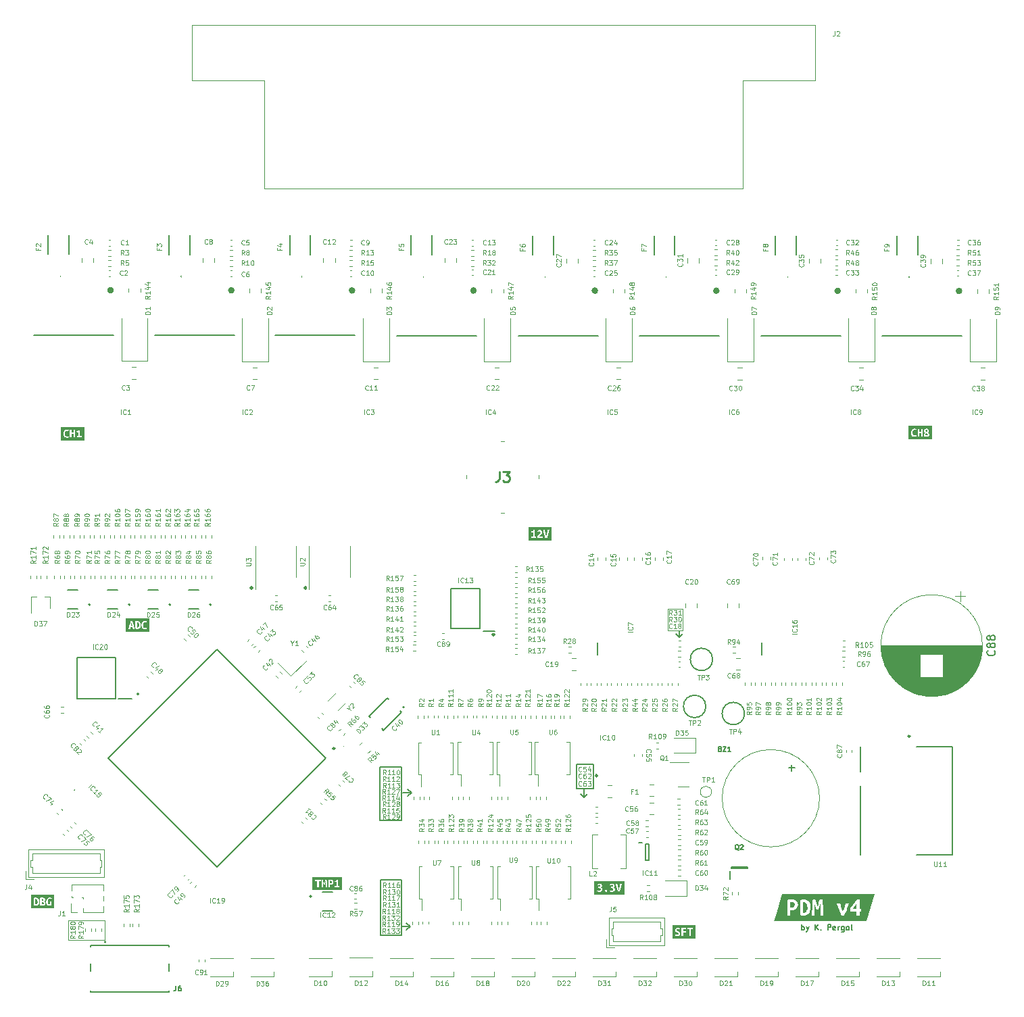
<source format=gbr>
%TF.GenerationSoftware,KiCad,Pcbnew,(6.0.8)*%
%TF.CreationDate,2023-06-01T04:18:12+02:00*%
%TF.ProjectId,pdms,70646d73-2e6b-4696-9361-645f70636258,rev?*%
%TF.SameCoordinates,Original*%
%TF.FileFunction,Legend,Top*%
%TF.FilePolarity,Positive*%
%FSLAX46Y46*%
G04 Gerber Fmt 4.6, Leading zero omitted, Abs format (unit mm)*
G04 Created by KiCad (PCBNEW (6.0.8)) date 2023-06-01 04:18:12*
%MOMM*%
%LPD*%
G01*
G04 APERTURE LIST*
%ADD10C,0.150000*%
%ADD11C,0.100000*%
%ADD12C,0.300000*%
%ADD13C,0.175000*%
%ADD14C,0.250000*%
%ADD15C,0.254000*%
%ADD16C,0.120000*%
%ADD17C,0.200000*%
%ADD18C,0.400000*%
%ADD19C,0.127000*%
%ADD20C,0.223606*%
G04 APERTURE END LIST*
D10*
X65760600Y-137617200D02*
X65303400Y-138023600D01*
X86461600Y-134010400D02*
X88544400Y-134010400D01*
X88544400Y-134010400D02*
X88544400Y-137109200D01*
X88544400Y-137109200D02*
X86461600Y-137109200D01*
X86461600Y-137109200D02*
X86461600Y-134010400D01*
X86969600Y-137744200D02*
X87376000Y-138201400D01*
D11*
X22809200Y-153593800D02*
X27355800Y-153593800D01*
X27355800Y-153593800D02*
X27355800Y-156057600D01*
X27355800Y-156057600D02*
X22809200Y-156057600D01*
X22809200Y-156057600D02*
X22809200Y-153593800D01*
D10*
X65608200Y-154406600D02*
X65151000Y-154813000D01*
X98907600Y-117678200D02*
X99314000Y-118135400D01*
X64693800Y-137617200D02*
X65760600Y-137617200D01*
X65151000Y-154813000D02*
X65608200Y-154406600D01*
X87376000Y-138201400D02*
X87833200Y-137744200D01*
X65608200Y-154406600D02*
X65151000Y-153949400D01*
D11*
X97891600Y-114554000D02*
X99720400Y-114554000D01*
X99720400Y-114554000D02*
X99720400Y-117246400D01*
X99720400Y-117246400D02*
X97891600Y-117246400D01*
X97891600Y-117246400D02*
X97891600Y-114554000D01*
D10*
X99314000Y-118135400D02*
X98907600Y-117678200D01*
X65760600Y-137617200D02*
X65303400Y-137160000D01*
X99314000Y-118135400D02*
X99771200Y-117678200D01*
X99314000Y-117271800D02*
X99314000Y-118135400D01*
X61828400Y-134400000D02*
X64571600Y-134400000D01*
X64571600Y-134400000D02*
X64571600Y-141080200D01*
X64571600Y-141080200D02*
X61828400Y-141080200D01*
X61828400Y-141080200D02*
X61828400Y-134400000D01*
X87376000Y-138201400D02*
X86969600Y-137744200D01*
X64541400Y-154406600D02*
X65608200Y-154406600D01*
X65303400Y-138023600D02*
X65760600Y-137617200D01*
X87376000Y-137134600D02*
X87376000Y-138201400D01*
X61899800Y-148488400D02*
X64566800Y-148488400D01*
X64566800Y-148488400D02*
X64566800Y-155498800D01*
X64566800Y-155498800D02*
X61899800Y-155498800D01*
X61899800Y-155498800D02*
X61899800Y-148488400D01*
D12*
X52476400Y-111875114D02*
X52404971Y-111946542D01*
X52476400Y-112017971D01*
X52547828Y-111946542D01*
X52476400Y-111875114D01*
X52476400Y-112017971D01*
X76073000Y-117756714D02*
X76001571Y-117828142D01*
X76073000Y-117899571D01*
X76144428Y-117828142D01*
X76073000Y-117756714D01*
X76073000Y-117899571D01*
D13*
X114650000Y-154816666D02*
X114650000Y-154116666D01*
X114650000Y-154383333D02*
X114716666Y-154350000D01*
X114850000Y-154350000D01*
X114916666Y-154383333D01*
X114950000Y-154416666D01*
X114983333Y-154483333D01*
X114983333Y-154683333D01*
X114950000Y-154750000D01*
X114916666Y-154783333D01*
X114850000Y-154816666D01*
X114716666Y-154816666D01*
X114650000Y-154783333D01*
X115216666Y-154350000D02*
X115383333Y-154816666D01*
X115550000Y-154350000D02*
X115383333Y-154816666D01*
X115316666Y-154983333D01*
X115283333Y-155016666D01*
X115216666Y-155050000D01*
X116350000Y-154816666D02*
X116350000Y-154116666D01*
X116750000Y-154816666D02*
X116450000Y-154416666D01*
X116750000Y-154116666D02*
X116350000Y-154516666D01*
X117050000Y-154750000D02*
X117083333Y-154783333D01*
X117050000Y-154816666D01*
X117016666Y-154783333D01*
X117050000Y-154750000D01*
X117050000Y-154816666D01*
X117916666Y-154816666D02*
X117916666Y-154116666D01*
X118183333Y-154116666D01*
X118250000Y-154150000D01*
X118283333Y-154183333D01*
X118316666Y-154250000D01*
X118316666Y-154350000D01*
X118283333Y-154416666D01*
X118250000Y-154450000D01*
X118183333Y-154483333D01*
X117916666Y-154483333D01*
X118883333Y-154783333D02*
X118816666Y-154816666D01*
X118683333Y-154816666D01*
X118616666Y-154783333D01*
X118583333Y-154716666D01*
X118583333Y-154450000D01*
X118616666Y-154383333D01*
X118683333Y-154350000D01*
X118816666Y-154350000D01*
X118883333Y-154383333D01*
X118916666Y-154450000D01*
X118916666Y-154516666D01*
X118583333Y-154583333D01*
X119216666Y-154816666D02*
X119216666Y-154350000D01*
X119216666Y-154483333D02*
X119250000Y-154416666D01*
X119283333Y-154383333D01*
X119350000Y-154350000D01*
X119416666Y-154350000D01*
X119950000Y-154350000D02*
X119950000Y-154916666D01*
X119916666Y-154983333D01*
X119883333Y-155016666D01*
X119816666Y-155050000D01*
X119716666Y-155050000D01*
X119650000Y-155016666D01*
X119950000Y-154783333D02*
X119883333Y-154816666D01*
X119750000Y-154816666D01*
X119683333Y-154783333D01*
X119650000Y-154750000D01*
X119616666Y-154683333D01*
X119616666Y-154483333D01*
X119650000Y-154416666D01*
X119683333Y-154383333D01*
X119750000Y-154350000D01*
X119883333Y-154350000D01*
X119950000Y-154383333D01*
X120383333Y-154816666D02*
X120316666Y-154783333D01*
X120283333Y-154750000D01*
X120250000Y-154683333D01*
X120250000Y-154483333D01*
X120283333Y-154416666D01*
X120316666Y-154383333D01*
X120383333Y-154350000D01*
X120483333Y-154350000D01*
X120550000Y-154383333D01*
X120583333Y-154416666D01*
X120616666Y-154483333D01*
X120616666Y-154683333D01*
X120583333Y-154750000D01*
X120550000Y-154783333D01*
X120483333Y-154816666D01*
X120383333Y-154816666D01*
X121016666Y-154816666D02*
X120950000Y-154783333D01*
X120916666Y-154716666D01*
X120916666Y-154116666D01*
D12*
X45745400Y-111875114D02*
X45673971Y-111946542D01*
X45745400Y-112017971D01*
X45816828Y-111946542D01*
X45745400Y-111875114D01*
X45745400Y-112017971D01*
D14*
X31517461Y-125182538D02*
X31517461Y-125249881D01*
X31450118Y-125249881D01*
X31450118Y-125182538D01*
X31517461Y-125182538D01*
X31450118Y-125249881D01*
D11*
%TO.C,C87*%
X119624285Y-132790714D02*
X119652857Y-132819285D01*
X119681428Y-132905000D01*
X119681428Y-132962142D01*
X119652857Y-133047857D01*
X119595714Y-133105000D01*
X119538571Y-133133571D01*
X119424285Y-133162142D01*
X119338571Y-133162142D01*
X119224285Y-133133571D01*
X119167142Y-133105000D01*
X119110000Y-133047857D01*
X119081428Y-132962142D01*
X119081428Y-132905000D01*
X119110000Y-132819285D01*
X119138571Y-132790714D01*
X119338571Y-132447857D02*
X119310000Y-132505000D01*
X119281428Y-132533571D01*
X119224285Y-132562142D01*
X119195714Y-132562142D01*
X119138571Y-132533571D01*
X119110000Y-132505000D01*
X119081428Y-132447857D01*
X119081428Y-132333571D01*
X119110000Y-132276428D01*
X119138571Y-132247857D01*
X119195714Y-132219285D01*
X119224285Y-132219285D01*
X119281428Y-132247857D01*
X119310000Y-132276428D01*
X119338571Y-132333571D01*
X119338571Y-132447857D01*
X119367142Y-132505000D01*
X119395714Y-132533571D01*
X119452857Y-132562142D01*
X119567142Y-132562142D01*
X119624285Y-132533571D01*
X119652857Y-132505000D01*
X119681428Y-132447857D01*
X119681428Y-132333571D01*
X119652857Y-132276428D01*
X119624285Y-132247857D01*
X119567142Y-132219285D01*
X119452857Y-132219285D01*
X119395714Y-132247857D01*
X119367142Y-132276428D01*
X119338571Y-132333571D01*
X119081428Y-132019285D02*
X119081428Y-131619285D01*
X119681428Y-131876428D01*
%TO.C,R8*%
X44864286Y-70248428D02*
X44664286Y-69962714D01*
X44521428Y-70248428D02*
X44521428Y-69648428D01*
X44750000Y-69648428D01*
X44807143Y-69677000D01*
X44835714Y-69705571D01*
X44864286Y-69762714D01*
X44864286Y-69848428D01*
X44835714Y-69905571D01*
X44807143Y-69934142D01*
X44750000Y-69962714D01*
X44521428Y-69962714D01*
X45207143Y-69905571D02*
X45150000Y-69877000D01*
X45121428Y-69848428D01*
X45092857Y-69791285D01*
X45092857Y-69762714D01*
X45121428Y-69705571D01*
X45150000Y-69677000D01*
X45207143Y-69648428D01*
X45321428Y-69648428D01*
X45378571Y-69677000D01*
X45407143Y-69705571D01*
X45435714Y-69762714D01*
X45435714Y-69791285D01*
X45407143Y-69848428D01*
X45378571Y-69877000D01*
X45321428Y-69905571D01*
X45207143Y-69905571D01*
X45150000Y-69934142D01*
X45121428Y-69962714D01*
X45092857Y-70019857D01*
X45092857Y-70134142D01*
X45121428Y-70191285D01*
X45150000Y-70219857D01*
X45207143Y-70248428D01*
X45321428Y-70248428D01*
X45378571Y-70219857D01*
X45407143Y-70191285D01*
X45435714Y-70134142D01*
X45435714Y-70019857D01*
X45407143Y-69962714D01*
X45378571Y-69934142D01*
X45321428Y-69905571D01*
%TO.C,R68*%
X21705428Y-108445714D02*
X21419714Y-108645714D01*
X21705428Y-108788571D02*
X21105428Y-108788571D01*
X21105428Y-108560000D01*
X21134000Y-108502857D01*
X21162571Y-108474285D01*
X21219714Y-108445714D01*
X21305428Y-108445714D01*
X21362571Y-108474285D01*
X21391142Y-108502857D01*
X21419714Y-108560000D01*
X21419714Y-108788571D01*
X21105428Y-107931428D02*
X21105428Y-108045714D01*
X21134000Y-108102857D01*
X21162571Y-108131428D01*
X21248285Y-108188571D01*
X21362571Y-108217142D01*
X21591142Y-108217142D01*
X21648285Y-108188571D01*
X21676857Y-108160000D01*
X21705428Y-108102857D01*
X21705428Y-107988571D01*
X21676857Y-107931428D01*
X21648285Y-107902857D01*
X21591142Y-107874285D01*
X21448285Y-107874285D01*
X21391142Y-107902857D01*
X21362571Y-107931428D01*
X21334000Y-107988571D01*
X21334000Y-108102857D01*
X21362571Y-108160000D01*
X21391142Y-108188571D01*
X21448285Y-108217142D01*
X21362571Y-107531428D02*
X21334000Y-107588571D01*
X21305428Y-107617142D01*
X21248285Y-107645714D01*
X21219714Y-107645714D01*
X21162571Y-107617142D01*
X21134000Y-107588571D01*
X21105428Y-107531428D01*
X21105428Y-107417142D01*
X21134000Y-107360000D01*
X21162571Y-107331428D01*
X21219714Y-107302857D01*
X21248285Y-107302857D01*
X21305428Y-107331428D01*
X21334000Y-107360000D01*
X21362571Y-107417142D01*
X21362571Y-107531428D01*
X21391142Y-107588571D01*
X21419714Y-107617142D01*
X21476857Y-107645714D01*
X21591142Y-107645714D01*
X21648285Y-107617142D01*
X21676857Y-107588571D01*
X21705428Y-107531428D01*
X21705428Y-107417142D01*
X21676857Y-107360000D01*
X21648285Y-107331428D01*
X21591142Y-107302857D01*
X21476857Y-107302857D01*
X21419714Y-107331428D01*
X21391142Y-107360000D01*
X21362571Y-107417142D01*
%TO.C,C91*%
X39044885Y-160335885D02*
X39016314Y-160364457D01*
X38930600Y-160393028D01*
X38873457Y-160393028D01*
X38787742Y-160364457D01*
X38730600Y-160307314D01*
X38702028Y-160250171D01*
X38673457Y-160135885D01*
X38673457Y-160050171D01*
X38702028Y-159935885D01*
X38730600Y-159878742D01*
X38787742Y-159821600D01*
X38873457Y-159793028D01*
X38930600Y-159793028D01*
X39016314Y-159821600D01*
X39044885Y-159850171D01*
X39330600Y-160393028D02*
X39444885Y-160393028D01*
X39502028Y-160364457D01*
X39530600Y-160335885D01*
X39587742Y-160250171D01*
X39616314Y-160135885D01*
X39616314Y-159907314D01*
X39587742Y-159850171D01*
X39559171Y-159821600D01*
X39502028Y-159793028D01*
X39387742Y-159793028D01*
X39330600Y-159821600D01*
X39302028Y-159850171D01*
X39273457Y-159907314D01*
X39273457Y-160050171D01*
X39302028Y-160107314D01*
X39330600Y-160135885D01*
X39387742Y-160164457D01*
X39502028Y-160164457D01*
X39559171Y-160135885D01*
X39587742Y-160107314D01*
X39616314Y-160050171D01*
X40187742Y-160393028D02*
X39844885Y-160393028D01*
X40016314Y-160393028D02*
X40016314Y-159793028D01*
X39959171Y-159878742D01*
X39902028Y-159935885D01*
X39844885Y-159964457D01*
%TO.C,R52*%
X84447028Y-142047829D02*
X84161314Y-142247829D01*
X84447028Y-142390686D02*
X83847028Y-142390686D01*
X83847028Y-142162115D01*
X83875600Y-142104972D01*
X83904171Y-142076400D01*
X83961314Y-142047829D01*
X84047028Y-142047829D01*
X84104171Y-142076400D01*
X84132742Y-142104972D01*
X84161314Y-142162115D01*
X84161314Y-142390686D01*
X83847028Y-141504972D02*
X83847028Y-141790686D01*
X84132742Y-141819257D01*
X84104171Y-141790686D01*
X84075600Y-141733543D01*
X84075600Y-141590686D01*
X84104171Y-141533543D01*
X84132742Y-141504972D01*
X84189885Y-141476400D01*
X84332742Y-141476400D01*
X84389885Y-141504972D01*
X84418457Y-141533543D01*
X84447028Y-141590686D01*
X84447028Y-141733543D01*
X84418457Y-141790686D01*
X84389885Y-141819257D01*
X83904171Y-141247829D02*
X83875600Y-141219257D01*
X83847028Y-141162115D01*
X83847028Y-141019257D01*
X83875600Y-140962115D01*
X83904171Y-140933543D01*
X83961314Y-140904972D01*
X84018457Y-140904972D01*
X84104171Y-140933543D01*
X84447028Y-141276400D01*
X84447028Y-140904972D01*
%TO.C,R88*%
X22826628Y-103793429D02*
X22540914Y-103993429D01*
X22826628Y-104136286D02*
X22226628Y-104136286D01*
X22226628Y-103907715D01*
X22255200Y-103850572D01*
X22283771Y-103822000D01*
X22340914Y-103793429D01*
X22426628Y-103793429D01*
X22483771Y-103822000D01*
X22512342Y-103850572D01*
X22540914Y-103907715D01*
X22540914Y-104136286D01*
X22483771Y-103450572D02*
X22455200Y-103507715D01*
X22426628Y-103536286D01*
X22369485Y-103564857D01*
X22340914Y-103564857D01*
X22283771Y-103536286D01*
X22255200Y-103507715D01*
X22226628Y-103450572D01*
X22226628Y-103336286D01*
X22255200Y-103279143D01*
X22283771Y-103250572D01*
X22340914Y-103222000D01*
X22369485Y-103222000D01*
X22426628Y-103250572D01*
X22455200Y-103279143D01*
X22483771Y-103336286D01*
X22483771Y-103450572D01*
X22512342Y-103507715D01*
X22540914Y-103536286D01*
X22598057Y-103564857D01*
X22712342Y-103564857D01*
X22769485Y-103536286D01*
X22798057Y-103507715D01*
X22826628Y-103450572D01*
X22826628Y-103336286D01*
X22798057Y-103279143D01*
X22769485Y-103250572D01*
X22712342Y-103222000D01*
X22598057Y-103222000D01*
X22540914Y-103250572D01*
X22512342Y-103279143D01*
X22483771Y-103336286D01*
X22483771Y-102879143D02*
X22455200Y-102936286D01*
X22426628Y-102964857D01*
X22369485Y-102993429D01*
X22340914Y-102993429D01*
X22283771Y-102964857D01*
X22255200Y-102936286D01*
X22226628Y-102879143D01*
X22226628Y-102764857D01*
X22255200Y-102707715D01*
X22283771Y-102679143D01*
X22340914Y-102650572D01*
X22369485Y-102650572D01*
X22426628Y-102679143D01*
X22455200Y-102707715D01*
X22483771Y-102764857D01*
X22483771Y-102879143D01*
X22512342Y-102936286D01*
X22540914Y-102964857D01*
X22598057Y-102993429D01*
X22712342Y-102993429D01*
X22769485Y-102964857D01*
X22798057Y-102936286D01*
X22826628Y-102879143D01*
X22826628Y-102764857D01*
X22798057Y-102707715D01*
X22769485Y-102679143D01*
X22712342Y-102650572D01*
X22598057Y-102650572D01*
X22540914Y-102679143D01*
X22512342Y-102707715D01*
X22483771Y-102764857D01*
%TO.C,R150*%
X124095428Y-75422678D02*
X123809714Y-75622678D01*
X124095428Y-75765535D02*
X123495428Y-75765535D01*
X123495428Y-75536964D01*
X123524000Y-75479821D01*
X123552571Y-75451250D01*
X123609714Y-75422678D01*
X123695428Y-75422678D01*
X123752571Y-75451250D01*
X123781142Y-75479821D01*
X123809714Y-75536964D01*
X123809714Y-75765535D01*
X124095428Y-74851250D02*
X124095428Y-75194107D01*
X124095428Y-75022678D02*
X123495428Y-75022678D01*
X123581142Y-75079821D01*
X123638285Y-75136964D01*
X123666857Y-75194107D01*
X123495428Y-74308392D02*
X123495428Y-74594107D01*
X123781142Y-74622678D01*
X123752571Y-74594107D01*
X123724000Y-74536964D01*
X123724000Y-74394107D01*
X123752571Y-74336964D01*
X123781142Y-74308392D01*
X123838285Y-74279821D01*
X123981142Y-74279821D01*
X124038285Y-74308392D01*
X124066857Y-74336964D01*
X124095428Y-74394107D01*
X124095428Y-74536964D01*
X124066857Y-74594107D01*
X124038285Y-74622678D01*
X123495428Y-73908392D02*
X123495428Y-73851250D01*
X123524000Y-73794107D01*
X123552571Y-73765535D01*
X123609714Y-73736964D01*
X123724000Y-73708392D01*
X123866857Y-73708392D01*
X123981142Y-73736964D01*
X124038285Y-73765535D01*
X124066857Y-73794107D01*
X124095428Y-73851250D01*
X124095428Y-73908392D01*
X124066857Y-73965535D01*
X124038285Y-73994107D01*
X123981142Y-74022678D01*
X123866857Y-74051250D01*
X123724000Y-74051250D01*
X123609714Y-74022678D01*
X123552571Y-73994107D01*
X123524000Y-73965535D01*
X123495428Y-73908392D01*
%TO.C,R34*%
X67352828Y-142047829D02*
X67067114Y-142247829D01*
X67352828Y-142390686D02*
X66752828Y-142390686D01*
X66752828Y-142162115D01*
X66781400Y-142104972D01*
X66809971Y-142076400D01*
X66867114Y-142047829D01*
X66952828Y-142047829D01*
X67009971Y-142076400D01*
X67038542Y-142104972D01*
X67067114Y-142162115D01*
X67067114Y-142390686D01*
X66752828Y-141847829D02*
X66752828Y-141476400D01*
X66981400Y-141676400D01*
X66981400Y-141590686D01*
X67009971Y-141533543D01*
X67038542Y-141504972D01*
X67095685Y-141476400D01*
X67238542Y-141476400D01*
X67295685Y-141504972D01*
X67324257Y-141533543D01*
X67352828Y-141590686D01*
X67352828Y-141762115D01*
X67324257Y-141819257D01*
X67295685Y-141847829D01*
X66952828Y-140962115D02*
X67352828Y-140962115D01*
X66724257Y-141104972D02*
X67152828Y-141247829D01*
X67152828Y-140876400D01*
%TO.C,C78*%
X58257175Y-135741678D02*
X58297581Y-135741678D01*
X58378393Y-135782084D01*
X58418799Y-135822490D01*
X58459205Y-135903302D01*
X58459205Y-135984114D01*
X58439002Y-136044724D01*
X58378393Y-136145739D01*
X58317784Y-136206348D01*
X58216768Y-136266957D01*
X58156159Y-136287160D01*
X58075347Y-136287160D01*
X57994535Y-136246754D01*
X57954129Y-136206348D01*
X57913723Y-136125536D01*
X57913723Y-136085130D01*
X57731895Y-135984114D02*
X57449053Y-135701272D01*
X58055144Y-135458835D01*
X57408646Y-135297211D02*
X57428849Y-135357820D01*
X57428849Y-135398226D01*
X57408646Y-135458835D01*
X57388443Y-135479038D01*
X57327834Y-135499241D01*
X57287428Y-135499241D01*
X57226819Y-135479038D01*
X57146007Y-135398226D01*
X57125804Y-135337617D01*
X57125804Y-135297211D01*
X57146007Y-135236602D01*
X57166210Y-135216398D01*
X57226819Y-135196195D01*
X57267225Y-135196195D01*
X57327834Y-135216398D01*
X57408646Y-135297211D01*
X57469256Y-135317414D01*
X57509662Y-135317414D01*
X57570271Y-135297211D01*
X57651083Y-135216398D01*
X57671286Y-135155789D01*
X57671286Y-135115383D01*
X57651083Y-135054774D01*
X57570271Y-134973962D01*
X57509662Y-134953759D01*
X57469256Y-134953759D01*
X57408646Y-134973962D01*
X57327834Y-135054774D01*
X57307631Y-135115383D01*
X57307631Y-135155789D01*
X57327834Y-135216398D01*
%TO.C,R83*%
X36857428Y-108445714D02*
X36571714Y-108645714D01*
X36857428Y-108788571D02*
X36257428Y-108788571D01*
X36257428Y-108560000D01*
X36286000Y-108502857D01*
X36314571Y-108474285D01*
X36371714Y-108445714D01*
X36457428Y-108445714D01*
X36514571Y-108474285D01*
X36543142Y-108502857D01*
X36571714Y-108560000D01*
X36571714Y-108788571D01*
X36514571Y-108102857D02*
X36486000Y-108160000D01*
X36457428Y-108188571D01*
X36400285Y-108217142D01*
X36371714Y-108217142D01*
X36314571Y-108188571D01*
X36286000Y-108160000D01*
X36257428Y-108102857D01*
X36257428Y-107988571D01*
X36286000Y-107931428D01*
X36314571Y-107902857D01*
X36371714Y-107874285D01*
X36400285Y-107874285D01*
X36457428Y-107902857D01*
X36486000Y-107931428D01*
X36514571Y-107988571D01*
X36514571Y-108102857D01*
X36543142Y-108160000D01*
X36571714Y-108188571D01*
X36628857Y-108217142D01*
X36743142Y-108217142D01*
X36800285Y-108188571D01*
X36828857Y-108160000D01*
X36857428Y-108102857D01*
X36857428Y-107988571D01*
X36828857Y-107931428D01*
X36800285Y-107902857D01*
X36743142Y-107874285D01*
X36628857Y-107874285D01*
X36571714Y-107902857D01*
X36543142Y-107931428D01*
X36514571Y-107988571D01*
X36257428Y-107674285D02*
X36257428Y-107302857D01*
X36486000Y-107502857D01*
X36486000Y-107417142D01*
X36514571Y-107360000D01*
X36543142Y-107331428D01*
X36600285Y-107302857D01*
X36743142Y-107302857D01*
X36800285Y-107331428D01*
X36828857Y-107360000D01*
X36857428Y-107417142D01*
X36857428Y-107588571D01*
X36828857Y-107645714D01*
X36800285Y-107674285D01*
%TO.C,R137*%
X80758771Y-120108628D02*
X80558771Y-119822914D01*
X80415914Y-120108628D02*
X80415914Y-119508628D01*
X80644485Y-119508628D01*
X80701628Y-119537200D01*
X80730200Y-119565771D01*
X80758771Y-119622914D01*
X80758771Y-119708628D01*
X80730200Y-119765771D01*
X80701628Y-119794342D01*
X80644485Y-119822914D01*
X80415914Y-119822914D01*
X81330200Y-120108628D02*
X80987342Y-120108628D01*
X81158771Y-120108628D02*
X81158771Y-119508628D01*
X81101628Y-119594342D01*
X81044485Y-119651485D01*
X80987342Y-119680057D01*
X81530200Y-119508628D02*
X81901628Y-119508628D01*
X81701628Y-119737200D01*
X81787342Y-119737200D01*
X81844485Y-119765771D01*
X81873057Y-119794342D01*
X81901628Y-119851485D01*
X81901628Y-119994342D01*
X81873057Y-120051485D01*
X81844485Y-120080057D01*
X81787342Y-120108628D01*
X81615914Y-120108628D01*
X81558771Y-120080057D01*
X81530200Y-120051485D01*
X82101628Y-119508628D02*
X82501628Y-119508628D01*
X82244485Y-120108628D01*
%TO.C,TP3*%
X101579457Y-122836028D02*
X101922314Y-122836028D01*
X101750885Y-123436028D02*
X101750885Y-122836028D01*
X102122314Y-123436028D02*
X102122314Y-122836028D01*
X102350885Y-122836028D01*
X102408028Y-122864600D01*
X102436600Y-122893171D01*
X102465171Y-122950314D01*
X102465171Y-123036028D01*
X102436600Y-123093171D01*
X102408028Y-123121742D01*
X102350885Y-123150314D01*
X102122314Y-123150314D01*
X102665171Y-122836028D02*
X103036600Y-122836028D01*
X102836600Y-123064600D01*
X102922314Y-123064600D01*
X102979457Y-123093171D01*
X103008028Y-123121742D01*
X103036600Y-123178885D01*
X103036600Y-123321742D01*
X103008028Y-123378885D01*
X102979457Y-123407457D01*
X102922314Y-123436028D01*
X102750885Y-123436028D01*
X102693742Y-123407457D01*
X102665171Y-123378885D01*
%TO.C,R46*%
X120614285Y-70223028D02*
X120414285Y-69937314D01*
X120271428Y-70223028D02*
X120271428Y-69623028D01*
X120500000Y-69623028D01*
X120557142Y-69651600D01*
X120585714Y-69680171D01*
X120614285Y-69737314D01*
X120614285Y-69823028D01*
X120585714Y-69880171D01*
X120557142Y-69908742D01*
X120500000Y-69937314D01*
X120271428Y-69937314D01*
X121128571Y-69823028D02*
X121128571Y-70223028D01*
X120985714Y-69594457D02*
X120842857Y-70023028D01*
X121214285Y-70023028D01*
X121700000Y-69623028D02*
X121585714Y-69623028D01*
X121528571Y-69651600D01*
X121500000Y-69680171D01*
X121442857Y-69765885D01*
X121414285Y-69880171D01*
X121414285Y-70108742D01*
X121442857Y-70165885D01*
X121471428Y-70194457D01*
X121528571Y-70223028D01*
X121642857Y-70223028D01*
X121700000Y-70194457D01*
X121728571Y-70165885D01*
X121757142Y-70108742D01*
X121757142Y-69965885D01*
X121728571Y-69908742D01*
X121700000Y-69880171D01*
X121642857Y-69851600D01*
X121528571Y-69851600D01*
X121471428Y-69880171D01*
X121442857Y-69908742D01*
X121414285Y-69965885D01*
%TO.C,IC1*%
X29386285Y-90187428D02*
X29386285Y-89587428D01*
X30014857Y-90130285D02*
X29986285Y-90158857D01*
X29900571Y-90187428D01*
X29843428Y-90187428D01*
X29757714Y-90158857D01*
X29700571Y-90101714D01*
X29672000Y-90044571D01*
X29643428Y-89930285D01*
X29643428Y-89844571D01*
X29672000Y-89730285D01*
X29700571Y-89673142D01*
X29757714Y-89616000D01*
X29843428Y-89587428D01*
X29900571Y-89587428D01*
X29986285Y-89616000D01*
X30014857Y-89644571D01*
X30586285Y-90187428D02*
X30243428Y-90187428D01*
X30414857Y-90187428D02*
X30414857Y-89587428D01*
X30357714Y-89673142D01*
X30300571Y-89730285D01*
X30243428Y-89758857D01*
%TO.C,D18*%
X73972828Y-161771428D02*
X73972828Y-161171428D01*
X74115685Y-161171428D01*
X74201400Y-161200000D01*
X74258542Y-161257142D01*
X74287114Y-161314285D01*
X74315685Y-161428571D01*
X74315685Y-161514285D01*
X74287114Y-161628571D01*
X74258542Y-161685714D01*
X74201400Y-161742857D01*
X74115685Y-161771428D01*
X73972828Y-161771428D01*
X74887114Y-161771428D02*
X74544257Y-161771428D01*
X74715685Y-161771428D02*
X74715685Y-161171428D01*
X74658542Y-161257142D01*
X74601400Y-161314285D01*
X74544257Y-161342857D01*
X75229971Y-161428571D02*
X75172828Y-161400000D01*
X75144257Y-161371428D01*
X75115685Y-161314285D01*
X75115685Y-161285714D01*
X75144257Y-161228571D01*
X75172828Y-161200000D01*
X75229971Y-161171428D01*
X75344257Y-161171428D01*
X75401400Y-161200000D01*
X75429971Y-161228571D01*
X75458542Y-161285714D01*
X75458542Y-161314285D01*
X75429971Y-161371428D01*
X75401400Y-161400000D01*
X75344257Y-161428571D01*
X75229971Y-161428571D01*
X75172828Y-161457142D01*
X75144257Y-161485714D01*
X75115685Y-161542857D01*
X75115685Y-161657142D01*
X75144257Y-161714285D01*
X75172828Y-161742857D01*
X75229971Y-161771428D01*
X75344257Y-161771428D01*
X75401400Y-161742857D01*
X75429971Y-161714285D01*
X75458542Y-161657142D01*
X75458542Y-161542857D01*
X75429971Y-161485714D01*
X75401400Y-161457142D01*
X75344257Y-161428571D01*
%TO.C,R77*%
X29250428Y-108445714D02*
X28964714Y-108645714D01*
X29250428Y-108788571D02*
X28650428Y-108788571D01*
X28650428Y-108560000D01*
X28679000Y-108502857D01*
X28707571Y-108474285D01*
X28764714Y-108445714D01*
X28850428Y-108445714D01*
X28907571Y-108474285D01*
X28936142Y-108502857D01*
X28964714Y-108560000D01*
X28964714Y-108788571D01*
X28650428Y-108245714D02*
X28650428Y-107845714D01*
X29250428Y-108102857D01*
X28650428Y-107674285D02*
X28650428Y-107274285D01*
X29250428Y-107531428D01*
%TO.C,C34*%
X121178685Y-87157535D02*
X121150114Y-87186107D01*
X121064400Y-87214678D01*
X121007257Y-87214678D01*
X120921542Y-87186107D01*
X120864400Y-87128964D01*
X120835828Y-87071821D01*
X120807257Y-86957535D01*
X120807257Y-86871821D01*
X120835828Y-86757535D01*
X120864400Y-86700392D01*
X120921542Y-86643250D01*
X121007257Y-86614678D01*
X121064400Y-86614678D01*
X121150114Y-86643250D01*
X121178685Y-86671821D01*
X121378685Y-86614678D02*
X121750114Y-86614678D01*
X121550114Y-86843250D01*
X121635828Y-86843250D01*
X121692971Y-86871821D01*
X121721542Y-86900392D01*
X121750114Y-86957535D01*
X121750114Y-87100392D01*
X121721542Y-87157535D01*
X121692971Y-87186107D01*
X121635828Y-87214678D01*
X121464400Y-87214678D01*
X121407257Y-87186107D01*
X121378685Y-87157535D01*
X122264400Y-86814678D02*
X122264400Y-87214678D01*
X122121542Y-86586107D02*
X121978685Y-87014678D01*
X122350114Y-87014678D01*
%TO.C,R143*%
X80758771Y-113784028D02*
X80558771Y-113498314D01*
X80415914Y-113784028D02*
X80415914Y-113184028D01*
X80644485Y-113184028D01*
X80701628Y-113212600D01*
X80730200Y-113241171D01*
X80758771Y-113298314D01*
X80758771Y-113384028D01*
X80730200Y-113441171D01*
X80701628Y-113469742D01*
X80644485Y-113498314D01*
X80415914Y-113498314D01*
X81330200Y-113784028D02*
X80987342Y-113784028D01*
X81158771Y-113784028D02*
X81158771Y-113184028D01*
X81101628Y-113269742D01*
X81044485Y-113326885D01*
X80987342Y-113355457D01*
X81844485Y-113384028D02*
X81844485Y-113784028D01*
X81701628Y-113155457D02*
X81558771Y-113584028D01*
X81930200Y-113584028D01*
X82101628Y-113184028D02*
X82473057Y-113184028D01*
X82273057Y-113412600D01*
X82358771Y-113412600D01*
X82415914Y-113441171D01*
X82444485Y-113469742D01*
X82473057Y-113526885D01*
X82473057Y-113669742D01*
X82444485Y-113726885D01*
X82415914Y-113755457D01*
X82358771Y-113784028D01*
X82187342Y-113784028D01*
X82130200Y-113755457D01*
X82101628Y-113726885D01*
%TO.C,R25*%
X96551428Y-126976714D02*
X96265714Y-127176714D01*
X96551428Y-127319571D02*
X95951428Y-127319571D01*
X95951428Y-127091000D01*
X95980000Y-127033857D01*
X96008571Y-127005285D01*
X96065714Y-126976714D01*
X96151428Y-126976714D01*
X96208571Y-127005285D01*
X96237142Y-127033857D01*
X96265714Y-127091000D01*
X96265714Y-127319571D01*
X96008571Y-126748142D02*
X95980000Y-126719571D01*
X95951428Y-126662428D01*
X95951428Y-126519571D01*
X95980000Y-126462428D01*
X96008571Y-126433857D01*
X96065714Y-126405285D01*
X96122857Y-126405285D01*
X96208571Y-126433857D01*
X96551428Y-126776714D01*
X96551428Y-126405285D01*
X95951428Y-125862428D02*
X95951428Y-126148142D01*
X96237142Y-126176714D01*
X96208571Y-126148142D01*
X96180000Y-126091000D01*
X96180000Y-125948142D01*
X96208571Y-125891000D01*
X96237142Y-125862428D01*
X96294285Y-125833857D01*
X96437142Y-125833857D01*
X96494285Y-125862428D01*
X96522857Y-125891000D01*
X96551428Y-125948142D01*
X96551428Y-126091000D01*
X96522857Y-126148142D01*
X96494285Y-126176714D01*
%TO.C,F9*%
X125299282Y-69503000D02*
X125299282Y-69703000D01*
X125613568Y-69703000D02*
X125013568Y-69703000D01*
X125013568Y-69417285D01*
X125613568Y-69160142D02*
X125613568Y-69045857D01*
X125584997Y-68988714D01*
X125556425Y-68960142D01*
X125470711Y-68903000D01*
X125356425Y-68874428D01*
X125127854Y-68874428D01*
X125070711Y-68903000D01*
X125042140Y-68931571D01*
X125013568Y-68988714D01*
X125013568Y-69103000D01*
X125042140Y-69160142D01*
X125070711Y-69188714D01*
X125127854Y-69217285D01*
X125270711Y-69217285D01*
X125327854Y-69188714D01*
X125356425Y-69160142D01*
X125384997Y-69103000D01*
X125384997Y-68988714D01*
X125356425Y-68931571D01*
X125327854Y-68903000D01*
X125270711Y-68874428D01*
%TO.C,R152*%
X80758771Y-115028628D02*
X80558771Y-114742914D01*
X80415914Y-115028628D02*
X80415914Y-114428628D01*
X80644485Y-114428628D01*
X80701628Y-114457200D01*
X80730200Y-114485771D01*
X80758771Y-114542914D01*
X80758771Y-114628628D01*
X80730200Y-114685771D01*
X80701628Y-114714342D01*
X80644485Y-114742914D01*
X80415914Y-114742914D01*
X81330200Y-115028628D02*
X80987342Y-115028628D01*
X81158771Y-115028628D02*
X81158771Y-114428628D01*
X81101628Y-114514342D01*
X81044485Y-114571485D01*
X80987342Y-114600057D01*
X81873057Y-114428628D02*
X81587342Y-114428628D01*
X81558771Y-114714342D01*
X81587342Y-114685771D01*
X81644485Y-114657200D01*
X81787342Y-114657200D01*
X81844485Y-114685771D01*
X81873057Y-114714342D01*
X81901628Y-114771485D01*
X81901628Y-114914342D01*
X81873057Y-114971485D01*
X81844485Y-115000057D01*
X81787342Y-115028628D01*
X81644485Y-115028628D01*
X81587342Y-115000057D01*
X81558771Y-114971485D01*
X82130200Y-114485771D02*
X82158771Y-114457200D01*
X82215914Y-114428628D01*
X82358771Y-114428628D01*
X82415914Y-114457200D01*
X82444485Y-114485771D01*
X82473057Y-114542914D01*
X82473057Y-114600057D01*
X82444485Y-114685771D01*
X82101628Y-115028628D01*
X82473057Y-115028628D01*
%TO.C,C73*%
X118837285Y-108415514D02*
X118865857Y-108444085D01*
X118894428Y-108529800D01*
X118894428Y-108586942D01*
X118865857Y-108672657D01*
X118808714Y-108729800D01*
X118751571Y-108758371D01*
X118637285Y-108786942D01*
X118551571Y-108786942D01*
X118437285Y-108758371D01*
X118380142Y-108729800D01*
X118323000Y-108672657D01*
X118294428Y-108586942D01*
X118294428Y-108529800D01*
X118323000Y-108444085D01*
X118351571Y-108415514D01*
X118294428Y-108215514D02*
X118294428Y-107815514D01*
X118894428Y-108072657D01*
X118294428Y-107644085D02*
X118294428Y-107272657D01*
X118523000Y-107472657D01*
X118523000Y-107386942D01*
X118551571Y-107329800D01*
X118580142Y-107301228D01*
X118637285Y-107272657D01*
X118780142Y-107272657D01*
X118837285Y-107301228D01*
X118865857Y-107329800D01*
X118894428Y-107386942D01*
X118894428Y-107558371D01*
X118865857Y-107615514D01*
X118837285Y-107644085D01*
%TO.C,C27*%
X84466085Y-71317714D02*
X84494657Y-71346285D01*
X84523228Y-71432000D01*
X84523228Y-71489142D01*
X84494657Y-71574857D01*
X84437514Y-71632000D01*
X84380371Y-71660571D01*
X84266085Y-71689142D01*
X84180371Y-71689142D01*
X84066085Y-71660571D01*
X84008942Y-71632000D01*
X83951800Y-71574857D01*
X83923228Y-71489142D01*
X83923228Y-71432000D01*
X83951800Y-71346285D01*
X83980371Y-71317714D01*
X83980371Y-71089142D02*
X83951800Y-71060571D01*
X83923228Y-71003428D01*
X83923228Y-70860571D01*
X83951800Y-70803428D01*
X83980371Y-70774857D01*
X84037514Y-70746285D01*
X84094657Y-70746285D01*
X84180371Y-70774857D01*
X84523228Y-71117714D01*
X84523228Y-70746285D01*
X83923228Y-70546285D02*
X83923228Y-70146285D01*
X84523228Y-70403428D01*
%TO.C,J5*%
X90800000Y-151871428D02*
X90800000Y-152300000D01*
X90771428Y-152385714D01*
X90714285Y-152442857D01*
X90628571Y-152471428D01*
X90571428Y-152471428D01*
X91371428Y-151871428D02*
X91085714Y-151871428D01*
X91057142Y-152157142D01*
X91085714Y-152128571D01*
X91142857Y-152100000D01*
X91285714Y-152100000D01*
X91342857Y-152128571D01*
X91371428Y-152157142D01*
X91400000Y-152214285D01*
X91400000Y-152357142D01*
X91371428Y-152414285D01*
X91342857Y-152442857D01*
X91285714Y-152471428D01*
X91142857Y-152471428D01*
X91085714Y-152442857D01*
X91057142Y-152414285D01*
%TO.C,R173*%
X31640428Y-152182428D02*
X31354714Y-152382428D01*
X31640428Y-152525285D02*
X31040428Y-152525285D01*
X31040428Y-152296714D01*
X31069000Y-152239571D01*
X31097571Y-152211000D01*
X31154714Y-152182428D01*
X31240428Y-152182428D01*
X31297571Y-152211000D01*
X31326142Y-152239571D01*
X31354714Y-152296714D01*
X31354714Y-152525285D01*
X31640428Y-151611000D02*
X31640428Y-151953857D01*
X31640428Y-151782428D02*
X31040428Y-151782428D01*
X31126142Y-151839571D01*
X31183285Y-151896714D01*
X31211857Y-151953857D01*
X31040428Y-151411000D02*
X31040428Y-151011000D01*
X31640428Y-151268142D01*
X31040428Y-150839571D02*
X31040428Y-150468142D01*
X31269000Y-150668142D01*
X31269000Y-150582428D01*
X31297571Y-150525285D01*
X31326142Y-150496714D01*
X31383285Y-150468142D01*
X31526142Y-150468142D01*
X31583285Y-150496714D01*
X31611857Y-150525285D01*
X31640428Y-150582428D01*
X31640428Y-150753857D01*
X31611857Y-150811000D01*
X31583285Y-150839571D01*
%TO.C,R106*%
X29227428Y-103793428D02*
X28941714Y-103993428D01*
X29227428Y-104136285D02*
X28627428Y-104136285D01*
X28627428Y-103907714D01*
X28656000Y-103850571D01*
X28684571Y-103822000D01*
X28741714Y-103793428D01*
X28827428Y-103793428D01*
X28884571Y-103822000D01*
X28913142Y-103850571D01*
X28941714Y-103907714D01*
X28941714Y-104136285D01*
X29227428Y-103222000D02*
X29227428Y-103564857D01*
X29227428Y-103393428D02*
X28627428Y-103393428D01*
X28713142Y-103450571D01*
X28770285Y-103507714D01*
X28798857Y-103564857D01*
X28627428Y-102850571D02*
X28627428Y-102793428D01*
X28656000Y-102736285D01*
X28684571Y-102707714D01*
X28741714Y-102679142D01*
X28856000Y-102650571D01*
X28998857Y-102650571D01*
X29113142Y-102679142D01*
X29170285Y-102707714D01*
X29198857Y-102736285D01*
X29227428Y-102793428D01*
X29227428Y-102850571D01*
X29198857Y-102907714D01*
X29170285Y-102936285D01*
X29113142Y-102964857D01*
X28998857Y-102993428D01*
X28856000Y-102993428D01*
X28741714Y-102964857D01*
X28684571Y-102936285D01*
X28656000Y-102907714D01*
X28627428Y-102850571D01*
X28627428Y-102136285D02*
X28627428Y-102250571D01*
X28656000Y-102307714D01*
X28684571Y-102336285D01*
X28770285Y-102393428D01*
X28884571Y-102422000D01*
X29113142Y-102422000D01*
X29170285Y-102393428D01*
X29198857Y-102364857D01*
X29227428Y-102307714D01*
X29227428Y-102193428D01*
X29198857Y-102136285D01*
X29170285Y-102107714D01*
X29113142Y-102079142D01*
X28970285Y-102079142D01*
X28913142Y-102107714D01*
X28884571Y-102136285D01*
X28856000Y-102193428D01*
X28856000Y-102307714D01*
X28884571Y-102364857D01*
X28913142Y-102393428D01*
X28970285Y-102422000D01*
%TO.C,D10*%
X53652828Y-161741428D02*
X53652828Y-161141428D01*
X53795685Y-161141428D01*
X53881400Y-161170000D01*
X53938542Y-161227142D01*
X53967114Y-161284285D01*
X53995685Y-161398571D01*
X53995685Y-161484285D01*
X53967114Y-161598571D01*
X53938542Y-161655714D01*
X53881400Y-161712857D01*
X53795685Y-161741428D01*
X53652828Y-161741428D01*
X54567114Y-161741428D02*
X54224257Y-161741428D01*
X54395685Y-161741428D02*
X54395685Y-161141428D01*
X54338542Y-161227142D01*
X54281400Y-161284285D01*
X54224257Y-161312857D01*
X54938542Y-161141428D02*
X54995685Y-161141428D01*
X55052828Y-161170000D01*
X55081400Y-161198571D01*
X55109971Y-161255714D01*
X55138542Y-161370000D01*
X55138542Y-161512857D01*
X55109971Y-161627142D01*
X55081400Y-161684285D01*
X55052828Y-161712857D01*
X54995685Y-161741428D01*
X54938542Y-161741428D01*
X54881400Y-161712857D01*
X54852828Y-161684285D01*
X54824257Y-161627142D01*
X54795685Y-161512857D01*
X54795685Y-161370000D01*
X54824257Y-161255714D01*
X54852828Y-161198571D01*
X54881400Y-161170000D01*
X54938542Y-161141428D01*
%TO.C,R130*%
X62574571Y-150334628D02*
X62374571Y-150048914D01*
X62231714Y-150334628D02*
X62231714Y-149734628D01*
X62460285Y-149734628D01*
X62517428Y-149763200D01*
X62546000Y-149791771D01*
X62574571Y-149848914D01*
X62574571Y-149934628D01*
X62546000Y-149991771D01*
X62517428Y-150020342D01*
X62460285Y-150048914D01*
X62231714Y-150048914D01*
X63146000Y-150334628D02*
X62803142Y-150334628D01*
X62974571Y-150334628D02*
X62974571Y-149734628D01*
X62917428Y-149820342D01*
X62860285Y-149877485D01*
X62803142Y-149906057D01*
X63346000Y-149734628D02*
X63717428Y-149734628D01*
X63517428Y-149963200D01*
X63603142Y-149963200D01*
X63660285Y-149991771D01*
X63688857Y-150020342D01*
X63717428Y-150077485D01*
X63717428Y-150220342D01*
X63688857Y-150277485D01*
X63660285Y-150306057D01*
X63603142Y-150334628D01*
X63431714Y-150334628D01*
X63374571Y-150306057D01*
X63346000Y-150277485D01*
X64088857Y-149734628D02*
X64146000Y-149734628D01*
X64203142Y-149763200D01*
X64231714Y-149791771D01*
X64260285Y-149848914D01*
X64288857Y-149963200D01*
X64288857Y-150106057D01*
X64260285Y-150220342D01*
X64231714Y-150277485D01*
X64203142Y-150306057D01*
X64146000Y-150334628D01*
X64088857Y-150334628D01*
X64031714Y-150306057D01*
X64003142Y-150277485D01*
X63974571Y-150220342D01*
X63946000Y-150106057D01*
X63946000Y-149963200D01*
X63974571Y-149848914D01*
X64003142Y-149791771D01*
X64031714Y-149763200D01*
X64088857Y-149734628D01*
%TO.C,C70*%
X109137285Y-108740514D02*
X109165857Y-108769085D01*
X109194428Y-108854800D01*
X109194428Y-108911942D01*
X109165857Y-108997657D01*
X109108714Y-109054800D01*
X109051571Y-109083371D01*
X108937285Y-109111942D01*
X108851571Y-109111942D01*
X108737285Y-109083371D01*
X108680142Y-109054800D01*
X108623000Y-108997657D01*
X108594428Y-108911942D01*
X108594428Y-108854800D01*
X108623000Y-108769085D01*
X108651571Y-108740514D01*
X108594428Y-108540514D02*
X108594428Y-108140514D01*
X109194428Y-108397657D01*
X108594428Y-107797657D02*
X108594428Y-107740514D01*
X108623000Y-107683371D01*
X108651571Y-107654800D01*
X108708714Y-107626228D01*
X108823000Y-107597657D01*
X108965857Y-107597657D01*
X109080142Y-107626228D01*
X109137285Y-107654800D01*
X109165857Y-107683371D01*
X109194428Y-107740514D01*
X109194428Y-107797657D01*
X109165857Y-107854800D01*
X109137285Y-107883371D01*
X109080142Y-107911942D01*
X108965857Y-107940514D01*
X108823000Y-107940514D01*
X108708714Y-107911942D01*
X108651571Y-107883371D01*
X108623000Y-107854800D01*
X108594428Y-107797657D01*
%TO.C,C32*%
X120614285Y-68895885D02*
X120585714Y-68924457D01*
X120500000Y-68953028D01*
X120442857Y-68953028D01*
X120357142Y-68924457D01*
X120300000Y-68867314D01*
X120271428Y-68810171D01*
X120242857Y-68695885D01*
X120242857Y-68610171D01*
X120271428Y-68495885D01*
X120300000Y-68438742D01*
X120357142Y-68381600D01*
X120442857Y-68353028D01*
X120500000Y-68353028D01*
X120585714Y-68381600D01*
X120614285Y-68410171D01*
X120814285Y-68353028D02*
X121185714Y-68353028D01*
X120985714Y-68581600D01*
X121071428Y-68581600D01*
X121128571Y-68610171D01*
X121157142Y-68638742D01*
X121185714Y-68695885D01*
X121185714Y-68838742D01*
X121157142Y-68895885D01*
X121128571Y-68924457D01*
X121071428Y-68953028D01*
X120900000Y-68953028D01*
X120842857Y-68924457D01*
X120814285Y-68895885D01*
X121414285Y-68410171D02*
X121442857Y-68381600D01*
X121500000Y-68353028D01*
X121642857Y-68353028D01*
X121700000Y-68381600D01*
X121728571Y-68410171D01*
X121757142Y-68467314D01*
X121757142Y-68524457D01*
X121728571Y-68610171D01*
X121385714Y-68953028D01*
X121757142Y-68953028D01*
%TO.C,R156*%
X80758771Y-112488628D02*
X80558771Y-112202914D01*
X80415914Y-112488628D02*
X80415914Y-111888628D01*
X80644485Y-111888628D01*
X80701628Y-111917200D01*
X80730200Y-111945771D01*
X80758771Y-112002914D01*
X80758771Y-112088628D01*
X80730200Y-112145771D01*
X80701628Y-112174342D01*
X80644485Y-112202914D01*
X80415914Y-112202914D01*
X81330200Y-112488628D02*
X80987342Y-112488628D01*
X81158771Y-112488628D02*
X81158771Y-111888628D01*
X81101628Y-111974342D01*
X81044485Y-112031485D01*
X80987342Y-112060057D01*
X81873057Y-111888628D02*
X81587342Y-111888628D01*
X81558771Y-112174342D01*
X81587342Y-112145771D01*
X81644485Y-112117200D01*
X81787342Y-112117200D01*
X81844485Y-112145771D01*
X81873057Y-112174342D01*
X81901628Y-112231485D01*
X81901628Y-112374342D01*
X81873057Y-112431485D01*
X81844485Y-112460057D01*
X81787342Y-112488628D01*
X81644485Y-112488628D01*
X81587342Y-112460057D01*
X81558771Y-112431485D01*
X82415914Y-111888628D02*
X82301628Y-111888628D01*
X82244485Y-111917200D01*
X82215914Y-111945771D01*
X82158771Y-112031485D01*
X82130200Y-112145771D01*
X82130200Y-112374342D01*
X82158771Y-112431485D01*
X82187342Y-112460057D01*
X82244485Y-112488628D01*
X82358771Y-112488628D01*
X82415914Y-112460057D01*
X82444485Y-112431485D01*
X82473057Y-112374342D01*
X82473057Y-112231485D01*
X82444485Y-112174342D01*
X82415914Y-112145771D01*
X82358771Y-112117200D01*
X82244485Y-112117200D01*
X82187342Y-112145771D01*
X82158771Y-112174342D01*
X82130200Y-112231485D01*
%TO.C,IC7*%
X93484428Y-117479714D02*
X92884428Y-117479714D01*
X93427285Y-116851142D02*
X93455857Y-116879714D01*
X93484428Y-116965428D01*
X93484428Y-117022571D01*
X93455857Y-117108285D01*
X93398714Y-117165428D01*
X93341571Y-117194000D01*
X93227285Y-117222571D01*
X93141571Y-117222571D01*
X93027285Y-117194000D01*
X92970142Y-117165428D01*
X92913000Y-117108285D01*
X92884428Y-117022571D01*
X92884428Y-116965428D01*
X92913000Y-116879714D01*
X92941571Y-116851142D01*
X92884428Y-116651142D02*
X92884428Y-116251142D01*
X93484428Y-116508285D01*
%TO.C,D21*%
X104452828Y-161771428D02*
X104452828Y-161171428D01*
X104595685Y-161171428D01*
X104681400Y-161200000D01*
X104738542Y-161257142D01*
X104767114Y-161314285D01*
X104795685Y-161428571D01*
X104795685Y-161514285D01*
X104767114Y-161628571D01*
X104738542Y-161685714D01*
X104681400Y-161742857D01*
X104595685Y-161771428D01*
X104452828Y-161771428D01*
X105024257Y-161228571D02*
X105052828Y-161200000D01*
X105109971Y-161171428D01*
X105252828Y-161171428D01*
X105309971Y-161200000D01*
X105338542Y-161228571D01*
X105367114Y-161285714D01*
X105367114Y-161342857D01*
X105338542Y-161428571D01*
X104995685Y-161771428D01*
X105367114Y-161771428D01*
X105938542Y-161771428D02*
X105595685Y-161771428D01*
X105767114Y-161771428D02*
X105767114Y-161171428D01*
X105709971Y-161257142D01*
X105652828Y-161314285D01*
X105595685Y-161342857D01*
%TO.C,C39*%
X130084485Y-71368514D02*
X130113057Y-71397085D01*
X130141628Y-71482800D01*
X130141628Y-71539942D01*
X130113057Y-71625657D01*
X130055914Y-71682800D01*
X129998771Y-71711371D01*
X129884485Y-71739942D01*
X129798771Y-71739942D01*
X129684485Y-71711371D01*
X129627342Y-71682800D01*
X129570200Y-71625657D01*
X129541628Y-71539942D01*
X129541628Y-71482800D01*
X129570200Y-71397085D01*
X129598771Y-71368514D01*
X129541628Y-71168514D02*
X129541628Y-70797085D01*
X129770200Y-70997085D01*
X129770200Y-70911371D01*
X129798771Y-70854228D01*
X129827342Y-70825657D01*
X129884485Y-70797085D01*
X130027342Y-70797085D01*
X130084485Y-70825657D01*
X130113057Y-70854228D01*
X130141628Y-70911371D01*
X130141628Y-71082800D01*
X130113057Y-71139942D01*
X130084485Y-71168514D01*
X130141628Y-70511371D02*
X130141628Y-70397085D01*
X130113057Y-70339942D01*
X130084485Y-70311371D01*
X129998771Y-70254228D01*
X129884485Y-70225657D01*
X129655914Y-70225657D01*
X129598771Y-70254228D01*
X129570200Y-70282800D01*
X129541628Y-70339942D01*
X129541628Y-70454228D01*
X129570200Y-70511371D01*
X129598771Y-70539942D01*
X129655914Y-70568514D01*
X129798771Y-70568514D01*
X129855914Y-70539942D01*
X129884485Y-70511371D01*
X129913057Y-70454228D01*
X129913057Y-70339942D01*
X129884485Y-70282800D01*
X129855914Y-70254228D01*
X129798771Y-70225657D01*
%TO.C,R80*%
X33037428Y-108447714D02*
X32751714Y-108647714D01*
X33037428Y-108790571D02*
X32437428Y-108790571D01*
X32437428Y-108562000D01*
X32466000Y-108504857D01*
X32494571Y-108476285D01*
X32551714Y-108447714D01*
X32637428Y-108447714D01*
X32694571Y-108476285D01*
X32723142Y-108504857D01*
X32751714Y-108562000D01*
X32751714Y-108790571D01*
X32694571Y-108104857D02*
X32666000Y-108162000D01*
X32637428Y-108190571D01*
X32580285Y-108219142D01*
X32551714Y-108219142D01*
X32494571Y-108190571D01*
X32466000Y-108162000D01*
X32437428Y-108104857D01*
X32437428Y-107990571D01*
X32466000Y-107933428D01*
X32494571Y-107904857D01*
X32551714Y-107876285D01*
X32580285Y-107876285D01*
X32637428Y-107904857D01*
X32666000Y-107933428D01*
X32694571Y-107990571D01*
X32694571Y-108104857D01*
X32723142Y-108162000D01*
X32751714Y-108190571D01*
X32808857Y-108219142D01*
X32923142Y-108219142D01*
X32980285Y-108190571D01*
X33008857Y-108162000D01*
X33037428Y-108104857D01*
X33037428Y-107990571D01*
X33008857Y-107933428D01*
X32980285Y-107904857D01*
X32923142Y-107876285D01*
X32808857Y-107876285D01*
X32751714Y-107904857D01*
X32723142Y-107933428D01*
X32694571Y-107990571D01*
X32437428Y-107504857D02*
X32437428Y-107447714D01*
X32466000Y-107390571D01*
X32494571Y-107362000D01*
X32551714Y-107333428D01*
X32666000Y-107304857D01*
X32808857Y-107304857D01*
X32923142Y-107333428D01*
X32980285Y-107362000D01*
X33008857Y-107390571D01*
X33037428Y-107447714D01*
X33037428Y-107504857D01*
X33008857Y-107562000D01*
X32980285Y-107590571D01*
X32923142Y-107619142D01*
X32808857Y-107647714D01*
X32666000Y-107647714D01*
X32551714Y-107619142D01*
X32494571Y-107590571D01*
X32466000Y-107562000D01*
X32437428Y-107504857D01*
%TO.C,R62*%
X101696885Y-142841628D02*
X101496885Y-142555914D01*
X101354028Y-142841628D02*
X101354028Y-142241628D01*
X101582600Y-142241628D01*
X101639742Y-142270200D01*
X101668314Y-142298771D01*
X101696885Y-142355914D01*
X101696885Y-142441628D01*
X101668314Y-142498771D01*
X101639742Y-142527342D01*
X101582600Y-142555914D01*
X101354028Y-142555914D01*
X102211171Y-142241628D02*
X102096885Y-142241628D01*
X102039742Y-142270200D01*
X102011171Y-142298771D01*
X101954028Y-142384485D01*
X101925457Y-142498771D01*
X101925457Y-142727342D01*
X101954028Y-142784485D01*
X101982600Y-142813057D01*
X102039742Y-142841628D01*
X102154028Y-142841628D01*
X102211171Y-142813057D01*
X102239742Y-142784485D01*
X102268314Y-142727342D01*
X102268314Y-142584485D01*
X102239742Y-142527342D01*
X102211171Y-142498771D01*
X102154028Y-142470200D01*
X102039742Y-142470200D01*
X101982600Y-142498771D01*
X101954028Y-142527342D01*
X101925457Y-142584485D01*
X102496885Y-142298771D02*
X102525457Y-142270200D01*
X102582600Y-142241628D01*
X102725457Y-142241628D01*
X102782600Y-142270200D01*
X102811171Y-142298771D01*
X102839742Y-142355914D01*
X102839742Y-142413057D01*
X102811171Y-142498771D01*
X102468314Y-142841628D01*
X102839742Y-142841628D01*
%TO.C,R9*%
X74744228Y-126401429D02*
X74458514Y-126601429D01*
X74744228Y-126744286D02*
X74144228Y-126744286D01*
X74144228Y-126515714D01*
X74172800Y-126458571D01*
X74201371Y-126430000D01*
X74258514Y-126401429D01*
X74344228Y-126401429D01*
X74401371Y-126430000D01*
X74429942Y-126458571D01*
X74458514Y-126515714D01*
X74458514Y-126744286D01*
X74744228Y-126115714D02*
X74744228Y-126001429D01*
X74715657Y-125944286D01*
X74687085Y-125915714D01*
X74601371Y-125858571D01*
X74487085Y-125830000D01*
X74258514Y-125830000D01*
X74201371Y-125858571D01*
X74172800Y-125887143D01*
X74144228Y-125944286D01*
X74144228Y-126058571D01*
X74172800Y-126115714D01*
X74201371Y-126144286D01*
X74258514Y-126172857D01*
X74401371Y-126172857D01*
X74458514Y-126144286D01*
X74487085Y-126115714D01*
X74515657Y-126058571D01*
X74515657Y-125944286D01*
X74487085Y-125887143D01*
X74458514Y-125858571D01*
X74401371Y-125830000D01*
%TO.C,C24*%
X90364285Y-68921285D02*
X90335714Y-68949857D01*
X90250000Y-68978428D01*
X90192857Y-68978428D01*
X90107142Y-68949857D01*
X90050000Y-68892714D01*
X90021428Y-68835571D01*
X89992857Y-68721285D01*
X89992857Y-68635571D01*
X90021428Y-68521285D01*
X90050000Y-68464142D01*
X90107142Y-68407000D01*
X90192857Y-68378428D01*
X90250000Y-68378428D01*
X90335714Y-68407000D01*
X90364285Y-68435571D01*
X90592857Y-68435571D02*
X90621428Y-68407000D01*
X90678571Y-68378428D01*
X90821428Y-68378428D01*
X90878571Y-68407000D01*
X90907142Y-68435571D01*
X90935714Y-68492714D01*
X90935714Y-68549857D01*
X90907142Y-68635571D01*
X90564285Y-68978428D01*
X90935714Y-68978428D01*
X91450000Y-68578428D02*
X91450000Y-68978428D01*
X91307142Y-68349857D02*
X91164285Y-68778428D01*
X91535714Y-68778428D01*
%TO.C,D5*%
X78757428Y-77658857D02*
X78157428Y-77658857D01*
X78157428Y-77516000D01*
X78186000Y-77430285D01*
X78243142Y-77373142D01*
X78300285Y-77344571D01*
X78414571Y-77316000D01*
X78500285Y-77316000D01*
X78614571Y-77344571D01*
X78671714Y-77373142D01*
X78728857Y-77430285D01*
X78757428Y-77516000D01*
X78757428Y-77658857D01*
X78157428Y-76773142D02*
X78157428Y-77058857D01*
X78443142Y-77087428D01*
X78414571Y-77058857D01*
X78386000Y-77001714D01*
X78386000Y-76858857D01*
X78414571Y-76801714D01*
X78443142Y-76773142D01*
X78500285Y-76744571D01*
X78643142Y-76744571D01*
X78700285Y-76773142D01*
X78728857Y-76801714D01*
X78757428Y-76858857D01*
X78757428Y-77001714D01*
X78728857Y-77058857D01*
X78700285Y-77087428D01*
%TO.C,R75*%
X26710428Y-108445714D02*
X26424714Y-108645714D01*
X26710428Y-108788571D02*
X26110428Y-108788571D01*
X26110428Y-108560000D01*
X26139000Y-108502857D01*
X26167571Y-108474285D01*
X26224714Y-108445714D01*
X26310428Y-108445714D01*
X26367571Y-108474285D01*
X26396142Y-108502857D01*
X26424714Y-108560000D01*
X26424714Y-108788571D01*
X26110428Y-108245714D02*
X26110428Y-107845714D01*
X26710428Y-108102857D01*
X26110428Y-107331428D02*
X26110428Y-107617142D01*
X26396142Y-107645714D01*
X26367571Y-107617142D01*
X26339000Y-107560000D01*
X26339000Y-107417142D01*
X26367571Y-107360000D01*
X26396142Y-107331428D01*
X26453285Y-107302857D01*
X26596142Y-107302857D01*
X26653285Y-107331428D01*
X26681857Y-107360000D01*
X26710428Y-107417142D01*
X26710428Y-107560000D01*
X26681857Y-107617142D01*
X26653285Y-107645714D01*
%TO.C,Q1*%
X97377257Y-133576971D02*
X97320114Y-133548400D01*
X97262971Y-133491257D01*
X97177257Y-133405542D01*
X97120114Y-133376971D01*
X97062971Y-133376971D01*
X97091542Y-133519828D02*
X97034400Y-133491257D01*
X96977257Y-133434114D01*
X96948685Y-133319828D01*
X96948685Y-133119828D01*
X96977257Y-133005542D01*
X97034400Y-132948400D01*
X97091542Y-132919828D01*
X97205828Y-132919828D01*
X97262971Y-132948400D01*
X97320114Y-133005542D01*
X97348685Y-133119828D01*
X97348685Y-133319828D01*
X97320114Y-133434114D01*
X97262971Y-133491257D01*
X97205828Y-133519828D01*
X97091542Y-133519828D01*
X97920114Y-133519828D02*
X97577257Y-133519828D01*
X97748685Y-133519828D02*
X97748685Y-132919828D01*
X97691542Y-133005542D01*
X97634400Y-133062685D01*
X97577257Y-133091257D01*
%TO.C,R109*%
X95901671Y-130825828D02*
X95701671Y-130540114D01*
X95558814Y-130825828D02*
X95558814Y-130225828D01*
X95787385Y-130225828D01*
X95844528Y-130254400D01*
X95873100Y-130282971D01*
X95901671Y-130340114D01*
X95901671Y-130425828D01*
X95873100Y-130482971D01*
X95844528Y-130511542D01*
X95787385Y-130540114D01*
X95558814Y-130540114D01*
X96473100Y-130825828D02*
X96130242Y-130825828D01*
X96301671Y-130825828D02*
X96301671Y-130225828D01*
X96244528Y-130311542D01*
X96187385Y-130368685D01*
X96130242Y-130397257D01*
X96844528Y-130225828D02*
X96901671Y-130225828D01*
X96958814Y-130254400D01*
X96987385Y-130282971D01*
X97015957Y-130340114D01*
X97044528Y-130454400D01*
X97044528Y-130597257D01*
X97015957Y-130711542D01*
X96987385Y-130768685D01*
X96958814Y-130797257D01*
X96901671Y-130825828D01*
X96844528Y-130825828D01*
X96787385Y-130797257D01*
X96758814Y-130768685D01*
X96730242Y-130711542D01*
X96701671Y-130597257D01*
X96701671Y-130454400D01*
X96730242Y-130340114D01*
X96758814Y-130282971D01*
X96787385Y-130254400D01*
X96844528Y-130225828D01*
X97330242Y-130825828D02*
X97444528Y-130825828D01*
X97501671Y-130797257D01*
X97530242Y-130768685D01*
X97587385Y-130682971D01*
X97615957Y-130568685D01*
X97615957Y-130340114D01*
X97587385Y-130282971D01*
X97558814Y-130254400D01*
X97501671Y-130225828D01*
X97387385Y-130225828D01*
X97330242Y-130254400D01*
X97301671Y-130282971D01*
X97273100Y-130340114D01*
X97273100Y-130482971D01*
X97301671Y-130540114D01*
X97330242Y-130568685D01*
X97387385Y-130597257D01*
X97501671Y-130597257D01*
X97558814Y-130568685D01*
X97587385Y-130540114D01*
X97615957Y-130482971D01*
%TO.C,C42*%
X47718187Y-121989103D02*
X47718187Y-122029509D01*
X47677781Y-122110321D01*
X47637375Y-122150727D01*
X47556563Y-122191133D01*
X47475751Y-122191133D01*
X47415141Y-122170930D01*
X47314126Y-122110321D01*
X47253517Y-122049712D01*
X47192908Y-121948696D01*
X47172705Y-121888087D01*
X47172705Y-121807275D01*
X47213111Y-121726463D01*
X47253517Y-121686057D01*
X47334329Y-121645651D01*
X47374735Y-121645651D01*
X47839405Y-121383011D02*
X48122248Y-121665854D01*
X47576766Y-121322402D02*
X47778796Y-121726463D01*
X48041436Y-121463823D01*
X47940421Y-121079965D02*
X47940421Y-121039559D01*
X47960624Y-120978950D01*
X48061639Y-120877935D01*
X48122248Y-120857732D01*
X48162654Y-120857732D01*
X48223263Y-120877935D01*
X48263670Y-120918341D01*
X48304076Y-120999153D01*
X48304076Y-121484026D01*
X48566715Y-121221387D01*
%TO.C,R49*%
X83126228Y-142047829D02*
X82840514Y-142247829D01*
X83126228Y-142390686D02*
X82526228Y-142390686D01*
X82526228Y-142162115D01*
X82554800Y-142104972D01*
X82583371Y-142076400D01*
X82640514Y-142047829D01*
X82726228Y-142047829D01*
X82783371Y-142076400D01*
X82811942Y-142104972D01*
X82840514Y-142162115D01*
X82840514Y-142390686D01*
X82726228Y-141533543D02*
X83126228Y-141533543D01*
X82497657Y-141676400D02*
X82926228Y-141819257D01*
X82926228Y-141447829D01*
X83126228Y-141190686D02*
X83126228Y-141076400D01*
X83097657Y-141019257D01*
X83069085Y-140990686D01*
X82983371Y-140933543D01*
X82869085Y-140904972D01*
X82640514Y-140904972D01*
X82583371Y-140933543D01*
X82554800Y-140962115D01*
X82526228Y-141019257D01*
X82526228Y-141133543D01*
X82554800Y-141190686D01*
X82583371Y-141219257D01*
X82640514Y-141247829D01*
X82783371Y-141247829D01*
X82840514Y-141219257D01*
X82869085Y-141190686D01*
X82897657Y-141133543D01*
X82897657Y-141019257D01*
X82869085Y-140962115D01*
X82840514Y-140933543D01*
X82783371Y-140904972D01*
%TO.C,R111*%
X70934228Y-126401428D02*
X70648514Y-126601428D01*
X70934228Y-126744285D02*
X70334228Y-126744285D01*
X70334228Y-126515714D01*
X70362800Y-126458571D01*
X70391371Y-126430000D01*
X70448514Y-126401428D01*
X70534228Y-126401428D01*
X70591371Y-126430000D01*
X70619942Y-126458571D01*
X70648514Y-126515714D01*
X70648514Y-126744285D01*
X70934228Y-125830000D02*
X70934228Y-126172857D01*
X70934228Y-126001428D02*
X70334228Y-126001428D01*
X70419942Y-126058571D01*
X70477085Y-126115714D01*
X70505657Y-126172857D01*
X70934228Y-125258571D02*
X70934228Y-125601428D01*
X70934228Y-125430000D02*
X70334228Y-125430000D01*
X70419942Y-125487142D01*
X70477085Y-125544285D01*
X70505657Y-125601428D01*
X70934228Y-124687142D02*
X70934228Y-125030000D01*
X70934228Y-124858571D02*
X70334228Y-124858571D01*
X70419942Y-124915714D01*
X70477085Y-124972857D01*
X70505657Y-125030000D01*
%TO.C,R179*%
X24655428Y-155484428D02*
X24369714Y-155684428D01*
X24655428Y-155827285D02*
X24055428Y-155827285D01*
X24055428Y-155598714D01*
X24084000Y-155541571D01*
X24112571Y-155513000D01*
X24169714Y-155484428D01*
X24255428Y-155484428D01*
X24312571Y-155513000D01*
X24341142Y-155541571D01*
X24369714Y-155598714D01*
X24369714Y-155827285D01*
X24655428Y-154913000D02*
X24655428Y-155255857D01*
X24655428Y-155084428D02*
X24055428Y-155084428D01*
X24141142Y-155141571D01*
X24198285Y-155198714D01*
X24226857Y-155255857D01*
X24055428Y-154713000D02*
X24055428Y-154313000D01*
X24655428Y-154570142D01*
X24655428Y-154055857D02*
X24655428Y-153941571D01*
X24626857Y-153884428D01*
X24598285Y-153855857D01*
X24512571Y-153798714D01*
X24398285Y-153770142D01*
X24169714Y-153770142D01*
X24112571Y-153798714D01*
X24084000Y-153827285D01*
X24055428Y-153884428D01*
X24055428Y-153998714D01*
X24084000Y-154055857D01*
X24112571Y-154084428D01*
X24169714Y-154113000D01*
X24312571Y-154113000D01*
X24369714Y-154084428D01*
X24398285Y-154055857D01*
X24426857Y-153998714D01*
X24426857Y-153884428D01*
X24398285Y-153827285D01*
X24369714Y-153798714D01*
X24312571Y-153770142D01*
%TO.C,R41*%
X74642628Y-142047829D02*
X74356914Y-142247829D01*
X74642628Y-142390686D02*
X74042628Y-142390686D01*
X74042628Y-142162115D01*
X74071200Y-142104972D01*
X74099771Y-142076400D01*
X74156914Y-142047829D01*
X74242628Y-142047829D01*
X74299771Y-142076400D01*
X74328342Y-142104972D01*
X74356914Y-142162115D01*
X74356914Y-142390686D01*
X74242628Y-141533543D02*
X74642628Y-141533543D01*
X74014057Y-141676400D02*
X74442628Y-141819257D01*
X74442628Y-141447829D01*
X74642628Y-140904972D02*
X74642628Y-141247829D01*
X74642628Y-141076400D02*
X74042628Y-141076400D01*
X74128342Y-141133543D01*
X74185485Y-141190686D01*
X74214057Y-141247829D01*
%TO.C,C23*%
X70277085Y-68794285D02*
X70248514Y-68822857D01*
X70162800Y-68851428D01*
X70105657Y-68851428D01*
X70019942Y-68822857D01*
X69962800Y-68765714D01*
X69934228Y-68708571D01*
X69905657Y-68594285D01*
X69905657Y-68508571D01*
X69934228Y-68394285D01*
X69962800Y-68337142D01*
X70019942Y-68280000D01*
X70105657Y-68251428D01*
X70162800Y-68251428D01*
X70248514Y-68280000D01*
X70277085Y-68308571D01*
X70505657Y-68308571D02*
X70534228Y-68280000D01*
X70591371Y-68251428D01*
X70734228Y-68251428D01*
X70791371Y-68280000D01*
X70819942Y-68308571D01*
X70848514Y-68365714D01*
X70848514Y-68422857D01*
X70819942Y-68508571D01*
X70477085Y-68851428D01*
X70848514Y-68851428D01*
X71048514Y-68251428D02*
X71419942Y-68251428D01*
X71219942Y-68480000D01*
X71305657Y-68480000D01*
X71362800Y-68508571D01*
X71391371Y-68537142D01*
X71419942Y-68594285D01*
X71419942Y-68737142D01*
X71391371Y-68794285D01*
X71362800Y-68822857D01*
X71305657Y-68851428D01*
X71134228Y-68851428D01*
X71077085Y-68822857D01*
X71048514Y-68794285D01*
%TO.C,R165*%
X39133428Y-103793428D02*
X38847714Y-103993428D01*
X39133428Y-104136285D02*
X38533428Y-104136285D01*
X38533428Y-103907714D01*
X38562000Y-103850571D01*
X38590571Y-103822000D01*
X38647714Y-103793428D01*
X38733428Y-103793428D01*
X38790571Y-103822000D01*
X38819142Y-103850571D01*
X38847714Y-103907714D01*
X38847714Y-104136285D01*
X39133428Y-103222000D02*
X39133428Y-103564857D01*
X39133428Y-103393428D02*
X38533428Y-103393428D01*
X38619142Y-103450571D01*
X38676285Y-103507714D01*
X38704857Y-103564857D01*
X38533428Y-102707714D02*
X38533428Y-102822000D01*
X38562000Y-102879142D01*
X38590571Y-102907714D01*
X38676285Y-102964857D01*
X38790571Y-102993428D01*
X39019142Y-102993428D01*
X39076285Y-102964857D01*
X39104857Y-102936285D01*
X39133428Y-102879142D01*
X39133428Y-102764857D01*
X39104857Y-102707714D01*
X39076285Y-102679142D01*
X39019142Y-102650571D01*
X38876285Y-102650571D01*
X38819142Y-102679142D01*
X38790571Y-102707714D01*
X38762000Y-102764857D01*
X38762000Y-102879142D01*
X38790571Y-102936285D01*
X38819142Y-102964857D01*
X38876285Y-102993428D01*
X38533428Y-102107714D02*
X38533428Y-102393428D01*
X38819142Y-102422000D01*
X38790571Y-102393428D01*
X38762000Y-102336285D01*
X38762000Y-102193428D01*
X38790571Y-102136285D01*
X38819142Y-102107714D01*
X38876285Y-102079142D01*
X39019142Y-102079142D01*
X39076285Y-102107714D01*
X39104857Y-102136285D01*
X39133428Y-102193428D01*
X39133428Y-102336285D01*
X39104857Y-102393428D01*
X39076285Y-102422000D01*
%TO.C,R112*%
X62549171Y-136161428D02*
X62349171Y-135875714D01*
X62206314Y-136161428D02*
X62206314Y-135561428D01*
X62434885Y-135561428D01*
X62492028Y-135590000D01*
X62520600Y-135618571D01*
X62549171Y-135675714D01*
X62549171Y-135761428D01*
X62520600Y-135818571D01*
X62492028Y-135847142D01*
X62434885Y-135875714D01*
X62206314Y-135875714D01*
X63120600Y-136161428D02*
X62777742Y-136161428D01*
X62949171Y-136161428D02*
X62949171Y-135561428D01*
X62892028Y-135647142D01*
X62834885Y-135704285D01*
X62777742Y-135732857D01*
X63692028Y-136161428D02*
X63349171Y-136161428D01*
X63520600Y-136161428D02*
X63520600Y-135561428D01*
X63463457Y-135647142D01*
X63406314Y-135704285D01*
X63349171Y-135732857D01*
X63920600Y-135618571D02*
X63949171Y-135590000D01*
X64006314Y-135561428D01*
X64149171Y-135561428D01*
X64206314Y-135590000D01*
X64234885Y-135618571D01*
X64263457Y-135675714D01*
X64263457Y-135732857D01*
X64234885Y-135818571D01*
X63892028Y-136161428D01*
X64263457Y-136161428D01*
%TO.C,C55*%
X95238914Y-132520085D02*
X95210342Y-132491514D01*
X95181771Y-132405800D01*
X95181771Y-132348657D01*
X95210342Y-132262942D01*
X95267485Y-132205800D01*
X95324628Y-132177228D01*
X95438914Y-132148657D01*
X95524628Y-132148657D01*
X95638914Y-132177228D01*
X95696057Y-132205800D01*
X95753200Y-132262942D01*
X95781771Y-132348657D01*
X95781771Y-132405800D01*
X95753200Y-132491514D01*
X95724628Y-132520085D01*
X95781771Y-133062942D02*
X95781771Y-132777228D01*
X95496057Y-132748657D01*
X95524628Y-132777228D01*
X95553200Y-132834371D01*
X95553200Y-132977228D01*
X95524628Y-133034371D01*
X95496057Y-133062942D01*
X95438914Y-133091514D01*
X95296057Y-133091514D01*
X95238914Y-133062942D01*
X95210342Y-133034371D01*
X95181771Y-132977228D01*
X95181771Y-132834371D01*
X95210342Y-132777228D01*
X95238914Y-132748657D01*
X95781771Y-133634371D02*
X95781771Y-133348657D01*
X95496057Y-133320085D01*
X95524628Y-133348657D01*
X95553200Y-133405800D01*
X95553200Y-133548657D01*
X95524628Y-133605800D01*
X95496057Y-133634371D01*
X95438914Y-133662942D01*
X95296057Y-133662942D01*
X95238914Y-133634371D01*
X95210342Y-133605800D01*
X95181771Y-133548657D01*
X95181771Y-133405800D01*
X95210342Y-133348657D01*
X95238914Y-133320085D01*
%TO.C,C54*%
X87091885Y-134885085D02*
X87063314Y-134913657D01*
X86977600Y-134942228D01*
X86920457Y-134942228D01*
X86834742Y-134913657D01*
X86777600Y-134856514D01*
X86749028Y-134799371D01*
X86720457Y-134685085D01*
X86720457Y-134599371D01*
X86749028Y-134485085D01*
X86777600Y-134427942D01*
X86834742Y-134370800D01*
X86920457Y-134342228D01*
X86977600Y-134342228D01*
X87063314Y-134370800D01*
X87091885Y-134399371D01*
X87634742Y-134342228D02*
X87349028Y-134342228D01*
X87320457Y-134627942D01*
X87349028Y-134599371D01*
X87406171Y-134570800D01*
X87549028Y-134570800D01*
X87606171Y-134599371D01*
X87634742Y-134627942D01*
X87663314Y-134685085D01*
X87663314Y-134827942D01*
X87634742Y-134885085D01*
X87606171Y-134913657D01*
X87549028Y-134942228D01*
X87406171Y-134942228D01*
X87349028Y-134913657D01*
X87320457Y-134885085D01*
X88177600Y-134542228D02*
X88177600Y-134942228D01*
X88034742Y-134313657D02*
X87891885Y-134742228D01*
X88263314Y-134742228D01*
%TO.C,C48*%
X33433094Y-121844691D02*
X33392688Y-121844691D01*
X33311876Y-121804285D01*
X33271470Y-121763879D01*
X33231064Y-121683067D01*
X33231064Y-121602255D01*
X33251267Y-121541645D01*
X33311876Y-121440630D01*
X33372485Y-121380021D01*
X33473501Y-121319412D01*
X33534110Y-121299209D01*
X33614922Y-121299209D01*
X33695734Y-121339615D01*
X33736140Y-121380021D01*
X33776546Y-121460833D01*
X33776546Y-121501239D01*
X34039186Y-121965910D02*
X33756343Y-122248752D01*
X34099795Y-121703270D02*
X33695734Y-121905300D01*
X33958374Y-122167940D01*
X34281623Y-122289158D02*
X34261420Y-122228549D01*
X34261420Y-122188143D01*
X34281623Y-122127534D01*
X34301826Y-122107331D01*
X34362435Y-122087128D01*
X34402841Y-122087128D01*
X34463450Y-122107331D01*
X34544262Y-122188143D01*
X34564465Y-122248752D01*
X34564465Y-122289158D01*
X34544262Y-122349767D01*
X34524059Y-122369971D01*
X34463450Y-122390174D01*
X34423044Y-122390174D01*
X34362435Y-122369971D01*
X34281623Y-122289158D01*
X34221013Y-122268955D01*
X34180607Y-122268955D01*
X34119998Y-122289158D01*
X34039186Y-122369971D01*
X34018983Y-122430580D01*
X34018983Y-122470986D01*
X34039186Y-122531595D01*
X34119998Y-122612407D01*
X34180607Y-122632610D01*
X34221013Y-122632610D01*
X34281623Y-122612407D01*
X34362435Y-122531595D01*
X34382638Y-122470986D01*
X34382638Y-122430580D01*
X34362435Y-122369971D01*
%TO.C,C81*%
X53588466Y-140364424D02*
X53628872Y-140364424D01*
X53709684Y-140404830D01*
X53750090Y-140445236D01*
X53790496Y-140526048D01*
X53790496Y-140606860D01*
X53770293Y-140667470D01*
X53709684Y-140768485D01*
X53649075Y-140829094D01*
X53548059Y-140889703D01*
X53487450Y-140909906D01*
X53406638Y-140909906D01*
X53325826Y-140869500D01*
X53285420Y-140829094D01*
X53245014Y-140748282D01*
X53245014Y-140707876D01*
X53143998Y-140324018D02*
X53164202Y-140384627D01*
X53164202Y-140425033D01*
X53143998Y-140485642D01*
X53123795Y-140505845D01*
X53063186Y-140526048D01*
X53022780Y-140526048D01*
X52962171Y-140505845D01*
X52881359Y-140425033D01*
X52861156Y-140364424D01*
X52861156Y-140324018D01*
X52881359Y-140263409D01*
X52901562Y-140243206D01*
X52962171Y-140223002D01*
X53002577Y-140223002D01*
X53063186Y-140243206D01*
X53143998Y-140324018D01*
X53204608Y-140344221D01*
X53245014Y-140344221D01*
X53305623Y-140324018D01*
X53386435Y-140243206D01*
X53406638Y-140182596D01*
X53406638Y-140142190D01*
X53386435Y-140081581D01*
X53305623Y-140000769D01*
X53245014Y-139980566D01*
X53204608Y-139980566D01*
X53143998Y-140000769D01*
X53063186Y-140081581D01*
X53042983Y-140142190D01*
X53042983Y-140182596D01*
X53063186Y-140243206D01*
X52820750Y-139515896D02*
X53063186Y-139758332D01*
X52941968Y-139637114D02*
X52517704Y-140061378D01*
X52618719Y-140041175D01*
X52699531Y-140041175D01*
X52760140Y-140061378D01*
%TO.C,C5*%
X44864286Y-68921285D02*
X44835714Y-68949857D01*
X44750000Y-68978428D01*
X44692857Y-68978428D01*
X44607143Y-68949857D01*
X44550000Y-68892714D01*
X44521428Y-68835571D01*
X44492857Y-68721285D01*
X44492857Y-68635571D01*
X44521428Y-68521285D01*
X44550000Y-68464142D01*
X44607143Y-68407000D01*
X44692857Y-68378428D01*
X44750000Y-68378428D01*
X44835714Y-68407000D01*
X44864286Y-68435571D01*
X45407143Y-68378428D02*
X45121428Y-68378428D01*
X45092857Y-68664142D01*
X45121428Y-68635571D01*
X45178571Y-68607000D01*
X45321428Y-68607000D01*
X45378571Y-68635571D01*
X45407143Y-68664142D01*
X45435714Y-68721285D01*
X45435714Y-68864142D01*
X45407143Y-68921285D01*
X45378571Y-68949857D01*
X45321428Y-68978428D01*
X45178571Y-68978428D01*
X45121428Y-68949857D01*
X45092857Y-68921285D01*
%TO.C,D24*%
X27719428Y-115573828D02*
X27719428Y-114973828D01*
X27862285Y-114973828D01*
X27948000Y-115002400D01*
X28005142Y-115059542D01*
X28033714Y-115116685D01*
X28062285Y-115230971D01*
X28062285Y-115316685D01*
X28033714Y-115430971D01*
X28005142Y-115488114D01*
X27948000Y-115545257D01*
X27862285Y-115573828D01*
X27719428Y-115573828D01*
X28290857Y-115030971D02*
X28319428Y-115002400D01*
X28376571Y-114973828D01*
X28519428Y-114973828D01*
X28576571Y-115002400D01*
X28605142Y-115030971D01*
X28633714Y-115088114D01*
X28633714Y-115145257D01*
X28605142Y-115230971D01*
X28262285Y-115573828D01*
X28633714Y-115573828D01*
X29148000Y-115173828D02*
X29148000Y-115573828D01*
X29005142Y-114945257D02*
X28862285Y-115373828D01*
X29233714Y-115373828D01*
%TO.C,J1*%
X21771000Y-152452428D02*
X21771000Y-152881000D01*
X21742428Y-152966714D01*
X21685285Y-153023857D01*
X21599571Y-153052428D01*
X21542428Y-153052428D01*
X22371000Y-153052428D02*
X22028142Y-153052428D01*
X22199571Y-153052428D02*
X22199571Y-152452428D01*
X22142428Y-152538142D01*
X22085285Y-152595285D01*
X22028142Y-152623857D01*
%TO.C,R122*%
X85513828Y-126401428D02*
X85228114Y-126601428D01*
X85513828Y-126744285D02*
X84913828Y-126744285D01*
X84913828Y-126515714D01*
X84942400Y-126458571D01*
X84970971Y-126430000D01*
X85028114Y-126401428D01*
X85113828Y-126401428D01*
X85170971Y-126430000D01*
X85199542Y-126458571D01*
X85228114Y-126515714D01*
X85228114Y-126744285D01*
X85513828Y-125830000D02*
X85513828Y-126172857D01*
X85513828Y-126001428D02*
X84913828Y-126001428D01*
X84999542Y-126058571D01*
X85056685Y-126115714D01*
X85085257Y-126172857D01*
X84970971Y-125601428D02*
X84942400Y-125572857D01*
X84913828Y-125515714D01*
X84913828Y-125372857D01*
X84942400Y-125315714D01*
X84970971Y-125287142D01*
X85028114Y-125258571D01*
X85085257Y-125258571D01*
X85170971Y-125287142D01*
X85513828Y-125630000D01*
X85513828Y-125258571D01*
X84970971Y-125030000D02*
X84942400Y-125001428D01*
X84913828Y-124944285D01*
X84913828Y-124801428D01*
X84942400Y-124744285D01*
X84970971Y-124715714D01*
X85028114Y-124687142D01*
X85085257Y-124687142D01*
X85170971Y-124715714D01*
X85513828Y-125058571D01*
X85513828Y-124687142D01*
%TO.C,IC20*%
X25888571Y-119611428D02*
X25888571Y-119011428D01*
X26517142Y-119554285D02*
X26488571Y-119582857D01*
X26402857Y-119611428D01*
X26345714Y-119611428D01*
X26259999Y-119582857D01*
X26202857Y-119525714D01*
X26174285Y-119468571D01*
X26145714Y-119354285D01*
X26145714Y-119268571D01*
X26174285Y-119154285D01*
X26202857Y-119097142D01*
X26259999Y-119040000D01*
X26345714Y-119011428D01*
X26402857Y-119011428D01*
X26488571Y-119040000D01*
X26517142Y-119068571D01*
X26745714Y-119068571D02*
X26774285Y-119040000D01*
X26831428Y-119011428D01*
X26974285Y-119011428D01*
X27031428Y-119040000D01*
X27059999Y-119068571D01*
X27088571Y-119125714D01*
X27088571Y-119182857D01*
X27059999Y-119268571D01*
X26717142Y-119611428D01*
X27088571Y-119611428D01*
X27459999Y-119011428D02*
X27517142Y-119011428D01*
X27574285Y-119040000D01*
X27602857Y-119068571D01*
X27631428Y-119125714D01*
X27659999Y-119240000D01*
X27659999Y-119382857D01*
X27631428Y-119497142D01*
X27602857Y-119554285D01*
X27574285Y-119582857D01*
X27517142Y-119611428D01*
X27459999Y-119611428D01*
X27402857Y-119582857D01*
X27374285Y-119554285D01*
X27345714Y-119497142D01*
X27317142Y-119382857D01*
X27317142Y-119240000D01*
X27345714Y-119125714D01*
X27374285Y-119068571D01*
X27402857Y-119040000D01*
X27459999Y-119011428D01*
%TO.C,F2*%
X19007142Y-69415000D02*
X19007142Y-69615000D01*
X19321428Y-69615000D02*
X18721428Y-69615000D01*
X18721428Y-69329285D01*
X18778571Y-69129285D02*
X18750000Y-69100714D01*
X18721428Y-69043571D01*
X18721428Y-68900714D01*
X18750000Y-68843571D01*
X18778571Y-68815000D01*
X18835714Y-68786428D01*
X18892857Y-68786428D01*
X18978571Y-68815000D01*
X19321428Y-69157857D01*
X19321428Y-68786428D01*
%TO.C,R153*%
X62981171Y-118610028D02*
X62781171Y-118324314D01*
X62638314Y-118610028D02*
X62638314Y-118010028D01*
X62866885Y-118010028D01*
X62924028Y-118038600D01*
X62952600Y-118067171D01*
X62981171Y-118124314D01*
X62981171Y-118210028D01*
X62952600Y-118267171D01*
X62924028Y-118295742D01*
X62866885Y-118324314D01*
X62638314Y-118324314D01*
X63552600Y-118610028D02*
X63209742Y-118610028D01*
X63381171Y-118610028D02*
X63381171Y-118010028D01*
X63324028Y-118095742D01*
X63266885Y-118152885D01*
X63209742Y-118181457D01*
X64095457Y-118010028D02*
X63809742Y-118010028D01*
X63781171Y-118295742D01*
X63809742Y-118267171D01*
X63866885Y-118238600D01*
X64009742Y-118238600D01*
X64066885Y-118267171D01*
X64095457Y-118295742D01*
X64124028Y-118352885D01*
X64124028Y-118495742D01*
X64095457Y-118552885D01*
X64066885Y-118581457D01*
X64009742Y-118610028D01*
X63866885Y-118610028D01*
X63809742Y-118581457D01*
X63781171Y-118552885D01*
X64324028Y-118010028D02*
X64695457Y-118010028D01*
X64495457Y-118238600D01*
X64581171Y-118238600D01*
X64638314Y-118267171D01*
X64666885Y-118295742D01*
X64695457Y-118352885D01*
X64695457Y-118495742D01*
X64666885Y-118552885D01*
X64638314Y-118581457D01*
X64581171Y-118610028D01*
X64409742Y-118610028D01*
X64352600Y-118581457D01*
X64324028Y-118552885D01*
%TO.C,R86*%
X40667428Y-108447714D02*
X40381714Y-108647714D01*
X40667428Y-108790571D02*
X40067428Y-108790571D01*
X40067428Y-108562000D01*
X40096000Y-108504857D01*
X40124571Y-108476285D01*
X40181714Y-108447714D01*
X40267428Y-108447714D01*
X40324571Y-108476285D01*
X40353142Y-108504857D01*
X40381714Y-108562000D01*
X40381714Y-108790571D01*
X40324571Y-108104857D02*
X40296000Y-108162000D01*
X40267428Y-108190571D01*
X40210285Y-108219142D01*
X40181714Y-108219142D01*
X40124571Y-108190571D01*
X40096000Y-108162000D01*
X40067428Y-108104857D01*
X40067428Y-107990571D01*
X40096000Y-107933428D01*
X40124571Y-107904857D01*
X40181714Y-107876285D01*
X40210285Y-107876285D01*
X40267428Y-107904857D01*
X40296000Y-107933428D01*
X40324571Y-107990571D01*
X40324571Y-108104857D01*
X40353142Y-108162000D01*
X40381714Y-108190571D01*
X40438857Y-108219142D01*
X40553142Y-108219142D01*
X40610285Y-108190571D01*
X40638857Y-108162000D01*
X40667428Y-108104857D01*
X40667428Y-107990571D01*
X40638857Y-107933428D01*
X40610285Y-107904857D01*
X40553142Y-107876285D01*
X40438857Y-107876285D01*
X40381714Y-107904857D01*
X40353142Y-107933428D01*
X40324571Y-107990571D01*
X40067428Y-107362000D02*
X40067428Y-107476285D01*
X40096000Y-107533428D01*
X40124571Y-107562000D01*
X40210285Y-107619142D01*
X40324571Y-107647714D01*
X40553142Y-107647714D01*
X40610285Y-107619142D01*
X40638857Y-107590571D01*
X40667428Y-107533428D01*
X40667428Y-107419142D01*
X40638857Y-107362000D01*
X40610285Y-107333428D01*
X40553142Y-107304857D01*
X40410285Y-107304857D01*
X40353142Y-107333428D01*
X40324571Y-107362000D01*
X40296000Y-107419142D01*
X40296000Y-107533428D01*
X40324571Y-107590571D01*
X40353142Y-107619142D01*
X40410285Y-107647714D01*
%TO.C,R162*%
X35577428Y-103793428D02*
X35291714Y-103993428D01*
X35577428Y-104136285D02*
X34977428Y-104136285D01*
X34977428Y-103907714D01*
X35006000Y-103850571D01*
X35034571Y-103822000D01*
X35091714Y-103793428D01*
X35177428Y-103793428D01*
X35234571Y-103822000D01*
X35263142Y-103850571D01*
X35291714Y-103907714D01*
X35291714Y-104136285D01*
X35577428Y-103222000D02*
X35577428Y-103564857D01*
X35577428Y-103393428D02*
X34977428Y-103393428D01*
X35063142Y-103450571D01*
X35120285Y-103507714D01*
X35148857Y-103564857D01*
X34977428Y-102707714D02*
X34977428Y-102822000D01*
X35006000Y-102879142D01*
X35034571Y-102907714D01*
X35120285Y-102964857D01*
X35234571Y-102993428D01*
X35463142Y-102993428D01*
X35520285Y-102964857D01*
X35548857Y-102936285D01*
X35577428Y-102879142D01*
X35577428Y-102764857D01*
X35548857Y-102707714D01*
X35520285Y-102679142D01*
X35463142Y-102650571D01*
X35320285Y-102650571D01*
X35263142Y-102679142D01*
X35234571Y-102707714D01*
X35206000Y-102764857D01*
X35206000Y-102879142D01*
X35234571Y-102936285D01*
X35263142Y-102964857D01*
X35320285Y-102993428D01*
X35034571Y-102422000D02*
X35006000Y-102393428D01*
X34977428Y-102336285D01*
X34977428Y-102193428D01*
X35006000Y-102136285D01*
X35034571Y-102107714D01*
X35091714Y-102079142D01*
X35148857Y-102079142D01*
X35234571Y-102107714D01*
X35577428Y-102450571D01*
X35577428Y-102079142D01*
%TO.C,TP1*%
X102242857Y-135671428D02*
X102585714Y-135671428D01*
X102414285Y-136271428D02*
X102414285Y-135671428D01*
X102785714Y-136271428D02*
X102785714Y-135671428D01*
X103014285Y-135671428D01*
X103071428Y-135700000D01*
X103100000Y-135728571D01*
X103128571Y-135785714D01*
X103128571Y-135871428D01*
X103100000Y-135928571D01*
X103071428Y-135957142D01*
X103014285Y-135985714D01*
X102785714Y-135985714D01*
X103700000Y-136271428D02*
X103357142Y-136271428D01*
X103528571Y-136271428D02*
X103528571Y-135671428D01*
X103471428Y-135757142D01*
X103414285Y-135814285D01*
X103357142Y-135842857D01*
%TO.C,U4*%
X73406057Y-129744828D02*
X73406057Y-130230542D01*
X73434628Y-130287685D01*
X73463200Y-130316257D01*
X73520342Y-130344828D01*
X73634628Y-130344828D01*
X73691771Y-130316257D01*
X73720342Y-130287685D01*
X73748914Y-130230542D01*
X73748914Y-129744828D01*
X74291771Y-129944828D02*
X74291771Y-130344828D01*
X74148914Y-129716257D02*
X74006057Y-130144828D01*
X74377485Y-130144828D01*
%TO.C,R91*%
X26662028Y-103793429D02*
X26376314Y-103993429D01*
X26662028Y-104136286D02*
X26062028Y-104136286D01*
X26062028Y-103907715D01*
X26090600Y-103850572D01*
X26119171Y-103822000D01*
X26176314Y-103793429D01*
X26262028Y-103793429D01*
X26319171Y-103822000D01*
X26347742Y-103850572D01*
X26376314Y-103907715D01*
X26376314Y-104136286D01*
X26662028Y-103507715D02*
X26662028Y-103393429D01*
X26633457Y-103336286D01*
X26604885Y-103307715D01*
X26519171Y-103250572D01*
X26404885Y-103222000D01*
X26176314Y-103222000D01*
X26119171Y-103250572D01*
X26090600Y-103279143D01*
X26062028Y-103336286D01*
X26062028Y-103450572D01*
X26090600Y-103507715D01*
X26119171Y-103536286D01*
X26176314Y-103564857D01*
X26319171Y-103564857D01*
X26376314Y-103536286D01*
X26404885Y-103507715D01*
X26433457Y-103450572D01*
X26433457Y-103336286D01*
X26404885Y-103279143D01*
X26376314Y-103250572D01*
X26319171Y-103222000D01*
X26662028Y-102650572D02*
X26662028Y-102993429D01*
X26662028Y-102822000D02*
X26062028Y-102822000D01*
X26147742Y-102879143D01*
X26204885Y-102936286D01*
X26233457Y-102993429D01*
%TO.C,D15*%
X119692828Y-161771428D02*
X119692828Y-161171428D01*
X119835685Y-161171428D01*
X119921400Y-161200000D01*
X119978542Y-161257142D01*
X120007114Y-161314285D01*
X120035685Y-161428571D01*
X120035685Y-161514285D01*
X120007114Y-161628571D01*
X119978542Y-161685714D01*
X119921400Y-161742857D01*
X119835685Y-161771428D01*
X119692828Y-161771428D01*
X120607114Y-161771428D02*
X120264257Y-161771428D01*
X120435685Y-161771428D02*
X120435685Y-161171428D01*
X120378542Y-161257142D01*
X120321400Y-161314285D01*
X120264257Y-161342857D01*
X121149971Y-161171428D02*
X120864257Y-161171428D01*
X120835685Y-161457142D01*
X120864257Y-161428571D01*
X120921400Y-161400000D01*
X121064257Y-161400000D01*
X121121400Y-161428571D01*
X121149971Y-161457142D01*
X121178542Y-161514285D01*
X121178542Y-161657142D01*
X121149971Y-161714285D01*
X121121400Y-161742857D01*
X121064257Y-161771428D01*
X120921400Y-161771428D01*
X120864257Y-161742857D01*
X120835685Y-161714285D01*
%TO.C,C56*%
X92933885Y-139863485D02*
X92905314Y-139892057D01*
X92819600Y-139920628D01*
X92762457Y-139920628D01*
X92676742Y-139892057D01*
X92619600Y-139834914D01*
X92591028Y-139777771D01*
X92562457Y-139663485D01*
X92562457Y-139577771D01*
X92591028Y-139463485D01*
X92619600Y-139406342D01*
X92676742Y-139349200D01*
X92762457Y-139320628D01*
X92819600Y-139320628D01*
X92905314Y-139349200D01*
X92933885Y-139377771D01*
X93476742Y-139320628D02*
X93191028Y-139320628D01*
X93162457Y-139606342D01*
X93191028Y-139577771D01*
X93248171Y-139549200D01*
X93391028Y-139549200D01*
X93448171Y-139577771D01*
X93476742Y-139606342D01*
X93505314Y-139663485D01*
X93505314Y-139806342D01*
X93476742Y-139863485D01*
X93448171Y-139892057D01*
X93391028Y-139920628D01*
X93248171Y-139920628D01*
X93191028Y-139892057D01*
X93162457Y-139863485D01*
X94019600Y-139320628D02*
X93905314Y-139320628D01*
X93848171Y-139349200D01*
X93819600Y-139377771D01*
X93762457Y-139463485D01*
X93733885Y-139577771D01*
X93733885Y-139806342D01*
X93762457Y-139863485D01*
X93791028Y-139892057D01*
X93848171Y-139920628D01*
X93962457Y-139920628D01*
X94019600Y-139892057D01*
X94048171Y-139863485D01*
X94076742Y-139806342D01*
X94076742Y-139663485D01*
X94048171Y-139606342D01*
X94019600Y-139577771D01*
X93962457Y-139549200D01*
X93848171Y-139549200D01*
X93791028Y-139577771D01*
X93762457Y-139606342D01*
X93733885Y-139663485D01*
%TO.C,C22*%
X75555465Y-87119285D02*
X75526894Y-87147857D01*
X75441180Y-87176428D01*
X75384037Y-87176428D01*
X75298322Y-87147857D01*
X75241180Y-87090714D01*
X75212608Y-87033571D01*
X75184037Y-86919285D01*
X75184037Y-86833571D01*
X75212608Y-86719285D01*
X75241180Y-86662142D01*
X75298322Y-86605000D01*
X75384037Y-86576428D01*
X75441180Y-86576428D01*
X75526894Y-86605000D01*
X75555465Y-86633571D01*
X75784037Y-86633571D02*
X75812608Y-86605000D01*
X75869751Y-86576428D01*
X76012608Y-86576428D01*
X76069751Y-86605000D01*
X76098322Y-86633571D01*
X76126894Y-86690714D01*
X76126894Y-86747857D01*
X76098322Y-86833571D01*
X75755465Y-87176428D01*
X76126894Y-87176428D01*
X76355465Y-86633571D02*
X76384037Y-86605000D01*
X76441180Y-86576428D01*
X76584037Y-86576428D01*
X76641180Y-86605000D01*
X76669751Y-86633571D01*
X76698322Y-86690714D01*
X76698322Y-86747857D01*
X76669751Y-86833571D01*
X76326894Y-87176428D01*
X76698322Y-87176428D01*
%TO.C,R50*%
X82008628Y-142047829D02*
X81722914Y-142247829D01*
X82008628Y-142390686D02*
X81408628Y-142390686D01*
X81408628Y-142162115D01*
X81437200Y-142104972D01*
X81465771Y-142076400D01*
X81522914Y-142047829D01*
X81608628Y-142047829D01*
X81665771Y-142076400D01*
X81694342Y-142104972D01*
X81722914Y-142162115D01*
X81722914Y-142390686D01*
X81408628Y-141504972D02*
X81408628Y-141790686D01*
X81694342Y-141819257D01*
X81665771Y-141790686D01*
X81637200Y-141733543D01*
X81637200Y-141590686D01*
X81665771Y-141533543D01*
X81694342Y-141504972D01*
X81751485Y-141476400D01*
X81894342Y-141476400D01*
X81951485Y-141504972D01*
X81980057Y-141533543D01*
X82008628Y-141590686D01*
X82008628Y-141733543D01*
X81980057Y-141790686D01*
X81951485Y-141819257D01*
X81408628Y-141104972D02*
X81408628Y-141047829D01*
X81437200Y-140990686D01*
X81465771Y-140962115D01*
X81522914Y-140933543D01*
X81637200Y-140904972D01*
X81780057Y-140904972D01*
X81894342Y-140933543D01*
X81951485Y-140962115D01*
X81980057Y-140990686D01*
X82008628Y-141047829D01*
X82008628Y-141104972D01*
X81980057Y-141162115D01*
X81951485Y-141190686D01*
X81894342Y-141219257D01*
X81780057Y-141247829D01*
X81637200Y-141247829D01*
X81522914Y-141219257D01*
X81465771Y-141190686D01*
X81437200Y-141162115D01*
X81408628Y-141104972D01*
%TO.C,R124*%
X75963428Y-142047828D02*
X75677714Y-142247828D01*
X75963428Y-142390685D02*
X75363428Y-142390685D01*
X75363428Y-142162114D01*
X75392000Y-142104971D01*
X75420571Y-142076400D01*
X75477714Y-142047828D01*
X75563428Y-142047828D01*
X75620571Y-142076400D01*
X75649142Y-142104971D01*
X75677714Y-142162114D01*
X75677714Y-142390685D01*
X75963428Y-141476400D02*
X75963428Y-141819257D01*
X75963428Y-141647828D02*
X75363428Y-141647828D01*
X75449142Y-141704971D01*
X75506285Y-141762114D01*
X75534857Y-141819257D01*
X75420571Y-141247828D02*
X75392000Y-141219257D01*
X75363428Y-141162114D01*
X75363428Y-141019257D01*
X75392000Y-140962114D01*
X75420571Y-140933542D01*
X75477714Y-140904971D01*
X75534857Y-140904971D01*
X75620571Y-140933542D01*
X75963428Y-141276400D01*
X75963428Y-140904971D01*
X75563428Y-140390685D02*
X75963428Y-140390685D01*
X75334857Y-140533542D02*
X75763428Y-140676400D01*
X75763428Y-140304971D01*
%TO.C,C65*%
X48439685Y-114618685D02*
X48411114Y-114647257D01*
X48325400Y-114675828D01*
X48268257Y-114675828D01*
X48182542Y-114647257D01*
X48125400Y-114590114D01*
X48096828Y-114532971D01*
X48068257Y-114418685D01*
X48068257Y-114332971D01*
X48096828Y-114218685D01*
X48125400Y-114161542D01*
X48182542Y-114104400D01*
X48268257Y-114075828D01*
X48325400Y-114075828D01*
X48411114Y-114104400D01*
X48439685Y-114132971D01*
X48953971Y-114075828D02*
X48839685Y-114075828D01*
X48782542Y-114104400D01*
X48753971Y-114132971D01*
X48696828Y-114218685D01*
X48668257Y-114332971D01*
X48668257Y-114561542D01*
X48696828Y-114618685D01*
X48725400Y-114647257D01*
X48782542Y-114675828D01*
X48896828Y-114675828D01*
X48953971Y-114647257D01*
X48982542Y-114618685D01*
X49011114Y-114561542D01*
X49011114Y-114418685D01*
X48982542Y-114361542D01*
X48953971Y-114332971D01*
X48896828Y-114304400D01*
X48782542Y-114304400D01*
X48725400Y-114332971D01*
X48696828Y-114361542D01*
X48668257Y-114418685D01*
X49553971Y-114075828D02*
X49268257Y-114075828D01*
X49239685Y-114361542D01*
X49268257Y-114332971D01*
X49325400Y-114304400D01*
X49468257Y-114304400D01*
X49525400Y-114332971D01*
X49553971Y-114361542D01*
X49582542Y-114418685D01*
X49582542Y-114561542D01*
X49553971Y-114618685D01*
X49525400Y-114647257D01*
X49468257Y-114675828D01*
X49325400Y-114675828D01*
X49268257Y-114647257D01*
X49239685Y-114618685D01*
%TO.C,C82*%
X23299688Y-131944156D02*
X23259282Y-131944156D01*
X23178470Y-131903750D01*
X23138064Y-131863344D01*
X23097658Y-131782532D01*
X23097658Y-131701720D01*
X23117861Y-131641110D01*
X23178470Y-131540095D01*
X23239079Y-131479486D01*
X23340095Y-131418877D01*
X23400704Y-131398674D01*
X23481516Y-131398674D01*
X23562328Y-131439080D01*
X23602734Y-131479486D01*
X23643140Y-131560298D01*
X23643140Y-131600704D01*
X23744156Y-131984562D02*
X23723953Y-131923953D01*
X23723953Y-131883547D01*
X23744156Y-131822938D01*
X23764359Y-131802735D01*
X23824968Y-131782532D01*
X23865374Y-131782532D01*
X23925983Y-131802735D01*
X24006795Y-131883547D01*
X24026998Y-131944156D01*
X24026998Y-131984562D01*
X24006795Y-132045171D01*
X23986592Y-132065375D01*
X23925983Y-132085578D01*
X23885577Y-132085578D01*
X23824968Y-132065375D01*
X23744156Y-131984562D01*
X23683546Y-131964359D01*
X23643140Y-131964359D01*
X23582531Y-131984562D01*
X23501719Y-132065375D01*
X23481516Y-132125984D01*
X23481516Y-132166390D01*
X23501719Y-132226999D01*
X23582531Y-132307811D01*
X23643140Y-132328014D01*
X23683546Y-132328014D01*
X23744156Y-132307811D01*
X23824968Y-132226999D01*
X23845171Y-132166390D01*
X23845171Y-132125984D01*
X23824968Y-132065375D01*
X24208826Y-132166390D02*
X24249232Y-132166390D01*
X24309841Y-132186593D01*
X24410856Y-132287608D01*
X24431059Y-132348217D01*
X24431059Y-132388623D01*
X24410856Y-132449232D01*
X24370450Y-132489639D01*
X24289638Y-132530045D01*
X23804765Y-132530045D01*
X24067404Y-132792684D01*
%TO.C,R43*%
X78198628Y-142047829D02*
X77912914Y-142247829D01*
X78198628Y-142390686D02*
X77598628Y-142390686D01*
X77598628Y-142162115D01*
X77627200Y-142104972D01*
X77655771Y-142076400D01*
X77712914Y-142047829D01*
X77798628Y-142047829D01*
X77855771Y-142076400D01*
X77884342Y-142104972D01*
X77912914Y-142162115D01*
X77912914Y-142390686D01*
X77798628Y-141533543D02*
X78198628Y-141533543D01*
X77570057Y-141676400D02*
X77998628Y-141819257D01*
X77998628Y-141447829D01*
X77598628Y-141276400D02*
X77598628Y-140904972D01*
X77827200Y-141104972D01*
X77827200Y-141019257D01*
X77855771Y-140962115D01*
X77884342Y-140933543D01*
X77941485Y-140904972D01*
X78084342Y-140904972D01*
X78141485Y-140933543D01*
X78170057Y-140962115D01*
X78198628Y-141019257D01*
X78198628Y-141190686D01*
X78170057Y-141247829D01*
X78141485Y-141276400D01*
%TO.C,IC5*%
X90346285Y-90187428D02*
X90346285Y-89587428D01*
X90974857Y-90130285D02*
X90946285Y-90158857D01*
X90860571Y-90187428D01*
X90803428Y-90187428D01*
X90717714Y-90158857D01*
X90660571Y-90101714D01*
X90632000Y-90044571D01*
X90603428Y-89930285D01*
X90603428Y-89844571D01*
X90632000Y-89730285D01*
X90660571Y-89673142D01*
X90717714Y-89616000D01*
X90803428Y-89587428D01*
X90860571Y-89587428D01*
X90946285Y-89616000D01*
X90974857Y-89644571D01*
X91517714Y-89587428D02*
X91232000Y-89587428D01*
X91203428Y-89873142D01*
X91232000Y-89844571D01*
X91289142Y-89816000D01*
X91432000Y-89816000D01*
X91489142Y-89844571D01*
X91517714Y-89873142D01*
X91546285Y-89930285D01*
X91546285Y-90073142D01*
X91517714Y-90130285D01*
X91489142Y-90158857D01*
X91432000Y-90187428D01*
X91289142Y-90187428D01*
X91232000Y-90158857D01*
X91203428Y-90130285D01*
%TO.C,R133*%
X62523771Y-155211428D02*
X62323771Y-154925714D01*
X62180914Y-155211428D02*
X62180914Y-154611428D01*
X62409485Y-154611428D01*
X62466628Y-154640000D01*
X62495200Y-154668571D01*
X62523771Y-154725714D01*
X62523771Y-154811428D01*
X62495200Y-154868571D01*
X62466628Y-154897142D01*
X62409485Y-154925714D01*
X62180914Y-154925714D01*
X63095200Y-155211428D02*
X62752342Y-155211428D01*
X62923771Y-155211428D02*
X62923771Y-154611428D01*
X62866628Y-154697142D01*
X62809485Y-154754285D01*
X62752342Y-154782857D01*
X63295200Y-154611428D02*
X63666628Y-154611428D01*
X63466628Y-154840000D01*
X63552342Y-154840000D01*
X63609485Y-154868571D01*
X63638057Y-154897142D01*
X63666628Y-154954285D01*
X63666628Y-155097142D01*
X63638057Y-155154285D01*
X63609485Y-155182857D01*
X63552342Y-155211428D01*
X63380914Y-155211428D01*
X63323771Y-155182857D01*
X63295200Y-155154285D01*
X63866628Y-154611428D02*
X64238057Y-154611428D01*
X64038057Y-154840000D01*
X64123771Y-154840000D01*
X64180914Y-154868571D01*
X64209485Y-154897142D01*
X64238057Y-154954285D01*
X64238057Y-155097142D01*
X64209485Y-155154285D01*
X64180914Y-155182857D01*
X64123771Y-155211428D01*
X63952342Y-155211428D01*
X63895200Y-155182857D01*
X63866628Y-155154285D01*
%TO.C,R28*%
X85161485Y-118889428D02*
X84961485Y-118603714D01*
X84818628Y-118889428D02*
X84818628Y-118289428D01*
X85047200Y-118289428D01*
X85104342Y-118318000D01*
X85132914Y-118346571D01*
X85161485Y-118403714D01*
X85161485Y-118489428D01*
X85132914Y-118546571D01*
X85104342Y-118575142D01*
X85047200Y-118603714D01*
X84818628Y-118603714D01*
X85390057Y-118346571D02*
X85418628Y-118318000D01*
X85475771Y-118289428D01*
X85618628Y-118289428D01*
X85675771Y-118318000D01*
X85704342Y-118346571D01*
X85732914Y-118403714D01*
X85732914Y-118460857D01*
X85704342Y-118546571D01*
X85361485Y-118889428D01*
X85732914Y-118889428D01*
X86075771Y-118546571D02*
X86018628Y-118518000D01*
X85990057Y-118489428D01*
X85961485Y-118432285D01*
X85961485Y-118403714D01*
X85990057Y-118346571D01*
X86018628Y-118318000D01*
X86075771Y-118289428D01*
X86190057Y-118289428D01*
X86247200Y-118318000D01*
X86275771Y-118346571D01*
X86304342Y-118403714D01*
X86304342Y-118432285D01*
X86275771Y-118489428D01*
X86247200Y-118518000D01*
X86190057Y-118546571D01*
X86075771Y-118546571D01*
X86018628Y-118575142D01*
X85990057Y-118603714D01*
X85961485Y-118660857D01*
X85961485Y-118775142D01*
X85990057Y-118832285D01*
X86018628Y-118860857D01*
X86075771Y-118889428D01*
X86190057Y-118889428D01*
X86247200Y-118860857D01*
X86275771Y-118832285D01*
X86304342Y-118775142D01*
X86304342Y-118660857D01*
X86275771Y-118603714D01*
X86247200Y-118575142D01*
X86190057Y-118546571D01*
%TO.C,R151*%
X139303168Y-75435428D02*
X139017454Y-75635428D01*
X139303168Y-75778285D02*
X138703168Y-75778285D01*
X138703168Y-75549714D01*
X138731740Y-75492571D01*
X138760311Y-75464000D01*
X138817454Y-75435428D01*
X138903168Y-75435428D01*
X138960311Y-75464000D01*
X138988882Y-75492571D01*
X139017454Y-75549714D01*
X139017454Y-75778285D01*
X139303168Y-74864000D02*
X139303168Y-75206857D01*
X139303168Y-75035428D02*
X138703168Y-75035428D01*
X138788882Y-75092571D01*
X138846025Y-75149714D01*
X138874597Y-75206857D01*
X138703168Y-74321142D02*
X138703168Y-74606857D01*
X138988882Y-74635428D01*
X138960311Y-74606857D01*
X138931740Y-74549714D01*
X138931740Y-74406857D01*
X138960311Y-74349714D01*
X138988882Y-74321142D01*
X139046025Y-74292571D01*
X139188882Y-74292571D01*
X139246025Y-74321142D01*
X139274597Y-74349714D01*
X139303168Y-74406857D01*
X139303168Y-74549714D01*
X139274597Y-74606857D01*
X139246025Y-74635428D01*
X139303168Y-73721142D02*
X139303168Y-74064000D01*
X139303168Y-73892571D02*
X138703168Y-73892571D01*
X138788882Y-73949714D01*
X138846025Y-74006857D01*
X138874597Y-74064000D01*
%TO.C,R87*%
X21531228Y-103793429D02*
X21245514Y-103993429D01*
X21531228Y-104136286D02*
X20931228Y-104136286D01*
X20931228Y-103907715D01*
X20959800Y-103850572D01*
X20988371Y-103822000D01*
X21045514Y-103793429D01*
X21131228Y-103793429D01*
X21188371Y-103822000D01*
X21216942Y-103850572D01*
X21245514Y-103907715D01*
X21245514Y-104136286D01*
X21188371Y-103450572D02*
X21159800Y-103507715D01*
X21131228Y-103536286D01*
X21074085Y-103564857D01*
X21045514Y-103564857D01*
X20988371Y-103536286D01*
X20959800Y-103507715D01*
X20931228Y-103450572D01*
X20931228Y-103336286D01*
X20959800Y-103279143D01*
X20988371Y-103250572D01*
X21045514Y-103222000D01*
X21074085Y-103222000D01*
X21131228Y-103250572D01*
X21159800Y-103279143D01*
X21188371Y-103336286D01*
X21188371Y-103450572D01*
X21216942Y-103507715D01*
X21245514Y-103536286D01*
X21302657Y-103564857D01*
X21416942Y-103564857D01*
X21474085Y-103536286D01*
X21502657Y-103507715D01*
X21531228Y-103450572D01*
X21531228Y-103336286D01*
X21502657Y-103279143D01*
X21474085Y-103250572D01*
X21416942Y-103222000D01*
X21302657Y-103222000D01*
X21245514Y-103250572D01*
X21216942Y-103279143D01*
X21188371Y-103336286D01*
X20931228Y-103022000D02*
X20931228Y-102622000D01*
X21531228Y-102879143D01*
%TO.C,R132*%
X62523771Y-153585828D02*
X62323771Y-153300114D01*
X62180914Y-153585828D02*
X62180914Y-152985828D01*
X62409485Y-152985828D01*
X62466628Y-153014400D01*
X62495200Y-153042971D01*
X62523771Y-153100114D01*
X62523771Y-153185828D01*
X62495200Y-153242971D01*
X62466628Y-153271542D01*
X62409485Y-153300114D01*
X62180914Y-153300114D01*
X63095200Y-153585828D02*
X62752342Y-153585828D01*
X62923771Y-153585828D02*
X62923771Y-152985828D01*
X62866628Y-153071542D01*
X62809485Y-153128685D01*
X62752342Y-153157257D01*
X63295200Y-152985828D02*
X63666628Y-152985828D01*
X63466628Y-153214400D01*
X63552342Y-153214400D01*
X63609485Y-153242971D01*
X63638057Y-153271542D01*
X63666628Y-153328685D01*
X63666628Y-153471542D01*
X63638057Y-153528685D01*
X63609485Y-153557257D01*
X63552342Y-153585828D01*
X63380914Y-153585828D01*
X63323771Y-153557257D01*
X63295200Y-153528685D01*
X63895200Y-153042971D02*
X63923771Y-153014400D01*
X63980914Y-152985828D01*
X64123771Y-152985828D01*
X64180914Y-153014400D01*
X64209485Y-153042971D01*
X64238057Y-153100114D01*
X64238057Y-153157257D01*
X64209485Y-153242971D01*
X63866628Y-153585828D01*
X64238057Y-153585828D01*
%TO.C,C72*%
X116112285Y-108640514D02*
X116140857Y-108669085D01*
X116169428Y-108754800D01*
X116169428Y-108811942D01*
X116140857Y-108897657D01*
X116083714Y-108954800D01*
X116026571Y-108983371D01*
X115912285Y-109011942D01*
X115826571Y-109011942D01*
X115712285Y-108983371D01*
X115655142Y-108954800D01*
X115598000Y-108897657D01*
X115569428Y-108811942D01*
X115569428Y-108754800D01*
X115598000Y-108669085D01*
X115626571Y-108640514D01*
X115569428Y-108440514D02*
X115569428Y-108040514D01*
X116169428Y-108297657D01*
X115626571Y-107840514D02*
X115598000Y-107811942D01*
X115569428Y-107754800D01*
X115569428Y-107611942D01*
X115598000Y-107554800D01*
X115626571Y-107526228D01*
X115683714Y-107497657D01*
X115740857Y-107497657D01*
X115826571Y-107526228D01*
X116169428Y-107869085D01*
X116169428Y-107497657D01*
%TO.C,D33*%
X59262332Y-130174570D02*
X58838068Y-129750306D01*
X58939083Y-129649291D01*
X59019895Y-129608885D01*
X59100707Y-129608885D01*
X59161316Y-129629088D01*
X59262332Y-129689697D01*
X59322941Y-129750306D01*
X59383550Y-129851321D01*
X59403753Y-129911931D01*
X59403753Y-129992743D01*
X59363347Y-130073555D01*
X59262332Y-130174570D01*
X59221926Y-129366448D02*
X59484565Y-129103809D01*
X59504768Y-129406854D01*
X59565377Y-129346245D01*
X59625987Y-129326042D01*
X59666393Y-129326042D01*
X59727002Y-129346245D01*
X59828017Y-129447260D01*
X59848220Y-129507870D01*
X59848220Y-129548276D01*
X59828017Y-129608885D01*
X59706799Y-129730103D01*
X59646190Y-129750306D01*
X59605784Y-129750306D01*
X59625987Y-128962387D02*
X59888626Y-128699748D01*
X59908829Y-129002793D01*
X59969438Y-128942184D01*
X60030048Y-128921981D01*
X60070454Y-128921981D01*
X60131063Y-128942184D01*
X60232078Y-129043199D01*
X60252281Y-129103809D01*
X60252281Y-129144215D01*
X60232078Y-129204824D01*
X60110860Y-129326042D01*
X60050251Y-129346245D01*
X60009845Y-129346245D01*
%TO.C,IC3*%
X59866285Y-90187428D02*
X59866285Y-89587428D01*
X60494857Y-90130285D02*
X60466285Y-90158857D01*
X60380571Y-90187428D01*
X60323428Y-90187428D01*
X60237714Y-90158857D01*
X60180571Y-90101714D01*
X60152000Y-90044571D01*
X60123428Y-89930285D01*
X60123428Y-89844571D01*
X60152000Y-89730285D01*
X60180571Y-89673142D01*
X60237714Y-89616000D01*
X60323428Y-89587428D01*
X60380571Y-89587428D01*
X60466285Y-89616000D01*
X60494857Y-89644571D01*
X60694857Y-89587428D02*
X61066285Y-89587428D01*
X60866285Y-89816000D01*
X60952000Y-89816000D01*
X61009142Y-89844571D01*
X61037714Y-89873142D01*
X61066285Y-89930285D01*
X61066285Y-90073142D01*
X61037714Y-90130285D01*
X61009142Y-90158857D01*
X60952000Y-90187428D01*
X60780571Y-90187428D01*
X60723428Y-90158857D01*
X60694857Y-90130285D01*
%TO.C,C46*%
X53378781Y-118924264D02*
X53378781Y-118964670D01*
X53338375Y-119045482D01*
X53297969Y-119085888D01*
X53217157Y-119126294D01*
X53136345Y-119126294D01*
X53075735Y-119106091D01*
X52974720Y-119045482D01*
X52914111Y-118984873D01*
X52853502Y-118883857D01*
X52833299Y-118823248D01*
X52833299Y-118742436D01*
X52873705Y-118661624D01*
X52914111Y-118621218D01*
X52994923Y-118580812D01*
X53035329Y-118580812D01*
X53499999Y-118318172D02*
X53782842Y-118601015D01*
X53237360Y-118257563D02*
X53439390Y-118661624D01*
X53702030Y-118398984D01*
X53762639Y-117772690D02*
X53681827Y-117853502D01*
X53661624Y-117914111D01*
X53661624Y-117954517D01*
X53681827Y-118055532D01*
X53742436Y-118156548D01*
X53904061Y-118318172D01*
X53964670Y-118338375D01*
X54005076Y-118338375D01*
X54065685Y-118318172D01*
X54146497Y-118237360D01*
X54166700Y-118176751D01*
X54166700Y-118136345D01*
X54146497Y-118075735D01*
X54045482Y-117974720D01*
X53984873Y-117954517D01*
X53944467Y-117954517D01*
X53883857Y-117974720D01*
X53803045Y-118055532D01*
X53782842Y-118116142D01*
X53782842Y-118156548D01*
X53803045Y-118217157D01*
%TO.C,R100*%
X113409916Y-127421428D02*
X113124202Y-127621428D01*
X113409916Y-127764285D02*
X112809916Y-127764285D01*
X112809916Y-127535714D01*
X112838488Y-127478571D01*
X112867059Y-127450000D01*
X112924202Y-127421428D01*
X113009916Y-127421428D01*
X113067059Y-127450000D01*
X113095630Y-127478571D01*
X113124202Y-127535714D01*
X113124202Y-127764285D01*
X113409916Y-126850000D02*
X113409916Y-127192857D01*
X113409916Y-127021428D02*
X112809916Y-127021428D01*
X112895630Y-127078571D01*
X112952773Y-127135714D01*
X112981345Y-127192857D01*
X112809916Y-126478571D02*
X112809916Y-126421428D01*
X112838488Y-126364285D01*
X112867059Y-126335714D01*
X112924202Y-126307142D01*
X113038488Y-126278571D01*
X113181345Y-126278571D01*
X113295630Y-126307142D01*
X113352773Y-126335714D01*
X113381345Y-126364285D01*
X113409916Y-126421428D01*
X113409916Y-126478571D01*
X113381345Y-126535714D01*
X113352773Y-126564285D01*
X113295630Y-126592857D01*
X113181345Y-126621428D01*
X113038488Y-126621428D01*
X112924202Y-126592857D01*
X112867059Y-126564285D01*
X112838488Y-126535714D01*
X112809916Y-126478571D01*
X112809916Y-125907142D02*
X112809916Y-125850000D01*
X112838488Y-125792857D01*
X112867059Y-125764285D01*
X112924202Y-125735714D01*
X113038488Y-125707142D01*
X113181345Y-125707142D01*
X113295630Y-125735714D01*
X113352773Y-125764285D01*
X113381345Y-125792857D01*
X113409916Y-125850000D01*
X113409916Y-125907142D01*
X113381345Y-125964285D01*
X113352773Y-125992857D01*
X113295630Y-126021428D01*
X113181345Y-126050000D01*
X113038488Y-126050000D01*
X112924202Y-126021428D01*
X112867059Y-125992857D01*
X112838488Y-125964285D01*
X112809916Y-125907142D01*
%TO.C,R164*%
X37990428Y-103793428D02*
X37704714Y-103993428D01*
X37990428Y-104136285D02*
X37390428Y-104136285D01*
X37390428Y-103907714D01*
X37419000Y-103850571D01*
X37447571Y-103822000D01*
X37504714Y-103793428D01*
X37590428Y-103793428D01*
X37647571Y-103822000D01*
X37676142Y-103850571D01*
X37704714Y-103907714D01*
X37704714Y-104136285D01*
X37990428Y-103222000D02*
X37990428Y-103564857D01*
X37990428Y-103393428D02*
X37390428Y-103393428D01*
X37476142Y-103450571D01*
X37533285Y-103507714D01*
X37561857Y-103564857D01*
X37390428Y-102707714D02*
X37390428Y-102822000D01*
X37419000Y-102879142D01*
X37447571Y-102907714D01*
X37533285Y-102964857D01*
X37647571Y-102993428D01*
X37876142Y-102993428D01*
X37933285Y-102964857D01*
X37961857Y-102936285D01*
X37990428Y-102879142D01*
X37990428Y-102764857D01*
X37961857Y-102707714D01*
X37933285Y-102679142D01*
X37876142Y-102650571D01*
X37733285Y-102650571D01*
X37676142Y-102679142D01*
X37647571Y-102707714D01*
X37619000Y-102764857D01*
X37619000Y-102879142D01*
X37647571Y-102936285D01*
X37676142Y-102964857D01*
X37733285Y-102993428D01*
X37590428Y-102136285D02*
X37990428Y-102136285D01*
X37361857Y-102279142D02*
X37790428Y-102422000D01*
X37790428Y-102050571D01*
%TO.C,R107*%
X30497428Y-103793428D02*
X30211714Y-103993428D01*
X30497428Y-104136285D02*
X29897428Y-104136285D01*
X29897428Y-103907714D01*
X29926000Y-103850571D01*
X29954571Y-103822000D01*
X30011714Y-103793428D01*
X30097428Y-103793428D01*
X30154571Y-103822000D01*
X30183142Y-103850571D01*
X30211714Y-103907714D01*
X30211714Y-104136285D01*
X30497428Y-103222000D02*
X30497428Y-103564857D01*
X30497428Y-103393428D02*
X29897428Y-103393428D01*
X29983142Y-103450571D01*
X30040285Y-103507714D01*
X30068857Y-103564857D01*
X29897428Y-102850571D02*
X29897428Y-102793428D01*
X29926000Y-102736285D01*
X29954571Y-102707714D01*
X30011714Y-102679142D01*
X30126000Y-102650571D01*
X30268857Y-102650571D01*
X30383142Y-102679142D01*
X30440285Y-102707714D01*
X30468857Y-102736285D01*
X30497428Y-102793428D01*
X30497428Y-102850571D01*
X30468857Y-102907714D01*
X30440285Y-102936285D01*
X30383142Y-102964857D01*
X30268857Y-102993428D01*
X30126000Y-102993428D01*
X30011714Y-102964857D01*
X29954571Y-102936285D01*
X29926000Y-102907714D01*
X29897428Y-102850571D01*
X29897428Y-102450571D02*
X29897428Y-102050571D01*
X30497428Y-102307714D01*
%TO.C,U8*%
X73355257Y-146077028D02*
X73355257Y-146562742D01*
X73383828Y-146619885D01*
X73412400Y-146648457D01*
X73469542Y-146677028D01*
X73583828Y-146677028D01*
X73640971Y-146648457D01*
X73669542Y-146619885D01*
X73698114Y-146562742D01*
X73698114Y-146077028D01*
X74069542Y-146334171D02*
X74012400Y-146305600D01*
X73983828Y-146277028D01*
X73955257Y-146219885D01*
X73955257Y-146191314D01*
X73983828Y-146134171D01*
X74012400Y-146105600D01*
X74069542Y-146077028D01*
X74183828Y-146077028D01*
X74240971Y-146105600D01*
X74269542Y-146134171D01*
X74298114Y-146191314D01*
X74298114Y-146219885D01*
X74269542Y-146277028D01*
X74240971Y-146305600D01*
X74183828Y-146334171D01*
X74069542Y-146334171D01*
X74012400Y-146362742D01*
X73983828Y-146391314D01*
X73955257Y-146448457D01*
X73955257Y-146562742D01*
X73983828Y-146619885D01*
X74012400Y-146648457D01*
X74069542Y-146677028D01*
X74183828Y-146677028D01*
X74240971Y-146648457D01*
X74269542Y-146619885D01*
X74298114Y-146562742D01*
X74298114Y-146448457D01*
X74269542Y-146391314D01*
X74240971Y-146362742D01*
X74183828Y-146334171D01*
%TO.C,R110*%
X62574571Y-135348628D02*
X62374571Y-135062914D01*
X62231714Y-135348628D02*
X62231714Y-134748628D01*
X62460285Y-134748628D01*
X62517428Y-134777200D01*
X62546000Y-134805771D01*
X62574571Y-134862914D01*
X62574571Y-134948628D01*
X62546000Y-135005771D01*
X62517428Y-135034342D01*
X62460285Y-135062914D01*
X62231714Y-135062914D01*
X63146000Y-135348628D02*
X62803142Y-135348628D01*
X62974571Y-135348628D02*
X62974571Y-134748628D01*
X62917428Y-134834342D01*
X62860285Y-134891485D01*
X62803142Y-134920057D01*
X63717428Y-135348628D02*
X63374571Y-135348628D01*
X63546000Y-135348628D02*
X63546000Y-134748628D01*
X63488857Y-134834342D01*
X63431714Y-134891485D01*
X63374571Y-134920057D01*
X64088857Y-134748628D02*
X64146000Y-134748628D01*
X64203142Y-134777200D01*
X64231714Y-134805771D01*
X64260285Y-134862914D01*
X64288857Y-134977200D01*
X64288857Y-135120057D01*
X64260285Y-135234342D01*
X64231714Y-135291485D01*
X64203142Y-135320057D01*
X64146000Y-135348628D01*
X64088857Y-135348628D01*
X64031714Y-135320057D01*
X64003142Y-135291485D01*
X63974571Y-135234342D01*
X63946000Y-135120057D01*
X63946000Y-134977200D01*
X63974571Y-134862914D01*
X64003142Y-134805771D01*
X64031714Y-134777200D01*
X64088857Y-134748628D01*
%TO.C,C63*%
X87091885Y-136713885D02*
X87063314Y-136742457D01*
X86977600Y-136771028D01*
X86920457Y-136771028D01*
X86834742Y-136742457D01*
X86777600Y-136685314D01*
X86749028Y-136628171D01*
X86720457Y-136513885D01*
X86720457Y-136428171D01*
X86749028Y-136313885D01*
X86777600Y-136256742D01*
X86834742Y-136199600D01*
X86920457Y-136171028D01*
X86977600Y-136171028D01*
X87063314Y-136199600D01*
X87091885Y-136228171D01*
X87606171Y-136171028D02*
X87491885Y-136171028D01*
X87434742Y-136199600D01*
X87406171Y-136228171D01*
X87349028Y-136313885D01*
X87320457Y-136428171D01*
X87320457Y-136656742D01*
X87349028Y-136713885D01*
X87377600Y-136742457D01*
X87434742Y-136771028D01*
X87549028Y-136771028D01*
X87606171Y-136742457D01*
X87634742Y-136713885D01*
X87663314Y-136656742D01*
X87663314Y-136513885D01*
X87634742Y-136456742D01*
X87606171Y-136428171D01*
X87549028Y-136399600D01*
X87434742Y-136399600D01*
X87377600Y-136428171D01*
X87349028Y-136456742D01*
X87320457Y-136513885D01*
X87863314Y-136171028D02*
X88234742Y-136171028D01*
X88034742Y-136399600D01*
X88120457Y-136399600D01*
X88177600Y-136428171D01*
X88206171Y-136456742D01*
X88234742Y-136513885D01*
X88234742Y-136656742D01*
X88206171Y-136713885D01*
X88177600Y-136742457D01*
X88120457Y-136771028D01*
X87949028Y-136771028D01*
X87891885Y-136742457D01*
X87863314Y-136713885D01*
%TO.C,R119*%
X62523771Y-154347828D02*
X62323771Y-154062114D01*
X62180914Y-154347828D02*
X62180914Y-153747828D01*
X62409485Y-153747828D01*
X62466628Y-153776400D01*
X62495200Y-153804971D01*
X62523771Y-153862114D01*
X62523771Y-153947828D01*
X62495200Y-154004971D01*
X62466628Y-154033542D01*
X62409485Y-154062114D01*
X62180914Y-154062114D01*
X63095200Y-154347828D02*
X62752342Y-154347828D01*
X62923771Y-154347828D02*
X62923771Y-153747828D01*
X62866628Y-153833542D01*
X62809485Y-153890685D01*
X62752342Y-153919257D01*
X63666628Y-154347828D02*
X63323771Y-154347828D01*
X63495200Y-154347828D02*
X63495200Y-153747828D01*
X63438057Y-153833542D01*
X63380914Y-153890685D01*
X63323771Y-153919257D01*
X63952342Y-154347828D02*
X64066628Y-154347828D01*
X64123771Y-154319257D01*
X64152342Y-154290685D01*
X64209485Y-154204971D01*
X64238057Y-154090685D01*
X64238057Y-153862114D01*
X64209485Y-153804971D01*
X64180914Y-153776400D01*
X64123771Y-153747828D01*
X64009485Y-153747828D01*
X63952342Y-153776400D01*
X63923771Y-153804971D01*
X63895200Y-153862114D01*
X63895200Y-154004971D01*
X63923771Y-154062114D01*
X63952342Y-154090685D01*
X64009485Y-154119257D01*
X64123771Y-154119257D01*
X64180914Y-154090685D01*
X64209485Y-154062114D01*
X64238057Y-154004971D01*
%TO.C,R54*%
X61006187Y-133560670D02*
X60662735Y-133500061D01*
X60763751Y-133803106D02*
X60339487Y-133378842D01*
X60501111Y-133217218D01*
X60561720Y-133197015D01*
X60602126Y-133197015D01*
X60662735Y-133217218D01*
X60723345Y-133277827D01*
X60743548Y-133338436D01*
X60743548Y-133378842D01*
X60723345Y-133439451D01*
X60561720Y-133601076D01*
X60965781Y-132752548D02*
X60763751Y-132954578D01*
X60945578Y-133176812D01*
X60945578Y-133136406D01*
X60965781Y-133075796D01*
X61066796Y-132974781D01*
X61127406Y-132954578D01*
X61167812Y-132954578D01*
X61228421Y-132974781D01*
X61329436Y-133075796D01*
X61349639Y-133136406D01*
X61349639Y-133176812D01*
X61329436Y-133237421D01*
X61228421Y-133338436D01*
X61167812Y-133358639D01*
X61127406Y-133358639D01*
X61491061Y-132510111D02*
X61773903Y-132792954D01*
X61228421Y-132449502D02*
X61430451Y-132853563D01*
X61693091Y-132590923D01*
%TO.C,IC9*%
X136066285Y-90187428D02*
X136066285Y-89587428D01*
X136694857Y-90130285D02*
X136666285Y-90158857D01*
X136580571Y-90187428D01*
X136523428Y-90187428D01*
X136437714Y-90158857D01*
X136380571Y-90101714D01*
X136352000Y-90044571D01*
X136323428Y-89930285D01*
X136323428Y-89844571D01*
X136352000Y-89730285D01*
X136380571Y-89673142D01*
X136437714Y-89616000D01*
X136523428Y-89587428D01*
X136580571Y-89587428D01*
X136666285Y-89616000D01*
X136694857Y-89644571D01*
X136980571Y-90187428D02*
X137094857Y-90187428D01*
X137152000Y-90158857D01*
X137180571Y-90130285D01*
X137237714Y-90044571D01*
X137266285Y-89930285D01*
X137266285Y-89701714D01*
X137237714Y-89644571D01*
X137209142Y-89616000D01*
X137152000Y-89587428D01*
X137037714Y-89587428D01*
X136980571Y-89616000D01*
X136952000Y-89644571D01*
X136923428Y-89701714D01*
X136923428Y-89844571D01*
X136952000Y-89901714D01*
X136980571Y-89930285D01*
X137037714Y-89958857D01*
X137152000Y-89958857D01*
X137209142Y-89930285D01*
X137237714Y-89901714D01*
X137266285Y-89844571D01*
%TO.C,C60*%
X101696885Y-147864485D02*
X101668314Y-147893057D01*
X101582600Y-147921628D01*
X101525457Y-147921628D01*
X101439742Y-147893057D01*
X101382600Y-147835914D01*
X101354028Y-147778771D01*
X101325457Y-147664485D01*
X101325457Y-147578771D01*
X101354028Y-147464485D01*
X101382600Y-147407342D01*
X101439742Y-147350200D01*
X101525457Y-147321628D01*
X101582600Y-147321628D01*
X101668314Y-147350200D01*
X101696885Y-147378771D01*
X102211171Y-147321628D02*
X102096885Y-147321628D01*
X102039742Y-147350200D01*
X102011171Y-147378771D01*
X101954028Y-147464485D01*
X101925457Y-147578771D01*
X101925457Y-147807342D01*
X101954028Y-147864485D01*
X101982600Y-147893057D01*
X102039742Y-147921628D01*
X102154028Y-147921628D01*
X102211171Y-147893057D01*
X102239742Y-147864485D01*
X102268314Y-147807342D01*
X102268314Y-147664485D01*
X102239742Y-147607342D01*
X102211171Y-147578771D01*
X102154028Y-147550200D01*
X102039742Y-147550200D01*
X101982600Y-147578771D01*
X101954028Y-147607342D01*
X101925457Y-147664485D01*
X102639742Y-147321628D02*
X102696885Y-147321628D01*
X102754028Y-147350200D01*
X102782600Y-147378771D01*
X102811171Y-147435914D01*
X102839742Y-147550200D01*
X102839742Y-147693057D01*
X102811171Y-147807342D01*
X102782600Y-147864485D01*
X102754028Y-147893057D01*
X102696885Y-147921628D01*
X102639742Y-147921628D01*
X102582600Y-147893057D01*
X102554028Y-147864485D01*
X102525457Y-147807342D01*
X102496885Y-147693057D01*
X102496885Y-147550200D01*
X102525457Y-147435914D01*
X102554028Y-147378771D01*
X102582600Y-147350200D01*
X102639742Y-147321628D01*
%TO.C,R98*%
X110768317Y-127421429D02*
X110482603Y-127621429D01*
X110768317Y-127764286D02*
X110168317Y-127764286D01*
X110168317Y-127535715D01*
X110196889Y-127478572D01*
X110225460Y-127450000D01*
X110282603Y-127421429D01*
X110368317Y-127421429D01*
X110425460Y-127450000D01*
X110454031Y-127478572D01*
X110482603Y-127535715D01*
X110482603Y-127764286D01*
X110768317Y-127135715D02*
X110768317Y-127021429D01*
X110739746Y-126964286D01*
X110711174Y-126935715D01*
X110625460Y-126878572D01*
X110511174Y-126850000D01*
X110282603Y-126850000D01*
X110225460Y-126878572D01*
X110196889Y-126907143D01*
X110168317Y-126964286D01*
X110168317Y-127078572D01*
X110196889Y-127135715D01*
X110225460Y-127164286D01*
X110282603Y-127192857D01*
X110425460Y-127192857D01*
X110482603Y-127164286D01*
X110511174Y-127135715D01*
X110539746Y-127078572D01*
X110539746Y-126964286D01*
X110511174Y-126907143D01*
X110482603Y-126878572D01*
X110425460Y-126850000D01*
X110425460Y-126507143D02*
X110396889Y-126564286D01*
X110368317Y-126592857D01*
X110311174Y-126621429D01*
X110282603Y-126621429D01*
X110225460Y-126592857D01*
X110196889Y-126564286D01*
X110168317Y-126507143D01*
X110168317Y-126392857D01*
X110196889Y-126335715D01*
X110225460Y-126307143D01*
X110282603Y-126278572D01*
X110311174Y-126278572D01*
X110368317Y-126307143D01*
X110396889Y-126335715D01*
X110425460Y-126392857D01*
X110425460Y-126507143D01*
X110454031Y-126564286D01*
X110482603Y-126592857D01*
X110539746Y-126621429D01*
X110654031Y-126621429D01*
X110711174Y-126592857D01*
X110739746Y-126564286D01*
X110768317Y-126507143D01*
X110768317Y-126392857D01*
X110739746Y-126335715D01*
X110711174Y-126307143D01*
X110654031Y-126278572D01*
X110539746Y-126278572D01*
X110482603Y-126307143D01*
X110454031Y-126335715D01*
X110425460Y-126392857D01*
%TO.C,C30*%
X105970945Y-87144785D02*
X105942374Y-87173357D01*
X105856660Y-87201928D01*
X105799517Y-87201928D01*
X105713802Y-87173357D01*
X105656660Y-87116214D01*
X105628088Y-87059071D01*
X105599517Y-86944785D01*
X105599517Y-86859071D01*
X105628088Y-86744785D01*
X105656660Y-86687642D01*
X105713802Y-86630500D01*
X105799517Y-86601928D01*
X105856660Y-86601928D01*
X105942374Y-86630500D01*
X105970945Y-86659071D01*
X106170945Y-86601928D02*
X106542374Y-86601928D01*
X106342374Y-86830500D01*
X106428088Y-86830500D01*
X106485231Y-86859071D01*
X106513802Y-86887642D01*
X106542374Y-86944785D01*
X106542374Y-87087642D01*
X106513802Y-87144785D01*
X106485231Y-87173357D01*
X106428088Y-87201928D01*
X106256660Y-87201928D01*
X106199517Y-87173357D01*
X106170945Y-87144785D01*
X106913802Y-86601928D02*
X106970945Y-86601928D01*
X107028088Y-86630500D01*
X107056660Y-86659071D01*
X107085231Y-86716214D01*
X107113802Y-86830500D01*
X107113802Y-86973357D01*
X107085231Y-87087642D01*
X107056660Y-87144785D01*
X107028088Y-87173357D01*
X106970945Y-87201928D01*
X106913802Y-87201928D01*
X106856660Y-87173357D01*
X106828088Y-87144785D01*
X106799517Y-87087642D01*
X106770945Y-86973357D01*
X106770945Y-86830500D01*
X106799517Y-86716214D01*
X106828088Y-86659071D01*
X106856660Y-86630500D01*
X106913802Y-86601928D01*
%TO.C,C9*%
X59864286Y-68904285D02*
X59835714Y-68932857D01*
X59750000Y-68961428D01*
X59692857Y-68961428D01*
X59607143Y-68932857D01*
X59550000Y-68875714D01*
X59521428Y-68818571D01*
X59492857Y-68704285D01*
X59492857Y-68618571D01*
X59521428Y-68504285D01*
X59550000Y-68447142D01*
X59607143Y-68390000D01*
X59692857Y-68361428D01*
X59750000Y-68361428D01*
X59835714Y-68390000D01*
X59864286Y-68418571D01*
X60150000Y-68961428D02*
X60264286Y-68961428D01*
X60321428Y-68932857D01*
X60350000Y-68904285D01*
X60407143Y-68818571D01*
X60435714Y-68704285D01*
X60435714Y-68475714D01*
X60407143Y-68418571D01*
X60378571Y-68390000D01*
X60321428Y-68361428D01*
X60207143Y-68361428D01*
X60150000Y-68390000D01*
X60121428Y-68418571D01*
X60092857Y-68475714D01*
X60092857Y-68618571D01*
X60121428Y-68675714D01*
X60150000Y-68704285D01*
X60207143Y-68732857D01*
X60321428Y-68732857D01*
X60378571Y-68704285D01*
X60407143Y-68675714D01*
X60435714Y-68618571D01*
D10*
%TO.C,J6*%
X36286299Y-161798920D02*
X36286299Y-162256850D01*
X36255771Y-162348436D01*
X36194713Y-162409493D01*
X36103127Y-162440021D01*
X36042070Y-162440021D01*
X36866343Y-161798920D02*
X36744228Y-161798920D01*
X36683171Y-161829449D01*
X36652643Y-161859978D01*
X36591585Y-161951563D01*
X36561057Y-162073678D01*
X36561057Y-162317907D01*
X36591585Y-162378964D01*
X36622114Y-162409493D01*
X36683171Y-162440021D01*
X36805286Y-162440021D01*
X36866343Y-162409493D01*
X36896872Y-162378964D01*
X36927400Y-162317907D01*
X36927400Y-162165264D01*
X36896872Y-162104207D01*
X36866343Y-162073678D01*
X36805286Y-162043149D01*
X36683171Y-162043149D01*
X36622114Y-162073678D01*
X36591585Y-162104207D01*
X36561057Y-162165264D01*
D11*
%TO.C,R104*%
X119658317Y-127421428D02*
X119372603Y-127621428D01*
X119658317Y-127764285D02*
X119058317Y-127764285D01*
X119058317Y-127535714D01*
X119086889Y-127478571D01*
X119115460Y-127450000D01*
X119172603Y-127421428D01*
X119258317Y-127421428D01*
X119315460Y-127450000D01*
X119344031Y-127478571D01*
X119372603Y-127535714D01*
X119372603Y-127764285D01*
X119658317Y-126850000D02*
X119658317Y-127192857D01*
X119658317Y-127021428D02*
X119058317Y-127021428D01*
X119144031Y-127078571D01*
X119201174Y-127135714D01*
X119229746Y-127192857D01*
X119058317Y-126478571D02*
X119058317Y-126421428D01*
X119086889Y-126364285D01*
X119115460Y-126335714D01*
X119172603Y-126307142D01*
X119286889Y-126278571D01*
X119429746Y-126278571D01*
X119544031Y-126307142D01*
X119601174Y-126335714D01*
X119629746Y-126364285D01*
X119658317Y-126421428D01*
X119658317Y-126478571D01*
X119629746Y-126535714D01*
X119601174Y-126564285D01*
X119544031Y-126592857D01*
X119429746Y-126621428D01*
X119286889Y-126621428D01*
X119172603Y-126592857D01*
X119115460Y-126564285D01*
X119086889Y-126535714D01*
X119058317Y-126478571D01*
X119258317Y-125764285D02*
X119658317Y-125764285D01*
X119029746Y-125907142D02*
X119458317Y-126050000D01*
X119458317Y-125678571D01*
%TO.C,C49*%
X36611237Y-151308013D02*
X36611237Y-151348419D01*
X36570831Y-151429231D01*
X36530425Y-151469637D01*
X36449613Y-151510043D01*
X36368801Y-151510043D01*
X36308191Y-151489840D01*
X36207176Y-151429231D01*
X36146567Y-151368622D01*
X36085958Y-151267606D01*
X36065755Y-151206997D01*
X36065755Y-151126185D01*
X36106161Y-151045373D01*
X36146567Y-151004967D01*
X36227379Y-150964561D01*
X36267785Y-150964561D01*
X36732455Y-150701921D02*
X37015298Y-150984764D01*
X36469816Y-150641312D02*
X36671846Y-151045373D01*
X36934486Y-150782733D01*
X37257735Y-150742327D02*
X37338547Y-150661515D01*
X37358750Y-150600906D01*
X37358750Y-150560500D01*
X37338547Y-150459484D01*
X37277938Y-150358469D01*
X37116313Y-150196845D01*
X37055704Y-150176642D01*
X37015298Y-150176642D01*
X36954689Y-150196845D01*
X36873877Y-150277657D01*
X36853674Y-150338266D01*
X36853674Y-150378672D01*
X36873877Y-150439281D01*
X36974892Y-150540297D01*
X37035501Y-150560500D01*
X37075907Y-150560500D01*
X37136517Y-150540297D01*
X37217329Y-150459484D01*
X37237532Y-150398875D01*
X37237532Y-150358469D01*
X37217329Y-150297860D01*
%TO.C,D16*%
X68892828Y-161771428D02*
X68892828Y-161171428D01*
X69035685Y-161171428D01*
X69121400Y-161200000D01*
X69178542Y-161257142D01*
X69207114Y-161314285D01*
X69235685Y-161428571D01*
X69235685Y-161514285D01*
X69207114Y-161628571D01*
X69178542Y-161685714D01*
X69121400Y-161742857D01*
X69035685Y-161771428D01*
X68892828Y-161771428D01*
X69807114Y-161771428D02*
X69464257Y-161771428D01*
X69635685Y-161771428D02*
X69635685Y-161171428D01*
X69578542Y-161257142D01*
X69521400Y-161314285D01*
X69464257Y-161342857D01*
X70321400Y-161171428D02*
X70207114Y-161171428D01*
X70149971Y-161200000D01*
X70121400Y-161228571D01*
X70064257Y-161314285D01*
X70035685Y-161428571D01*
X70035685Y-161657142D01*
X70064257Y-161714285D01*
X70092828Y-161742857D01*
X70149971Y-161771428D01*
X70264257Y-161771428D01*
X70321400Y-161742857D01*
X70349971Y-161714285D01*
X70378542Y-161657142D01*
X70378542Y-161514285D01*
X70349971Y-161457142D01*
X70321400Y-161428571D01*
X70264257Y-161400000D01*
X70149971Y-161400000D01*
X70092828Y-161428571D01*
X70064257Y-161457142D01*
X70035685Y-161514285D01*
%TO.C,J2*%
X118800000Y-42171428D02*
X118800000Y-42600000D01*
X118771428Y-42685714D01*
X118714285Y-42742857D01*
X118628571Y-42771428D01*
X118571428Y-42771428D01*
X119057142Y-42228571D02*
X119085714Y-42200000D01*
X119142857Y-42171428D01*
X119285714Y-42171428D01*
X119342857Y-42200000D01*
X119371428Y-42228571D01*
X119400000Y-42285714D01*
X119400000Y-42342857D01*
X119371428Y-42428571D01*
X119028571Y-42771428D01*
X119400000Y-42771428D01*
%TO.C,D1*%
X33037428Y-77658857D02*
X32437428Y-77658857D01*
X32437428Y-77516000D01*
X32466000Y-77430285D01*
X32523142Y-77373142D01*
X32580285Y-77344571D01*
X32694571Y-77316000D01*
X32780285Y-77316000D01*
X32894571Y-77344571D01*
X32951714Y-77373142D01*
X33008857Y-77430285D01*
X33037428Y-77516000D01*
X33037428Y-77658857D01*
X33037428Y-76744571D02*
X33037428Y-77087428D01*
X33037428Y-76916000D02*
X32437428Y-76916000D01*
X32523142Y-76973142D01*
X32580285Y-77030285D01*
X32608857Y-77087428D01*
%TO.C,D34*%
X101354028Y-149826628D02*
X101354028Y-149226628D01*
X101496885Y-149226628D01*
X101582600Y-149255200D01*
X101639742Y-149312342D01*
X101668314Y-149369485D01*
X101696885Y-149483771D01*
X101696885Y-149569485D01*
X101668314Y-149683771D01*
X101639742Y-149740914D01*
X101582600Y-149798057D01*
X101496885Y-149826628D01*
X101354028Y-149826628D01*
X101896885Y-149226628D02*
X102268314Y-149226628D01*
X102068314Y-149455200D01*
X102154028Y-149455200D01*
X102211171Y-149483771D01*
X102239742Y-149512342D01*
X102268314Y-149569485D01*
X102268314Y-149712342D01*
X102239742Y-149769485D01*
X102211171Y-149798057D01*
X102154028Y-149826628D01*
X101982600Y-149826628D01*
X101925457Y-149798057D01*
X101896885Y-149769485D01*
X102782600Y-149426628D02*
X102782600Y-149826628D01*
X102639742Y-149198057D02*
X102496885Y-149626628D01*
X102868314Y-149626628D01*
%TO.C,R92*%
X27957428Y-103793429D02*
X27671714Y-103993429D01*
X27957428Y-104136286D02*
X27357428Y-104136286D01*
X27357428Y-103907715D01*
X27386000Y-103850572D01*
X27414571Y-103822000D01*
X27471714Y-103793429D01*
X27557428Y-103793429D01*
X27614571Y-103822000D01*
X27643142Y-103850572D01*
X27671714Y-103907715D01*
X27671714Y-104136286D01*
X27957428Y-103507715D02*
X27957428Y-103393429D01*
X27928857Y-103336286D01*
X27900285Y-103307715D01*
X27814571Y-103250572D01*
X27700285Y-103222000D01*
X27471714Y-103222000D01*
X27414571Y-103250572D01*
X27386000Y-103279143D01*
X27357428Y-103336286D01*
X27357428Y-103450572D01*
X27386000Y-103507715D01*
X27414571Y-103536286D01*
X27471714Y-103564857D01*
X27614571Y-103564857D01*
X27671714Y-103536286D01*
X27700285Y-103507715D01*
X27728857Y-103450572D01*
X27728857Y-103336286D01*
X27700285Y-103279143D01*
X27671714Y-103250572D01*
X27614571Y-103222000D01*
X27414571Y-102993429D02*
X27386000Y-102964857D01*
X27357428Y-102907715D01*
X27357428Y-102764857D01*
X27386000Y-102707715D01*
X27414571Y-102679143D01*
X27471714Y-102650572D01*
X27528857Y-102650572D01*
X27614571Y-102679143D01*
X27957428Y-103022000D01*
X27957428Y-102650572D01*
%TO.C,R154*%
X62955571Y-119874948D02*
X62755571Y-119589234D01*
X62612714Y-119874948D02*
X62612714Y-119274948D01*
X62841285Y-119274948D01*
X62898428Y-119303520D01*
X62927000Y-119332091D01*
X62955571Y-119389234D01*
X62955571Y-119474948D01*
X62927000Y-119532091D01*
X62898428Y-119560662D01*
X62841285Y-119589234D01*
X62612714Y-119589234D01*
X63527000Y-119874948D02*
X63184142Y-119874948D01*
X63355571Y-119874948D02*
X63355571Y-119274948D01*
X63298428Y-119360662D01*
X63241285Y-119417805D01*
X63184142Y-119446377D01*
X64069857Y-119274948D02*
X63784142Y-119274948D01*
X63755571Y-119560662D01*
X63784142Y-119532091D01*
X63841285Y-119503520D01*
X63984142Y-119503520D01*
X64041285Y-119532091D01*
X64069857Y-119560662D01*
X64098428Y-119617805D01*
X64098428Y-119760662D01*
X64069857Y-119817805D01*
X64041285Y-119846377D01*
X63984142Y-119874948D01*
X63841285Y-119874948D01*
X63784142Y-119846377D01*
X63755571Y-119817805D01*
X64612714Y-119474948D02*
X64612714Y-119874948D01*
X64469857Y-119246377D02*
X64327000Y-119674948D01*
X64698428Y-119674948D01*
%TO.C,R141*%
X62981171Y-116136068D02*
X62781171Y-115850354D01*
X62638314Y-116136068D02*
X62638314Y-115536068D01*
X62866885Y-115536068D01*
X62924028Y-115564640D01*
X62952600Y-115593211D01*
X62981171Y-115650354D01*
X62981171Y-115736068D01*
X62952600Y-115793211D01*
X62924028Y-115821782D01*
X62866885Y-115850354D01*
X62638314Y-115850354D01*
X63552600Y-116136068D02*
X63209742Y-116136068D01*
X63381171Y-116136068D02*
X63381171Y-115536068D01*
X63324028Y-115621782D01*
X63266885Y-115678925D01*
X63209742Y-115707497D01*
X64066885Y-115736068D02*
X64066885Y-116136068D01*
X63924028Y-115507497D02*
X63781171Y-115936068D01*
X64152600Y-115936068D01*
X64695457Y-116136068D02*
X64352600Y-116136068D01*
X64524028Y-116136068D02*
X64524028Y-115536068D01*
X64466885Y-115621782D01*
X64409742Y-115678925D01*
X64352600Y-115707497D01*
%TO.C,R71*%
X25642428Y-108447714D02*
X25356714Y-108647714D01*
X25642428Y-108790571D02*
X25042428Y-108790571D01*
X25042428Y-108562000D01*
X25071000Y-108504857D01*
X25099571Y-108476285D01*
X25156714Y-108447714D01*
X25242428Y-108447714D01*
X25299571Y-108476285D01*
X25328142Y-108504857D01*
X25356714Y-108562000D01*
X25356714Y-108790571D01*
X25042428Y-108247714D02*
X25042428Y-107847714D01*
X25642428Y-108104857D01*
X25642428Y-107304857D02*
X25642428Y-107647714D01*
X25642428Y-107476285D02*
X25042428Y-107476285D01*
X25128142Y-107533428D01*
X25185285Y-107590571D01*
X25213857Y-107647714D01*
%TO.C,R97*%
X109498317Y-127421429D02*
X109212603Y-127621429D01*
X109498317Y-127764286D02*
X108898317Y-127764286D01*
X108898317Y-127535715D01*
X108926889Y-127478572D01*
X108955460Y-127450000D01*
X109012603Y-127421429D01*
X109098317Y-127421429D01*
X109155460Y-127450000D01*
X109184031Y-127478572D01*
X109212603Y-127535715D01*
X109212603Y-127764286D01*
X109498317Y-127135715D02*
X109498317Y-127021429D01*
X109469746Y-126964286D01*
X109441174Y-126935715D01*
X109355460Y-126878572D01*
X109241174Y-126850000D01*
X109012603Y-126850000D01*
X108955460Y-126878572D01*
X108926889Y-126907143D01*
X108898317Y-126964286D01*
X108898317Y-127078572D01*
X108926889Y-127135715D01*
X108955460Y-127164286D01*
X109012603Y-127192857D01*
X109155460Y-127192857D01*
X109212603Y-127164286D01*
X109241174Y-127135715D01*
X109269746Y-127078572D01*
X109269746Y-126964286D01*
X109241174Y-126907143D01*
X109212603Y-126878572D01*
X109155460Y-126850000D01*
X108898317Y-126650000D02*
X108898317Y-126250000D01*
X109498317Y-126507143D01*
%TO.C,C28*%
X105614285Y-68895885D02*
X105585714Y-68924457D01*
X105500000Y-68953028D01*
X105442857Y-68953028D01*
X105357142Y-68924457D01*
X105300000Y-68867314D01*
X105271428Y-68810171D01*
X105242857Y-68695885D01*
X105242857Y-68610171D01*
X105271428Y-68495885D01*
X105300000Y-68438742D01*
X105357142Y-68381600D01*
X105442857Y-68353028D01*
X105500000Y-68353028D01*
X105585714Y-68381600D01*
X105614285Y-68410171D01*
X105842857Y-68410171D02*
X105871428Y-68381600D01*
X105928571Y-68353028D01*
X106071428Y-68353028D01*
X106128571Y-68381600D01*
X106157142Y-68410171D01*
X106185714Y-68467314D01*
X106185714Y-68524457D01*
X106157142Y-68610171D01*
X105814285Y-68953028D01*
X106185714Y-68953028D01*
X106528571Y-68610171D02*
X106471428Y-68581600D01*
X106442857Y-68553028D01*
X106414285Y-68495885D01*
X106414285Y-68467314D01*
X106442857Y-68410171D01*
X106471428Y-68381600D01*
X106528571Y-68353028D01*
X106642857Y-68353028D01*
X106700000Y-68381600D01*
X106728571Y-68410171D01*
X106757142Y-68467314D01*
X106757142Y-68495885D01*
X106728571Y-68553028D01*
X106700000Y-68581600D01*
X106642857Y-68610171D01*
X106528571Y-68610171D01*
X106471428Y-68638742D01*
X106442857Y-68667314D01*
X106414285Y-68724457D01*
X106414285Y-68838742D01*
X106442857Y-68895885D01*
X106471428Y-68924457D01*
X106528571Y-68953028D01*
X106642857Y-68953028D01*
X106700000Y-68924457D01*
X106728571Y-68895885D01*
X106757142Y-68838742D01*
X106757142Y-68724457D01*
X106728571Y-68667314D01*
X106700000Y-68638742D01*
X106642857Y-68610171D01*
%TO.C,D36*%
X46372828Y-161783428D02*
X46372828Y-161183428D01*
X46515685Y-161183428D01*
X46601400Y-161212000D01*
X46658542Y-161269142D01*
X46687114Y-161326285D01*
X46715685Y-161440571D01*
X46715685Y-161526285D01*
X46687114Y-161640571D01*
X46658542Y-161697714D01*
X46601400Y-161754857D01*
X46515685Y-161783428D01*
X46372828Y-161783428D01*
X46915685Y-161183428D02*
X47287114Y-161183428D01*
X47087114Y-161412000D01*
X47172828Y-161412000D01*
X47229971Y-161440571D01*
X47258542Y-161469142D01*
X47287114Y-161526285D01*
X47287114Y-161669142D01*
X47258542Y-161726285D01*
X47229971Y-161754857D01*
X47172828Y-161783428D01*
X47001400Y-161783428D01*
X46944257Y-161754857D01*
X46915685Y-161726285D01*
X47801400Y-161183428D02*
X47687114Y-161183428D01*
X47629971Y-161212000D01*
X47601400Y-161240571D01*
X47544257Y-161326285D01*
X47515685Y-161440571D01*
X47515685Y-161669142D01*
X47544257Y-161726285D01*
X47572828Y-161754857D01*
X47629971Y-161783428D01*
X47744257Y-161783428D01*
X47801400Y-161754857D01*
X47829971Y-161726285D01*
X47858542Y-161669142D01*
X47858542Y-161526285D01*
X47829971Y-161469142D01*
X47801400Y-161440571D01*
X47744257Y-161412000D01*
X47629971Y-161412000D01*
X47572828Y-161440571D01*
X47544257Y-161469142D01*
X47515685Y-161526285D01*
%TO.C,C19*%
X82940285Y-121725285D02*
X82911714Y-121753857D01*
X82826000Y-121782428D01*
X82768857Y-121782428D01*
X82683142Y-121753857D01*
X82626000Y-121696714D01*
X82597428Y-121639571D01*
X82568857Y-121525285D01*
X82568857Y-121439571D01*
X82597428Y-121325285D01*
X82626000Y-121268142D01*
X82683142Y-121211000D01*
X82768857Y-121182428D01*
X82826000Y-121182428D01*
X82911714Y-121211000D01*
X82940285Y-121239571D01*
X83511714Y-121782428D02*
X83168857Y-121782428D01*
X83340285Y-121782428D02*
X83340285Y-121182428D01*
X83283142Y-121268142D01*
X83226000Y-121325285D01*
X83168857Y-121353857D01*
X83797428Y-121782428D02*
X83911714Y-121782428D01*
X83968857Y-121753857D01*
X83997428Y-121725285D01*
X84054571Y-121639571D01*
X84083142Y-121525285D01*
X84083142Y-121296714D01*
X84054571Y-121239571D01*
X84026000Y-121211000D01*
X83968857Y-121182428D01*
X83854571Y-121182428D01*
X83797428Y-121211000D01*
X83768857Y-121239571D01*
X83740285Y-121296714D01*
X83740285Y-121439571D01*
X83768857Y-121496714D01*
X83797428Y-121525285D01*
X83854571Y-121553857D01*
X83968857Y-121553857D01*
X84026000Y-121525285D01*
X84054571Y-121496714D01*
X84083142Y-121439571D01*
%TO.C,R60*%
X101696885Y-145381628D02*
X101496885Y-145095914D01*
X101354028Y-145381628D02*
X101354028Y-144781628D01*
X101582600Y-144781628D01*
X101639742Y-144810200D01*
X101668314Y-144838771D01*
X101696885Y-144895914D01*
X101696885Y-144981628D01*
X101668314Y-145038771D01*
X101639742Y-145067342D01*
X101582600Y-145095914D01*
X101354028Y-145095914D01*
X102211171Y-144781628D02*
X102096885Y-144781628D01*
X102039742Y-144810200D01*
X102011171Y-144838771D01*
X101954028Y-144924485D01*
X101925457Y-145038771D01*
X101925457Y-145267342D01*
X101954028Y-145324485D01*
X101982600Y-145353057D01*
X102039742Y-145381628D01*
X102154028Y-145381628D01*
X102211171Y-145353057D01*
X102239742Y-145324485D01*
X102268314Y-145267342D01*
X102268314Y-145124485D01*
X102239742Y-145067342D01*
X102211171Y-145038771D01*
X102154028Y-145010200D01*
X102039742Y-145010200D01*
X101982600Y-145038771D01*
X101954028Y-145067342D01*
X101925457Y-145124485D01*
X102639742Y-144781628D02*
X102696885Y-144781628D01*
X102754028Y-144810200D01*
X102782600Y-144838771D01*
X102811171Y-144895914D01*
X102839742Y-145010200D01*
X102839742Y-145153057D01*
X102811171Y-145267342D01*
X102782600Y-145324485D01*
X102754028Y-145353057D01*
X102696885Y-145381628D01*
X102639742Y-145381628D01*
X102582600Y-145353057D01*
X102554028Y-145324485D01*
X102525457Y-145267342D01*
X102496885Y-145153057D01*
X102496885Y-145010200D01*
X102525457Y-144895914D01*
X102554028Y-144838771D01*
X102582600Y-144810200D01*
X102639742Y-144781628D01*
%TO.C,R96*%
X122079174Y-120505882D02*
X121879174Y-120220168D01*
X121736317Y-120505882D02*
X121736317Y-119905882D01*
X121964889Y-119905882D01*
X122022031Y-119934454D01*
X122050603Y-119963025D01*
X122079174Y-120020168D01*
X122079174Y-120105882D01*
X122050603Y-120163025D01*
X122022031Y-120191596D01*
X121964889Y-120220168D01*
X121736317Y-120220168D01*
X122364889Y-120505882D02*
X122479174Y-120505882D01*
X122536317Y-120477311D01*
X122564889Y-120448739D01*
X122622031Y-120363025D01*
X122650603Y-120248739D01*
X122650603Y-120020168D01*
X122622031Y-119963025D01*
X122593460Y-119934454D01*
X122536317Y-119905882D01*
X122422031Y-119905882D01*
X122364889Y-119934454D01*
X122336317Y-119963025D01*
X122307746Y-120020168D01*
X122307746Y-120163025D01*
X122336317Y-120220168D01*
X122364889Y-120248739D01*
X122422031Y-120277311D01*
X122536317Y-120277311D01*
X122593460Y-120248739D01*
X122622031Y-120220168D01*
X122650603Y-120163025D01*
X123164889Y-119905882D02*
X123050603Y-119905882D01*
X122993460Y-119934454D01*
X122964889Y-119963025D01*
X122907746Y-120048739D01*
X122879174Y-120163025D01*
X122879174Y-120391596D01*
X122907746Y-120448739D01*
X122936317Y-120477311D01*
X122993460Y-120505882D01*
X123107746Y-120505882D01*
X123164889Y-120477311D01*
X123193460Y-120448739D01*
X123222031Y-120391596D01*
X123222031Y-120248739D01*
X123193460Y-120191596D01*
X123164889Y-120163025D01*
X123107746Y-120134454D01*
X122993460Y-120134454D01*
X122936317Y-120163025D01*
X122907746Y-120191596D01*
X122879174Y-120248739D01*
%TO.C,D30*%
X99372828Y-161771428D02*
X99372828Y-161171428D01*
X99515685Y-161171428D01*
X99601400Y-161200000D01*
X99658542Y-161257142D01*
X99687114Y-161314285D01*
X99715685Y-161428571D01*
X99715685Y-161514285D01*
X99687114Y-161628571D01*
X99658542Y-161685714D01*
X99601400Y-161742857D01*
X99515685Y-161771428D01*
X99372828Y-161771428D01*
X99915685Y-161171428D02*
X100287114Y-161171428D01*
X100087114Y-161400000D01*
X100172828Y-161400000D01*
X100229971Y-161428571D01*
X100258542Y-161457142D01*
X100287114Y-161514285D01*
X100287114Y-161657142D01*
X100258542Y-161714285D01*
X100229971Y-161742857D01*
X100172828Y-161771428D01*
X100001400Y-161771428D01*
X99944257Y-161742857D01*
X99915685Y-161714285D01*
X100658542Y-161171428D02*
X100715685Y-161171428D01*
X100772828Y-161200000D01*
X100801400Y-161228571D01*
X100829971Y-161285714D01*
X100858542Y-161400000D01*
X100858542Y-161542857D01*
X100829971Y-161657142D01*
X100801400Y-161714285D01*
X100772828Y-161742857D01*
X100715685Y-161771428D01*
X100658542Y-161771428D01*
X100601400Y-161742857D01*
X100572828Y-161714285D01*
X100544257Y-161657142D01*
X100515685Y-161542857D01*
X100515685Y-161400000D01*
X100544257Y-161285714D01*
X100572828Y-161228571D01*
X100601400Y-161200000D01*
X100658542Y-161171428D01*
%TO.C,R53*%
X135864285Y-71493028D02*
X135664285Y-71207314D01*
X135521428Y-71493028D02*
X135521428Y-70893028D01*
X135750000Y-70893028D01*
X135807142Y-70921600D01*
X135835714Y-70950171D01*
X135864285Y-71007314D01*
X135864285Y-71093028D01*
X135835714Y-71150171D01*
X135807142Y-71178742D01*
X135750000Y-71207314D01*
X135521428Y-71207314D01*
X136407142Y-70893028D02*
X136121428Y-70893028D01*
X136092857Y-71178742D01*
X136121428Y-71150171D01*
X136178571Y-71121600D01*
X136321428Y-71121600D01*
X136378571Y-71150171D01*
X136407142Y-71178742D01*
X136435714Y-71235885D01*
X136435714Y-71378742D01*
X136407142Y-71435885D01*
X136378571Y-71464457D01*
X136321428Y-71493028D01*
X136178571Y-71493028D01*
X136121428Y-71464457D01*
X136092857Y-71435885D01*
X136635714Y-70893028D02*
X137007142Y-70893028D01*
X136807142Y-71121600D01*
X136892857Y-71121600D01*
X136950000Y-71150171D01*
X136978571Y-71178742D01*
X137007142Y-71235885D01*
X137007142Y-71378742D01*
X136978571Y-71435885D01*
X136950000Y-71464457D01*
X136892857Y-71493028D01*
X136721428Y-71493028D01*
X136664285Y-71464457D01*
X136635714Y-71435885D01*
%TO.C,C64*%
X55138685Y-114618685D02*
X55110114Y-114647257D01*
X55024400Y-114675828D01*
X54967257Y-114675828D01*
X54881542Y-114647257D01*
X54824400Y-114590114D01*
X54795828Y-114532971D01*
X54767257Y-114418685D01*
X54767257Y-114332971D01*
X54795828Y-114218685D01*
X54824400Y-114161542D01*
X54881542Y-114104400D01*
X54967257Y-114075828D01*
X55024400Y-114075828D01*
X55110114Y-114104400D01*
X55138685Y-114132971D01*
X55652971Y-114075828D02*
X55538685Y-114075828D01*
X55481542Y-114104400D01*
X55452971Y-114132971D01*
X55395828Y-114218685D01*
X55367257Y-114332971D01*
X55367257Y-114561542D01*
X55395828Y-114618685D01*
X55424400Y-114647257D01*
X55481542Y-114675828D01*
X55595828Y-114675828D01*
X55652971Y-114647257D01*
X55681542Y-114618685D01*
X55710114Y-114561542D01*
X55710114Y-114418685D01*
X55681542Y-114361542D01*
X55652971Y-114332971D01*
X55595828Y-114304400D01*
X55481542Y-114304400D01*
X55424400Y-114332971D01*
X55395828Y-114361542D01*
X55367257Y-114418685D01*
X56224400Y-114275828D02*
X56224400Y-114675828D01*
X56081542Y-114047257D02*
X55938685Y-114475828D01*
X56310114Y-114475828D01*
%TO.C,R175*%
X30370428Y-152182428D02*
X30084714Y-152382428D01*
X30370428Y-152525285D02*
X29770428Y-152525285D01*
X29770428Y-152296714D01*
X29799000Y-152239571D01*
X29827571Y-152211000D01*
X29884714Y-152182428D01*
X29970428Y-152182428D01*
X30027571Y-152211000D01*
X30056142Y-152239571D01*
X30084714Y-152296714D01*
X30084714Y-152525285D01*
X30370428Y-151611000D02*
X30370428Y-151953857D01*
X30370428Y-151782428D02*
X29770428Y-151782428D01*
X29856142Y-151839571D01*
X29913285Y-151896714D01*
X29941857Y-151953857D01*
X29770428Y-151411000D02*
X29770428Y-151011000D01*
X30370428Y-151268142D01*
X29770428Y-150496714D02*
X29770428Y-150782428D01*
X30056142Y-150811000D01*
X30027571Y-150782428D01*
X29999000Y-150725285D01*
X29999000Y-150582428D01*
X30027571Y-150525285D01*
X30056142Y-150496714D01*
X30113285Y-150468142D01*
X30256142Y-150468142D01*
X30313285Y-150496714D01*
X30341857Y-150525285D01*
X30370428Y-150582428D01*
X30370428Y-150725285D01*
X30341857Y-150782428D01*
X30313285Y-150811000D01*
%TO.C,IC2*%
X44626285Y-90187428D02*
X44626285Y-89587428D01*
X45254857Y-90130285D02*
X45226285Y-90158857D01*
X45140571Y-90187428D01*
X45083428Y-90187428D01*
X44997714Y-90158857D01*
X44940571Y-90101714D01*
X44912000Y-90044571D01*
X44883428Y-89930285D01*
X44883428Y-89844571D01*
X44912000Y-89730285D01*
X44940571Y-89673142D01*
X44997714Y-89616000D01*
X45083428Y-89587428D01*
X45140571Y-89587428D01*
X45226285Y-89616000D01*
X45254857Y-89644571D01*
X45483428Y-89644571D02*
X45512000Y-89616000D01*
X45569142Y-89587428D01*
X45712000Y-89587428D01*
X45769142Y-89616000D01*
X45797714Y-89644571D01*
X45826285Y-89701714D01*
X45826285Y-89758857D01*
X45797714Y-89844571D01*
X45454857Y-90187428D01*
X45826285Y-90187428D01*
%TO.C,R166*%
X40530428Y-103793428D02*
X40244714Y-103993428D01*
X40530428Y-104136285D02*
X39930428Y-104136285D01*
X39930428Y-103907714D01*
X39959000Y-103850571D01*
X39987571Y-103822000D01*
X40044714Y-103793428D01*
X40130428Y-103793428D01*
X40187571Y-103822000D01*
X40216142Y-103850571D01*
X40244714Y-103907714D01*
X40244714Y-104136285D01*
X40530428Y-103222000D02*
X40530428Y-103564857D01*
X40530428Y-103393428D02*
X39930428Y-103393428D01*
X40016142Y-103450571D01*
X40073285Y-103507714D01*
X40101857Y-103564857D01*
X39930428Y-102707714D02*
X39930428Y-102822000D01*
X39959000Y-102879142D01*
X39987571Y-102907714D01*
X40073285Y-102964857D01*
X40187571Y-102993428D01*
X40416142Y-102993428D01*
X40473285Y-102964857D01*
X40501857Y-102936285D01*
X40530428Y-102879142D01*
X40530428Y-102764857D01*
X40501857Y-102707714D01*
X40473285Y-102679142D01*
X40416142Y-102650571D01*
X40273285Y-102650571D01*
X40216142Y-102679142D01*
X40187571Y-102707714D01*
X40159000Y-102764857D01*
X40159000Y-102879142D01*
X40187571Y-102936285D01*
X40216142Y-102964857D01*
X40273285Y-102993428D01*
X39930428Y-102136285D02*
X39930428Y-102250571D01*
X39959000Y-102307714D01*
X39987571Y-102336285D01*
X40073285Y-102393428D01*
X40187571Y-102422000D01*
X40416142Y-102422000D01*
X40473285Y-102393428D01*
X40501857Y-102364857D01*
X40530428Y-102307714D01*
X40530428Y-102193428D01*
X40501857Y-102136285D01*
X40473285Y-102107714D01*
X40416142Y-102079142D01*
X40273285Y-102079142D01*
X40216142Y-102107714D01*
X40187571Y-102136285D01*
X40159000Y-102193428D01*
X40159000Y-102307714D01*
X40187571Y-102364857D01*
X40216142Y-102393428D01*
X40273285Y-102422000D01*
%TO.C,R105*%
X121793460Y-119362882D02*
X121593460Y-119077168D01*
X121450603Y-119362882D02*
X121450603Y-118762882D01*
X121679174Y-118762882D01*
X121736317Y-118791454D01*
X121764889Y-118820025D01*
X121793460Y-118877168D01*
X121793460Y-118962882D01*
X121764889Y-119020025D01*
X121736317Y-119048596D01*
X121679174Y-119077168D01*
X121450603Y-119077168D01*
X122364889Y-119362882D02*
X122022031Y-119362882D01*
X122193460Y-119362882D02*
X122193460Y-118762882D01*
X122136317Y-118848596D01*
X122079174Y-118905739D01*
X122022031Y-118934311D01*
X122736317Y-118762882D02*
X122793460Y-118762882D01*
X122850603Y-118791454D01*
X122879174Y-118820025D01*
X122907746Y-118877168D01*
X122936317Y-118991454D01*
X122936317Y-119134311D01*
X122907746Y-119248596D01*
X122879174Y-119305739D01*
X122850603Y-119334311D01*
X122793460Y-119362882D01*
X122736317Y-119362882D01*
X122679174Y-119334311D01*
X122650603Y-119305739D01*
X122622031Y-119248596D01*
X122593460Y-119134311D01*
X122593460Y-118991454D01*
X122622031Y-118877168D01*
X122650603Y-118820025D01*
X122679174Y-118791454D01*
X122736317Y-118762882D01*
X123479174Y-118762882D02*
X123193460Y-118762882D01*
X123164889Y-119048596D01*
X123193460Y-119020025D01*
X123250603Y-118991454D01*
X123393460Y-118991454D01*
X123450603Y-119020025D01*
X123479174Y-119048596D01*
X123507746Y-119105739D01*
X123507746Y-119248596D01*
X123479174Y-119305739D01*
X123450603Y-119334311D01*
X123393460Y-119362882D01*
X123250603Y-119362882D01*
X123193460Y-119334311D01*
X123164889Y-119305739D01*
%TO.C,IC19*%
X40556075Y-151417232D02*
X40556075Y-150817232D01*
X41184646Y-151360089D02*
X41156075Y-151388661D01*
X41070361Y-151417232D01*
X41013218Y-151417232D01*
X40927504Y-151388661D01*
X40870361Y-151331518D01*
X40841789Y-151274375D01*
X40813218Y-151160089D01*
X40813218Y-151074375D01*
X40841789Y-150960089D01*
X40870361Y-150902946D01*
X40927504Y-150845804D01*
X41013218Y-150817232D01*
X41070361Y-150817232D01*
X41156075Y-150845804D01*
X41184646Y-150874375D01*
X41756075Y-151417232D02*
X41413218Y-151417232D01*
X41584646Y-151417232D02*
X41584646Y-150817232D01*
X41527504Y-150902946D01*
X41470361Y-150960089D01*
X41413218Y-150988661D01*
X42041789Y-151417232D02*
X42156075Y-151417232D01*
X42213218Y-151388661D01*
X42241789Y-151360089D01*
X42298932Y-151274375D01*
X42327504Y-151160089D01*
X42327504Y-150931518D01*
X42298932Y-150874375D01*
X42270361Y-150845804D01*
X42213218Y-150817232D01*
X42098932Y-150817232D01*
X42041789Y-150845804D01*
X42013218Y-150874375D01*
X41984646Y-150931518D01*
X41984646Y-151074375D01*
X42013218Y-151131518D01*
X42041789Y-151160089D01*
X42098932Y-151188661D01*
X42213218Y-151188661D01*
X42270361Y-151160089D01*
X42298932Y-151131518D01*
X42327504Y-151074375D01*
%TO.C,R161*%
X34307428Y-103793428D02*
X34021714Y-103993428D01*
X34307428Y-104136285D02*
X33707428Y-104136285D01*
X33707428Y-103907714D01*
X33736000Y-103850571D01*
X33764571Y-103822000D01*
X33821714Y-103793428D01*
X33907428Y-103793428D01*
X33964571Y-103822000D01*
X33993142Y-103850571D01*
X34021714Y-103907714D01*
X34021714Y-104136285D01*
X34307428Y-103222000D02*
X34307428Y-103564857D01*
X34307428Y-103393428D02*
X33707428Y-103393428D01*
X33793142Y-103450571D01*
X33850285Y-103507714D01*
X33878857Y-103564857D01*
X33707428Y-102707714D02*
X33707428Y-102822000D01*
X33736000Y-102879142D01*
X33764571Y-102907714D01*
X33850285Y-102964857D01*
X33964571Y-102993428D01*
X34193142Y-102993428D01*
X34250285Y-102964857D01*
X34278857Y-102936285D01*
X34307428Y-102879142D01*
X34307428Y-102764857D01*
X34278857Y-102707714D01*
X34250285Y-102679142D01*
X34193142Y-102650571D01*
X34050285Y-102650571D01*
X33993142Y-102679142D01*
X33964571Y-102707714D01*
X33936000Y-102764857D01*
X33936000Y-102879142D01*
X33964571Y-102936285D01*
X33993142Y-102964857D01*
X34050285Y-102993428D01*
X34307428Y-102079142D02*
X34307428Y-102422000D01*
X34307428Y-102250571D02*
X33707428Y-102250571D01*
X33793142Y-102307714D01*
X33850285Y-102364857D01*
X33878857Y-102422000D01*
%TO.C,C16*%
X95639285Y-108617714D02*
X95667857Y-108646285D01*
X95696428Y-108732000D01*
X95696428Y-108789142D01*
X95667857Y-108874857D01*
X95610714Y-108932000D01*
X95553571Y-108960571D01*
X95439285Y-108989142D01*
X95353571Y-108989142D01*
X95239285Y-108960571D01*
X95182142Y-108932000D01*
X95125000Y-108874857D01*
X95096428Y-108789142D01*
X95096428Y-108732000D01*
X95125000Y-108646285D01*
X95153571Y-108617714D01*
X95696428Y-108046285D02*
X95696428Y-108389142D01*
X95696428Y-108217714D02*
X95096428Y-108217714D01*
X95182142Y-108274857D01*
X95239285Y-108332000D01*
X95267857Y-108389142D01*
X95096428Y-107532000D02*
X95096428Y-107646285D01*
X95125000Y-107703428D01*
X95153571Y-107732000D01*
X95239285Y-107789142D01*
X95353571Y-107817714D01*
X95582142Y-107817714D01*
X95639285Y-107789142D01*
X95667857Y-107760571D01*
X95696428Y-107703428D01*
X95696428Y-107589142D01*
X95667857Y-107532000D01*
X95639285Y-107503428D01*
X95582142Y-107474857D01*
X95439285Y-107474857D01*
X95382142Y-107503428D01*
X95353571Y-107532000D01*
X95325000Y-107589142D01*
X95325000Y-107703428D01*
X95353571Y-107760571D01*
X95382142Y-107789142D01*
X95439285Y-107817714D01*
%TO.C,R3*%
X29745000Y-70248428D02*
X29545000Y-69962714D01*
X29402142Y-70248428D02*
X29402142Y-69648428D01*
X29630714Y-69648428D01*
X29687857Y-69677000D01*
X29716428Y-69705571D01*
X29745000Y-69762714D01*
X29745000Y-69848428D01*
X29716428Y-69905571D01*
X29687857Y-69934142D01*
X29630714Y-69962714D01*
X29402142Y-69962714D01*
X29945000Y-69648428D02*
X30316428Y-69648428D01*
X30116428Y-69877000D01*
X30202142Y-69877000D01*
X30259285Y-69905571D01*
X30287857Y-69934142D01*
X30316428Y-69991285D01*
X30316428Y-70134142D01*
X30287857Y-70191285D01*
X30259285Y-70219857D01*
X30202142Y-70248428D01*
X30030714Y-70248428D01*
X29973571Y-70219857D01*
X29945000Y-70191285D01*
%TO.C,D26*%
X37752428Y-115587428D02*
X37752428Y-114987428D01*
X37895285Y-114987428D01*
X37981000Y-115016000D01*
X38038142Y-115073142D01*
X38066714Y-115130285D01*
X38095285Y-115244571D01*
X38095285Y-115330285D01*
X38066714Y-115444571D01*
X38038142Y-115501714D01*
X37981000Y-115558857D01*
X37895285Y-115587428D01*
X37752428Y-115587428D01*
X38323857Y-115044571D02*
X38352428Y-115016000D01*
X38409571Y-114987428D01*
X38552428Y-114987428D01*
X38609571Y-115016000D01*
X38638142Y-115044571D01*
X38666714Y-115101714D01*
X38666714Y-115158857D01*
X38638142Y-115244571D01*
X38295285Y-115587428D01*
X38666714Y-115587428D01*
X39181000Y-114987428D02*
X39066714Y-114987428D01*
X39009571Y-115016000D01*
X38981000Y-115044571D01*
X38923857Y-115130285D01*
X38895285Y-115244571D01*
X38895285Y-115473142D01*
X38923857Y-115530285D01*
X38952428Y-115558857D01*
X39009571Y-115587428D01*
X39123857Y-115587428D01*
X39181000Y-115558857D01*
X39209571Y-115530285D01*
X39238142Y-115473142D01*
X39238142Y-115330285D01*
X39209571Y-115273142D01*
X39181000Y-115244571D01*
X39123857Y-115216000D01*
X39009571Y-115216000D01*
X38952428Y-115244571D01*
X38923857Y-115273142D01*
X38895285Y-115330285D01*
D10*
%TO.C,BZ1*%
X104454828Y-132135742D02*
X104540542Y-132164314D01*
X104569114Y-132192885D01*
X104597685Y-132250028D01*
X104597685Y-132335742D01*
X104569114Y-132392885D01*
X104540542Y-132421457D01*
X104483400Y-132450028D01*
X104254828Y-132450028D01*
X104254828Y-131850028D01*
X104454828Y-131850028D01*
X104511971Y-131878600D01*
X104540542Y-131907171D01*
X104569114Y-131964314D01*
X104569114Y-132021457D01*
X104540542Y-132078600D01*
X104511971Y-132107171D01*
X104454828Y-132135742D01*
X104254828Y-132135742D01*
X104797685Y-131850028D02*
X105197685Y-131850028D01*
X104797685Y-132450028D01*
X105197685Y-132450028D01*
X105740542Y-132450028D02*
X105397685Y-132450028D01*
X105569114Y-132450028D02*
X105569114Y-131850028D01*
X105511971Y-131935742D01*
X105454828Y-131992885D01*
X105397685Y-132021457D01*
X113411428Y-134870952D02*
X113411428Y-134109047D01*
X113792380Y-134490000D02*
X113030476Y-134490000D01*
D11*
%TO.C,D29*%
X41292828Y-161783428D02*
X41292828Y-161183428D01*
X41435685Y-161183428D01*
X41521400Y-161212000D01*
X41578542Y-161269142D01*
X41607114Y-161326285D01*
X41635685Y-161440571D01*
X41635685Y-161526285D01*
X41607114Y-161640571D01*
X41578542Y-161697714D01*
X41521400Y-161754857D01*
X41435685Y-161783428D01*
X41292828Y-161783428D01*
X41864257Y-161240571D02*
X41892828Y-161212000D01*
X41949971Y-161183428D01*
X42092828Y-161183428D01*
X42149971Y-161212000D01*
X42178542Y-161240571D01*
X42207114Y-161297714D01*
X42207114Y-161354857D01*
X42178542Y-161440571D01*
X41835685Y-161783428D01*
X42207114Y-161783428D01*
X42492828Y-161783428D02*
X42607114Y-161783428D01*
X42664257Y-161754857D01*
X42692828Y-161726285D01*
X42749971Y-161640571D01*
X42778542Y-161526285D01*
X42778542Y-161297714D01*
X42749971Y-161240571D01*
X42721400Y-161212000D01*
X42664257Y-161183428D01*
X42549971Y-161183428D01*
X42492828Y-161212000D01*
X42464257Y-161240571D01*
X42435685Y-161297714D01*
X42435685Y-161440571D01*
X42464257Y-161497714D01*
X42492828Y-161526285D01*
X42549971Y-161554857D01*
X42664257Y-161554857D01*
X42721400Y-161526285D01*
X42749971Y-161497714D01*
X42778542Y-161440571D01*
%TO.C,C75*%
X24213735Y-143388781D02*
X24173329Y-143388781D01*
X24092517Y-143348375D01*
X24052111Y-143307969D01*
X24011705Y-143227157D01*
X24011705Y-143146345D01*
X24031908Y-143085735D01*
X24092517Y-142984720D01*
X24153126Y-142924111D01*
X24254142Y-142863502D01*
X24314751Y-142843299D01*
X24395563Y-142843299D01*
X24476375Y-142883705D01*
X24516781Y-142924111D01*
X24557187Y-143004923D01*
X24557187Y-143045329D01*
X24739015Y-143146345D02*
X25021857Y-143429187D01*
X24415766Y-143671624D01*
X25385512Y-143792842D02*
X25183482Y-143590812D01*
X24961248Y-143772639D01*
X25001654Y-143772639D01*
X25062264Y-143792842D01*
X25163279Y-143893857D01*
X25183482Y-143954467D01*
X25183482Y-143994873D01*
X25163279Y-144055482D01*
X25062264Y-144156497D01*
X25001654Y-144176700D01*
X24961248Y-144176700D01*
X24900639Y-144156497D01*
X24799624Y-144055482D01*
X24779421Y-143994873D01*
X24779421Y-143954467D01*
D15*
%TO.C,J3*%
X76767266Y-97348523D02*
X76767266Y-98255666D01*
X76706790Y-98437095D01*
X76585838Y-98558047D01*
X76404409Y-98618523D01*
X76283457Y-98618523D01*
X77251076Y-97348523D02*
X78037266Y-97348523D01*
X77613933Y-97832333D01*
X77795361Y-97832333D01*
X77916314Y-97892809D01*
X77976790Y-97953285D01*
X78037266Y-98074238D01*
X78037266Y-98376619D01*
X77976790Y-98497571D01*
X77916314Y-98558047D01*
X77795361Y-98618523D01*
X77432504Y-98618523D01*
X77311552Y-98558047D01*
X77251076Y-98497571D01*
D11*
%TO.C,J4*%
X17575400Y-149117828D02*
X17575400Y-149546400D01*
X17546828Y-149632114D01*
X17489685Y-149689257D01*
X17403971Y-149717828D01*
X17346828Y-149717828D01*
X18118257Y-149317828D02*
X18118257Y-149717828D01*
X17975400Y-149089257D02*
X17832542Y-149517828D01*
X18203971Y-149517828D01*
%TO.C,IC11*%
X94784971Y-147947028D02*
X94784971Y-147347028D01*
X95413542Y-147889885D02*
X95384971Y-147918457D01*
X95299257Y-147947028D01*
X95242114Y-147947028D01*
X95156400Y-147918457D01*
X95099257Y-147861314D01*
X95070685Y-147804171D01*
X95042114Y-147689885D01*
X95042114Y-147604171D01*
X95070685Y-147489885D01*
X95099257Y-147432742D01*
X95156400Y-147375600D01*
X95242114Y-147347028D01*
X95299257Y-147347028D01*
X95384971Y-147375600D01*
X95413542Y-147404171D01*
X95984971Y-147947028D02*
X95642114Y-147947028D01*
X95813542Y-147947028D02*
X95813542Y-147347028D01*
X95756400Y-147432742D01*
X95699257Y-147489885D01*
X95642114Y-147518457D01*
X96556400Y-147947028D02*
X96213542Y-147947028D01*
X96384971Y-147947028D02*
X96384971Y-147347028D01*
X96327828Y-147432742D01*
X96270685Y-147489885D01*
X96213542Y-147518457D01*
%TO.C,R4*%
X69791228Y-126401429D02*
X69505514Y-126601429D01*
X69791228Y-126744286D02*
X69191228Y-126744286D01*
X69191228Y-126515714D01*
X69219800Y-126458571D01*
X69248371Y-126430000D01*
X69305514Y-126401429D01*
X69391228Y-126401429D01*
X69448371Y-126430000D01*
X69476942Y-126458571D01*
X69505514Y-126515714D01*
X69505514Y-126744286D01*
X69391228Y-125887143D02*
X69791228Y-125887143D01*
X69162657Y-126030000D02*
X69591228Y-126172857D01*
X69591228Y-125801429D01*
%TO.C,C37*%
X135864285Y-72731285D02*
X135835714Y-72759857D01*
X135750000Y-72788428D01*
X135692857Y-72788428D01*
X135607142Y-72759857D01*
X135550000Y-72702714D01*
X135521428Y-72645571D01*
X135492857Y-72531285D01*
X135492857Y-72445571D01*
X135521428Y-72331285D01*
X135550000Y-72274142D01*
X135607142Y-72217000D01*
X135692857Y-72188428D01*
X135750000Y-72188428D01*
X135835714Y-72217000D01*
X135864285Y-72245571D01*
X136064285Y-72188428D02*
X136435714Y-72188428D01*
X136235714Y-72417000D01*
X136321428Y-72417000D01*
X136378571Y-72445571D01*
X136407142Y-72474142D01*
X136435714Y-72531285D01*
X136435714Y-72674142D01*
X136407142Y-72731285D01*
X136378571Y-72759857D01*
X136321428Y-72788428D01*
X136150000Y-72788428D01*
X136092857Y-72759857D01*
X136064285Y-72731285D01*
X136635714Y-72188428D02*
X137035714Y-72188428D01*
X136778571Y-72788428D01*
%TO.C,R131*%
X62574571Y-151909428D02*
X62374571Y-151623714D01*
X62231714Y-151909428D02*
X62231714Y-151309428D01*
X62460285Y-151309428D01*
X62517428Y-151338000D01*
X62546000Y-151366571D01*
X62574571Y-151423714D01*
X62574571Y-151509428D01*
X62546000Y-151566571D01*
X62517428Y-151595142D01*
X62460285Y-151623714D01*
X62231714Y-151623714D01*
X63146000Y-151909428D02*
X62803142Y-151909428D01*
X62974571Y-151909428D02*
X62974571Y-151309428D01*
X62917428Y-151395142D01*
X62860285Y-151452285D01*
X62803142Y-151480857D01*
X63346000Y-151309428D02*
X63717428Y-151309428D01*
X63517428Y-151538000D01*
X63603142Y-151538000D01*
X63660285Y-151566571D01*
X63688857Y-151595142D01*
X63717428Y-151652285D01*
X63717428Y-151795142D01*
X63688857Y-151852285D01*
X63660285Y-151880857D01*
X63603142Y-151909428D01*
X63431714Y-151909428D01*
X63374571Y-151880857D01*
X63346000Y-151852285D01*
X64288857Y-151909428D02*
X63946000Y-151909428D01*
X64117428Y-151909428D02*
X64117428Y-151309428D01*
X64060285Y-151395142D01*
X64003142Y-151452285D01*
X63946000Y-151480857D01*
%TO.C,R35*%
X90364285Y-70248428D02*
X90164285Y-69962714D01*
X90021428Y-70248428D02*
X90021428Y-69648428D01*
X90250000Y-69648428D01*
X90307142Y-69677000D01*
X90335714Y-69705571D01*
X90364285Y-69762714D01*
X90364285Y-69848428D01*
X90335714Y-69905571D01*
X90307142Y-69934142D01*
X90250000Y-69962714D01*
X90021428Y-69962714D01*
X90564285Y-69648428D02*
X90935714Y-69648428D01*
X90735714Y-69877000D01*
X90821428Y-69877000D01*
X90878571Y-69905571D01*
X90907142Y-69934142D01*
X90935714Y-69991285D01*
X90935714Y-70134142D01*
X90907142Y-70191285D01*
X90878571Y-70219857D01*
X90821428Y-70248428D01*
X90650000Y-70248428D01*
X90592857Y-70219857D01*
X90564285Y-70191285D01*
X91478571Y-69648428D02*
X91192857Y-69648428D01*
X91164285Y-69934142D01*
X91192857Y-69905571D01*
X91250000Y-69877000D01*
X91392857Y-69877000D01*
X91450000Y-69905571D01*
X91478571Y-69934142D01*
X91507142Y-69991285D01*
X91507142Y-70134142D01*
X91478571Y-70191285D01*
X91450000Y-70219857D01*
X91392857Y-70248428D01*
X91250000Y-70248428D01*
X91192857Y-70219857D01*
X91164285Y-70191285D01*
%TO.C,R19*%
X84243828Y-126401429D02*
X83958114Y-126601429D01*
X84243828Y-126744286D02*
X83643828Y-126744286D01*
X83643828Y-126515715D01*
X83672400Y-126458572D01*
X83700971Y-126430000D01*
X83758114Y-126401429D01*
X83843828Y-126401429D01*
X83900971Y-126430000D01*
X83929542Y-126458572D01*
X83958114Y-126515715D01*
X83958114Y-126744286D01*
X84243828Y-125830000D02*
X84243828Y-126172857D01*
X84243828Y-126001429D02*
X83643828Y-126001429D01*
X83729542Y-126058572D01*
X83786685Y-126115715D01*
X83815257Y-126172857D01*
X84243828Y-125544286D02*
X84243828Y-125430000D01*
X84215257Y-125372857D01*
X84186685Y-125344286D01*
X84100971Y-125287143D01*
X83986685Y-125258572D01*
X83758114Y-125258572D01*
X83700971Y-125287143D01*
X83672400Y-125315715D01*
X83643828Y-125372857D01*
X83643828Y-125487143D01*
X83672400Y-125544286D01*
X83700971Y-125572857D01*
X83758114Y-125601429D01*
X83900971Y-125601429D01*
X83958114Y-125572857D01*
X83986685Y-125544286D01*
X84015257Y-125487143D01*
X84015257Y-125372857D01*
X83986685Y-125315715D01*
X83958114Y-125287143D01*
X83900971Y-125258572D01*
%TO.C,R69*%
X22975428Y-108447714D02*
X22689714Y-108647714D01*
X22975428Y-108790571D02*
X22375428Y-108790571D01*
X22375428Y-108562000D01*
X22404000Y-108504857D01*
X22432571Y-108476285D01*
X22489714Y-108447714D01*
X22575428Y-108447714D01*
X22632571Y-108476285D01*
X22661142Y-108504857D01*
X22689714Y-108562000D01*
X22689714Y-108790571D01*
X22375428Y-107933428D02*
X22375428Y-108047714D01*
X22404000Y-108104857D01*
X22432571Y-108133428D01*
X22518285Y-108190571D01*
X22632571Y-108219142D01*
X22861142Y-108219142D01*
X22918285Y-108190571D01*
X22946857Y-108162000D01*
X22975428Y-108104857D01*
X22975428Y-107990571D01*
X22946857Y-107933428D01*
X22918285Y-107904857D01*
X22861142Y-107876285D01*
X22718285Y-107876285D01*
X22661142Y-107904857D01*
X22632571Y-107933428D01*
X22604000Y-107990571D01*
X22604000Y-108104857D01*
X22632571Y-108162000D01*
X22661142Y-108190571D01*
X22718285Y-108219142D01*
X22975428Y-107590571D02*
X22975428Y-107476285D01*
X22946857Y-107419142D01*
X22918285Y-107390571D01*
X22832571Y-107333428D01*
X22718285Y-107304857D01*
X22489714Y-107304857D01*
X22432571Y-107333428D01*
X22404000Y-107362000D01*
X22375428Y-107419142D01*
X22375428Y-107533428D01*
X22404000Y-107590571D01*
X22432571Y-107619142D01*
X22489714Y-107647714D01*
X22632571Y-107647714D01*
X22689714Y-107619142D01*
X22718285Y-107590571D01*
X22746857Y-107533428D01*
X22746857Y-107419142D01*
X22718285Y-107362000D01*
X22689714Y-107333428D01*
X22632571Y-107304857D01*
%TO.C,C4*%
X25223800Y-68794285D02*
X25195228Y-68822857D01*
X25109514Y-68851428D01*
X25052371Y-68851428D01*
X24966657Y-68822857D01*
X24909514Y-68765714D01*
X24880942Y-68708571D01*
X24852371Y-68594285D01*
X24852371Y-68508571D01*
X24880942Y-68394285D01*
X24909514Y-68337142D01*
X24966657Y-68280000D01*
X25052371Y-68251428D01*
X25109514Y-68251428D01*
X25195228Y-68280000D01*
X25223800Y-68308571D01*
X25738085Y-68451428D02*
X25738085Y-68851428D01*
X25595228Y-68222857D02*
X25452371Y-68651428D01*
X25823800Y-68651428D01*
%TO.C,D3*%
X63263428Y-77658857D02*
X62663428Y-77658857D01*
X62663428Y-77516000D01*
X62692000Y-77430285D01*
X62749142Y-77373142D01*
X62806285Y-77344571D01*
X62920571Y-77316000D01*
X63006285Y-77316000D01*
X63120571Y-77344571D01*
X63177714Y-77373142D01*
X63234857Y-77430285D01*
X63263428Y-77516000D01*
X63263428Y-77658857D01*
X62663428Y-77116000D02*
X62663428Y-76744571D01*
X62892000Y-76944571D01*
X62892000Y-76858857D01*
X62920571Y-76801714D01*
X62949142Y-76773142D01*
X63006285Y-76744571D01*
X63149142Y-76744571D01*
X63206285Y-76773142D01*
X63234857Y-76801714D01*
X63263428Y-76858857D01*
X63263428Y-77030285D01*
X63234857Y-77087428D01*
X63206285Y-77116000D01*
%TO.C,R66*%
X58427137Y-129034109D02*
X58083685Y-128973500D01*
X58184701Y-129276545D02*
X57760437Y-128852281D01*
X57922061Y-128690657D01*
X57982670Y-128670454D01*
X58023076Y-128670454D01*
X58083685Y-128690657D01*
X58144295Y-128751266D01*
X58164498Y-128811875D01*
X58164498Y-128852281D01*
X58144295Y-128912890D01*
X57982670Y-129074515D01*
X58366528Y-128246190D02*
X58285716Y-128327002D01*
X58265513Y-128387611D01*
X58265513Y-128428017D01*
X58285716Y-128529032D01*
X58346325Y-128630048D01*
X58507949Y-128791672D01*
X58568559Y-128811875D01*
X58608965Y-128811875D01*
X58669574Y-128791672D01*
X58750386Y-128710860D01*
X58770589Y-128650251D01*
X58770589Y-128609845D01*
X58750386Y-128549235D01*
X58649371Y-128448220D01*
X58588762Y-128428017D01*
X58548356Y-128428017D01*
X58487746Y-128448220D01*
X58406934Y-128529032D01*
X58386731Y-128589642D01*
X58386731Y-128630048D01*
X58406934Y-128690657D01*
X58770589Y-127842129D02*
X58689777Y-127922941D01*
X58669574Y-127983550D01*
X58669574Y-128023956D01*
X58689777Y-128124971D01*
X58750386Y-128225987D01*
X58912011Y-128387611D01*
X58972620Y-128407814D01*
X59013026Y-128407814D01*
X59073635Y-128387611D01*
X59154447Y-128306799D01*
X59174650Y-128246190D01*
X59174650Y-128205784D01*
X59154447Y-128145174D01*
X59053432Y-128044159D01*
X58992823Y-128023956D01*
X58952417Y-128023956D01*
X58891807Y-128044159D01*
X58810995Y-128124971D01*
X58790792Y-128185581D01*
X58790792Y-128225987D01*
X58810995Y-128286596D01*
%TO.C,R29*%
X87788428Y-126976714D02*
X87502714Y-127176714D01*
X87788428Y-127319571D02*
X87188428Y-127319571D01*
X87188428Y-127091000D01*
X87217000Y-127033857D01*
X87245571Y-127005285D01*
X87302714Y-126976714D01*
X87388428Y-126976714D01*
X87445571Y-127005285D01*
X87474142Y-127033857D01*
X87502714Y-127091000D01*
X87502714Y-127319571D01*
X87245571Y-126748142D02*
X87217000Y-126719571D01*
X87188428Y-126662428D01*
X87188428Y-126519571D01*
X87217000Y-126462428D01*
X87245571Y-126433857D01*
X87302714Y-126405285D01*
X87359857Y-126405285D01*
X87445571Y-126433857D01*
X87788428Y-126776714D01*
X87788428Y-126405285D01*
X87788428Y-126119571D02*
X87788428Y-126005285D01*
X87759857Y-125948142D01*
X87731285Y-125919571D01*
X87645571Y-125862428D01*
X87531285Y-125833857D01*
X87302714Y-125833857D01*
X87245571Y-125862428D01*
X87217000Y-125891000D01*
X87188428Y-125948142D01*
X87188428Y-126062428D01*
X87217000Y-126119571D01*
X87245571Y-126148142D01*
X87302714Y-126176714D01*
X87445571Y-126176714D01*
X87502714Y-126148142D01*
X87531285Y-126119571D01*
X87559857Y-126062428D01*
X87559857Y-125948142D01*
X87531285Y-125891000D01*
X87502714Y-125862428D01*
X87445571Y-125833857D01*
%TO.C,D19*%
X109532828Y-161771428D02*
X109532828Y-161171428D01*
X109675685Y-161171428D01*
X109761400Y-161200000D01*
X109818542Y-161257142D01*
X109847114Y-161314285D01*
X109875685Y-161428571D01*
X109875685Y-161514285D01*
X109847114Y-161628571D01*
X109818542Y-161685714D01*
X109761400Y-161742857D01*
X109675685Y-161771428D01*
X109532828Y-161771428D01*
X110447114Y-161771428D02*
X110104257Y-161771428D01*
X110275685Y-161771428D02*
X110275685Y-161171428D01*
X110218542Y-161257142D01*
X110161400Y-161314285D01*
X110104257Y-161342857D01*
X110732828Y-161771428D02*
X110847114Y-161771428D01*
X110904257Y-161742857D01*
X110932828Y-161714285D01*
X110989971Y-161628571D01*
X111018542Y-161514285D01*
X111018542Y-161285714D01*
X110989971Y-161228571D01*
X110961400Y-161200000D01*
X110904257Y-161171428D01*
X110789971Y-161171428D01*
X110732828Y-161200000D01*
X110704257Y-161228571D01*
X110675685Y-161285714D01*
X110675685Y-161428571D01*
X110704257Y-161485714D01*
X110732828Y-161514285D01*
X110789971Y-161542857D01*
X110904257Y-161542857D01*
X110961400Y-161514285D01*
X110989971Y-161485714D01*
X111018542Y-161428571D01*
%TO.C,IC15*%
X25291877Y-136925735D02*
X25716142Y-136501471D01*
X25776751Y-137329796D02*
X25736345Y-137329796D01*
X25655532Y-137289390D01*
X25615126Y-137248984D01*
X25574720Y-137168172D01*
X25574720Y-137087360D01*
X25594923Y-137026751D01*
X25655532Y-136925735D01*
X25716142Y-136865126D01*
X25817157Y-136804517D01*
X25877766Y-136784314D01*
X25958578Y-136784314D01*
X26039390Y-136824720D01*
X26079796Y-136865126D01*
X26120203Y-136945938D01*
X26120203Y-136986345D01*
X26140406Y-137774264D02*
X25897969Y-137531827D01*
X26019187Y-137653045D02*
X26443451Y-137228781D01*
X26342436Y-137248984D01*
X26261624Y-137248984D01*
X26201015Y-137228781D01*
X26948528Y-137733857D02*
X26746497Y-137531827D01*
X26524264Y-137713654D01*
X26564670Y-137713654D01*
X26625279Y-137733857D01*
X26726294Y-137834873D01*
X26746497Y-137895482D01*
X26746497Y-137935888D01*
X26726294Y-137996497D01*
X26625279Y-138097512D01*
X26564670Y-138117715D01*
X26524264Y-138117715D01*
X26463654Y-138097512D01*
X26362639Y-137996497D01*
X26342436Y-137935888D01*
X26342436Y-137895482D01*
%TO.C,R144*%
X33011028Y-75347428D02*
X32725314Y-75547428D01*
X33011028Y-75690285D02*
X32411028Y-75690285D01*
X32411028Y-75461714D01*
X32439600Y-75404571D01*
X32468171Y-75376000D01*
X32525314Y-75347428D01*
X32611028Y-75347428D01*
X32668171Y-75376000D01*
X32696742Y-75404571D01*
X32725314Y-75461714D01*
X32725314Y-75690285D01*
X33011028Y-74776000D02*
X33011028Y-75118857D01*
X33011028Y-74947428D02*
X32411028Y-74947428D01*
X32496742Y-75004571D01*
X32553885Y-75061714D01*
X32582457Y-75118857D01*
X32611028Y-74261714D02*
X33011028Y-74261714D01*
X32382457Y-74404571D02*
X32811028Y-74547428D01*
X32811028Y-74176000D01*
X32611028Y-73690285D02*
X33011028Y-73690285D01*
X32382457Y-73833142D02*
X32811028Y-73976000D01*
X32811028Y-73604571D01*
%TO.C,D2*%
X48277428Y-77658857D02*
X47677428Y-77658857D01*
X47677428Y-77516000D01*
X47706000Y-77430285D01*
X47763142Y-77373142D01*
X47820285Y-77344571D01*
X47934571Y-77316000D01*
X48020285Y-77316000D01*
X48134571Y-77344571D01*
X48191714Y-77373142D01*
X48248857Y-77430285D01*
X48277428Y-77516000D01*
X48277428Y-77658857D01*
X47734571Y-77087428D02*
X47706000Y-77058857D01*
X47677428Y-77001714D01*
X47677428Y-76858857D01*
X47706000Y-76801714D01*
X47734571Y-76773142D01*
X47791714Y-76744571D01*
X47848857Y-76744571D01*
X47934571Y-76773142D01*
X48277428Y-77116000D01*
X48277428Y-76744571D01*
%TO.C,R126*%
X85666228Y-142047828D02*
X85380514Y-142247828D01*
X85666228Y-142390685D02*
X85066228Y-142390685D01*
X85066228Y-142162114D01*
X85094800Y-142104971D01*
X85123371Y-142076400D01*
X85180514Y-142047828D01*
X85266228Y-142047828D01*
X85323371Y-142076400D01*
X85351942Y-142104971D01*
X85380514Y-142162114D01*
X85380514Y-142390685D01*
X85666228Y-141476400D02*
X85666228Y-141819257D01*
X85666228Y-141647828D02*
X85066228Y-141647828D01*
X85151942Y-141704971D01*
X85209085Y-141762114D01*
X85237657Y-141819257D01*
X85123371Y-141247828D02*
X85094800Y-141219257D01*
X85066228Y-141162114D01*
X85066228Y-141019257D01*
X85094800Y-140962114D01*
X85123371Y-140933542D01*
X85180514Y-140904971D01*
X85237657Y-140904971D01*
X85323371Y-140933542D01*
X85666228Y-141276400D01*
X85666228Y-140904971D01*
X85066228Y-140390685D02*
X85066228Y-140504971D01*
X85094800Y-140562114D01*
X85123371Y-140590685D01*
X85209085Y-140647828D01*
X85323371Y-140676400D01*
X85551942Y-140676400D01*
X85609085Y-140647828D01*
X85637657Y-140619257D01*
X85666228Y-140562114D01*
X85666228Y-140447828D01*
X85637657Y-140390685D01*
X85609085Y-140362114D01*
X85551942Y-140333542D01*
X85409085Y-140333542D01*
X85351942Y-140362114D01*
X85323371Y-140390685D01*
X85294800Y-140447828D01*
X85294800Y-140562114D01*
X85323371Y-140619257D01*
X85351942Y-140647828D01*
X85409085Y-140676400D01*
%TO.C,C6*%
X44864286Y-72858285D02*
X44835714Y-72886857D01*
X44750000Y-72915428D01*
X44692857Y-72915428D01*
X44607143Y-72886857D01*
X44550000Y-72829714D01*
X44521428Y-72772571D01*
X44492857Y-72658285D01*
X44492857Y-72572571D01*
X44521428Y-72458285D01*
X44550000Y-72401142D01*
X44607143Y-72344000D01*
X44692857Y-72315428D01*
X44750000Y-72315428D01*
X44835714Y-72344000D01*
X44864286Y-72372571D01*
X45378571Y-72315428D02*
X45264286Y-72315428D01*
X45207143Y-72344000D01*
X45178571Y-72372571D01*
X45121428Y-72458285D01*
X45092857Y-72572571D01*
X45092857Y-72801142D01*
X45121428Y-72858285D01*
X45150000Y-72886857D01*
X45207143Y-72915428D01*
X45321428Y-72915428D01*
X45378571Y-72886857D01*
X45407143Y-72858285D01*
X45435714Y-72801142D01*
X45435714Y-72658285D01*
X45407143Y-72601142D01*
X45378571Y-72572571D01*
X45321428Y-72544000D01*
X45207143Y-72544000D01*
X45150000Y-72572571D01*
X45121428Y-72601142D01*
X45092857Y-72658285D01*
%TO.C,R51*%
X135864285Y-70223028D02*
X135664285Y-69937314D01*
X135521428Y-70223028D02*
X135521428Y-69623028D01*
X135750000Y-69623028D01*
X135807142Y-69651600D01*
X135835714Y-69680171D01*
X135864285Y-69737314D01*
X135864285Y-69823028D01*
X135835714Y-69880171D01*
X135807142Y-69908742D01*
X135750000Y-69937314D01*
X135521428Y-69937314D01*
X136407142Y-69623028D02*
X136121428Y-69623028D01*
X136092857Y-69908742D01*
X136121428Y-69880171D01*
X136178571Y-69851600D01*
X136321428Y-69851600D01*
X136378571Y-69880171D01*
X136407142Y-69908742D01*
X136435714Y-69965885D01*
X136435714Y-70108742D01*
X136407142Y-70165885D01*
X136378571Y-70194457D01*
X136321428Y-70223028D01*
X136178571Y-70223028D01*
X136121428Y-70194457D01*
X136092857Y-70165885D01*
X137007142Y-70223028D02*
X136664285Y-70223028D01*
X136835714Y-70223028D02*
X136835714Y-69623028D01*
X136778571Y-69708742D01*
X136721428Y-69765885D01*
X136664285Y-69794457D01*
%TO.C,C17*%
X98289285Y-108460714D02*
X98317857Y-108489285D01*
X98346428Y-108575000D01*
X98346428Y-108632142D01*
X98317857Y-108717857D01*
X98260714Y-108775000D01*
X98203571Y-108803571D01*
X98089285Y-108832142D01*
X98003571Y-108832142D01*
X97889285Y-108803571D01*
X97832142Y-108775000D01*
X97775000Y-108717857D01*
X97746428Y-108632142D01*
X97746428Y-108575000D01*
X97775000Y-108489285D01*
X97803571Y-108460714D01*
X98346428Y-107889285D02*
X98346428Y-108232142D01*
X98346428Y-108060714D02*
X97746428Y-108060714D01*
X97832142Y-108117857D01*
X97889285Y-108175000D01*
X97917857Y-108232142D01*
X97746428Y-107689285D02*
X97746428Y-107289285D01*
X98346428Y-107546428D01*
%TO.C,C69*%
X105659285Y-111400285D02*
X105630714Y-111428857D01*
X105545000Y-111457428D01*
X105487857Y-111457428D01*
X105402142Y-111428857D01*
X105345000Y-111371714D01*
X105316428Y-111314571D01*
X105287857Y-111200285D01*
X105287857Y-111114571D01*
X105316428Y-111000285D01*
X105345000Y-110943142D01*
X105402142Y-110886000D01*
X105487857Y-110857428D01*
X105545000Y-110857428D01*
X105630714Y-110886000D01*
X105659285Y-110914571D01*
X106173571Y-110857428D02*
X106059285Y-110857428D01*
X106002142Y-110886000D01*
X105973571Y-110914571D01*
X105916428Y-111000285D01*
X105887857Y-111114571D01*
X105887857Y-111343142D01*
X105916428Y-111400285D01*
X105945000Y-111428857D01*
X106002142Y-111457428D01*
X106116428Y-111457428D01*
X106173571Y-111428857D01*
X106202142Y-111400285D01*
X106230714Y-111343142D01*
X106230714Y-111200285D01*
X106202142Y-111143142D01*
X106173571Y-111114571D01*
X106116428Y-111086000D01*
X106002142Y-111086000D01*
X105945000Y-111114571D01*
X105916428Y-111143142D01*
X105887857Y-111200285D01*
X106516428Y-111457428D02*
X106630714Y-111457428D01*
X106687857Y-111428857D01*
X106716428Y-111400285D01*
X106773571Y-111314571D01*
X106802142Y-111200285D01*
X106802142Y-110971714D01*
X106773571Y-110914571D01*
X106745000Y-110886000D01*
X106687857Y-110857428D01*
X106573571Y-110857428D01*
X106516428Y-110886000D01*
X106487857Y-110914571D01*
X106459285Y-110971714D01*
X106459285Y-111114571D01*
X106487857Y-111171714D01*
X106516428Y-111200285D01*
X106573571Y-111228857D01*
X106687857Y-111228857D01*
X106745000Y-111200285D01*
X106773571Y-111171714D01*
X106802142Y-111114571D01*
%TO.C,R79*%
X31767428Y-108445714D02*
X31481714Y-108645714D01*
X31767428Y-108788571D02*
X31167428Y-108788571D01*
X31167428Y-108560000D01*
X31196000Y-108502857D01*
X31224571Y-108474285D01*
X31281714Y-108445714D01*
X31367428Y-108445714D01*
X31424571Y-108474285D01*
X31453142Y-108502857D01*
X31481714Y-108560000D01*
X31481714Y-108788571D01*
X31167428Y-108245714D02*
X31167428Y-107845714D01*
X31767428Y-108102857D01*
X31767428Y-107588571D02*
X31767428Y-107474285D01*
X31738857Y-107417142D01*
X31710285Y-107388571D01*
X31624571Y-107331428D01*
X31510285Y-107302857D01*
X31281714Y-107302857D01*
X31224571Y-107331428D01*
X31196000Y-107360000D01*
X31167428Y-107417142D01*
X31167428Y-107531428D01*
X31196000Y-107588571D01*
X31224571Y-107617142D01*
X31281714Y-107645714D01*
X31424571Y-107645714D01*
X31481714Y-107617142D01*
X31510285Y-107588571D01*
X31538857Y-107531428D01*
X31538857Y-107417142D01*
X31510285Y-107360000D01*
X31481714Y-107331428D01*
X31424571Y-107302857D01*
%TO.C,R76*%
X27980428Y-108447714D02*
X27694714Y-108647714D01*
X27980428Y-108790571D02*
X27380428Y-108790571D01*
X27380428Y-108562000D01*
X27409000Y-108504857D01*
X27437571Y-108476285D01*
X27494714Y-108447714D01*
X27580428Y-108447714D01*
X27637571Y-108476285D01*
X27666142Y-108504857D01*
X27694714Y-108562000D01*
X27694714Y-108790571D01*
X27380428Y-108247714D02*
X27380428Y-107847714D01*
X27980428Y-108104857D01*
X27380428Y-107362000D02*
X27380428Y-107476285D01*
X27409000Y-107533428D01*
X27437571Y-107562000D01*
X27523285Y-107619142D01*
X27637571Y-107647714D01*
X27866142Y-107647714D01*
X27923285Y-107619142D01*
X27951857Y-107590571D01*
X27980428Y-107533428D01*
X27980428Y-107419142D01*
X27951857Y-107362000D01*
X27923285Y-107333428D01*
X27866142Y-107304857D01*
X27723285Y-107304857D01*
X27666142Y-107333428D01*
X27637571Y-107362000D01*
X27609000Y-107419142D01*
X27609000Y-107533428D01*
X27637571Y-107590571D01*
X27666142Y-107619142D01*
X27723285Y-107647714D01*
%TO.C,C43*%
X47928781Y-118324264D02*
X47928781Y-118364670D01*
X47888375Y-118445482D01*
X47847969Y-118485888D01*
X47767157Y-118526294D01*
X47686345Y-118526294D01*
X47625735Y-118506091D01*
X47524720Y-118445482D01*
X47464111Y-118384873D01*
X47403502Y-118283857D01*
X47383299Y-118223248D01*
X47383299Y-118142436D01*
X47423705Y-118061624D01*
X47464111Y-118021218D01*
X47544923Y-117980812D01*
X47585329Y-117980812D01*
X48049999Y-117718172D02*
X48332842Y-118001015D01*
X47787360Y-117657563D02*
X47989390Y-118061624D01*
X48252030Y-117798984D01*
X48090406Y-117394923D02*
X48353045Y-117132284D01*
X48373248Y-117435329D01*
X48433857Y-117374720D01*
X48494467Y-117354517D01*
X48534873Y-117354517D01*
X48595482Y-117374720D01*
X48696497Y-117475735D01*
X48716700Y-117536345D01*
X48716700Y-117576751D01*
X48696497Y-117637360D01*
X48575279Y-117758578D01*
X48514670Y-117778781D01*
X48474264Y-117778781D01*
%TO.C,R113*%
X62574571Y-136974228D02*
X62374571Y-136688514D01*
X62231714Y-136974228D02*
X62231714Y-136374228D01*
X62460285Y-136374228D01*
X62517428Y-136402800D01*
X62546000Y-136431371D01*
X62574571Y-136488514D01*
X62574571Y-136574228D01*
X62546000Y-136631371D01*
X62517428Y-136659942D01*
X62460285Y-136688514D01*
X62231714Y-136688514D01*
X63146000Y-136974228D02*
X62803142Y-136974228D01*
X62974571Y-136974228D02*
X62974571Y-136374228D01*
X62917428Y-136459942D01*
X62860285Y-136517085D01*
X62803142Y-136545657D01*
X63717428Y-136974228D02*
X63374571Y-136974228D01*
X63546000Y-136974228D02*
X63546000Y-136374228D01*
X63488857Y-136459942D01*
X63431714Y-136517085D01*
X63374571Y-136545657D01*
X63917428Y-136374228D02*
X64288857Y-136374228D01*
X64088857Y-136602800D01*
X64174571Y-136602800D01*
X64231714Y-136631371D01*
X64260285Y-136659942D01*
X64288857Y-136717085D01*
X64288857Y-136859942D01*
X64260285Y-136917085D01*
X64231714Y-136945657D01*
X64174571Y-136974228D01*
X64003142Y-136974228D01*
X63946000Y-136945657D01*
X63917428Y-136917085D01*
%TO.C,R149*%
X108887688Y-75409928D02*
X108601974Y-75609928D01*
X108887688Y-75752785D02*
X108287688Y-75752785D01*
X108287688Y-75524214D01*
X108316260Y-75467071D01*
X108344831Y-75438500D01*
X108401974Y-75409928D01*
X108487688Y-75409928D01*
X108544831Y-75438500D01*
X108573402Y-75467071D01*
X108601974Y-75524214D01*
X108601974Y-75752785D01*
X108887688Y-74838500D02*
X108887688Y-75181357D01*
X108887688Y-75009928D02*
X108287688Y-75009928D01*
X108373402Y-75067071D01*
X108430545Y-75124214D01*
X108459117Y-75181357D01*
X108487688Y-74324214D02*
X108887688Y-74324214D01*
X108259117Y-74467071D02*
X108687688Y-74609928D01*
X108687688Y-74238500D01*
X108887688Y-73981357D02*
X108887688Y-73867071D01*
X108859117Y-73809928D01*
X108830545Y-73781357D01*
X108744831Y-73724214D01*
X108630545Y-73695642D01*
X108401974Y-73695642D01*
X108344831Y-73724214D01*
X108316260Y-73752785D01*
X108287688Y-73809928D01*
X108287688Y-73924214D01*
X108316260Y-73981357D01*
X108344831Y-74009928D01*
X108401974Y-74038500D01*
X108544831Y-74038500D01*
X108601974Y-74009928D01*
X108630545Y-73981357D01*
X108659117Y-73924214D01*
X108659117Y-73809928D01*
X108630545Y-73752785D01*
X108601974Y-73724214D01*
X108544831Y-73695642D01*
%TO.C,R14*%
X79468628Y-126401429D02*
X79182914Y-126601429D01*
X79468628Y-126744286D02*
X78868628Y-126744286D01*
X78868628Y-126515715D01*
X78897200Y-126458572D01*
X78925771Y-126430000D01*
X78982914Y-126401429D01*
X79068628Y-126401429D01*
X79125771Y-126430000D01*
X79154342Y-126458572D01*
X79182914Y-126515715D01*
X79182914Y-126744286D01*
X79468628Y-125830000D02*
X79468628Y-126172857D01*
X79468628Y-126001429D02*
X78868628Y-126001429D01*
X78954342Y-126058572D01*
X79011485Y-126115715D01*
X79040057Y-126172857D01*
X79068628Y-125315715D02*
X79468628Y-125315715D01*
X78840057Y-125458572D02*
X79268628Y-125601429D01*
X79268628Y-125230000D01*
%TO.C,R2*%
X67327428Y-126401429D02*
X67041714Y-126601429D01*
X67327428Y-126744286D02*
X66727428Y-126744286D01*
X66727428Y-126515714D01*
X66756000Y-126458571D01*
X66784571Y-126430000D01*
X66841714Y-126401429D01*
X66927428Y-126401429D01*
X66984571Y-126430000D01*
X67013142Y-126458571D01*
X67041714Y-126515714D01*
X67041714Y-126744286D01*
X66784571Y-126172857D02*
X66756000Y-126144286D01*
X66727428Y-126087143D01*
X66727428Y-125944286D01*
X66756000Y-125887143D01*
X66784571Y-125858571D01*
X66841714Y-125830000D01*
X66898857Y-125830000D01*
X66984571Y-125858571D01*
X67327428Y-126201429D01*
X67327428Y-125830000D01*
%TO.C,R44*%
X94062228Y-126976714D02*
X93776514Y-127176714D01*
X94062228Y-127319571D02*
X93462228Y-127319571D01*
X93462228Y-127091000D01*
X93490800Y-127033857D01*
X93519371Y-127005285D01*
X93576514Y-126976714D01*
X93662228Y-126976714D01*
X93719371Y-127005285D01*
X93747942Y-127033857D01*
X93776514Y-127091000D01*
X93776514Y-127319571D01*
X93662228Y-126462428D02*
X94062228Y-126462428D01*
X93433657Y-126605285D02*
X93862228Y-126748142D01*
X93862228Y-126376714D01*
X93662228Y-125891000D02*
X94062228Y-125891000D01*
X93433657Y-126033857D02*
X93862228Y-126176714D01*
X93862228Y-125805285D01*
%TO.C,C61*%
X101696885Y-139101485D02*
X101668314Y-139130057D01*
X101582600Y-139158628D01*
X101525457Y-139158628D01*
X101439742Y-139130057D01*
X101382600Y-139072914D01*
X101354028Y-139015771D01*
X101325457Y-138901485D01*
X101325457Y-138815771D01*
X101354028Y-138701485D01*
X101382600Y-138644342D01*
X101439742Y-138587200D01*
X101525457Y-138558628D01*
X101582600Y-138558628D01*
X101668314Y-138587200D01*
X101696885Y-138615771D01*
X102211171Y-138558628D02*
X102096885Y-138558628D01*
X102039742Y-138587200D01*
X102011171Y-138615771D01*
X101954028Y-138701485D01*
X101925457Y-138815771D01*
X101925457Y-139044342D01*
X101954028Y-139101485D01*
X101982600Y-139130057D01*
X102039742Y-139158628D01*
X102154028Y-139158628D01*
X102211171Y-139130057D01*
X102239742Y-139101485D01*
X102268314Y-139044342D01*
X102268314Y-138901485D01*
X102239742Y-138844342D01*
X102211171Y-138815771D01*
X102154028Y-138787200D01*
X102039742Y-138787200D01*
X101982600Y-138815771D01*
X101954028Y-138844342D01*
X101925457Y-138901485D01*
X102839742Y-139158628D02*
X102496885Y-139158628D01*
X102668314Y-139158628D02*
X102668314Y-138558628D01*
X102611171Y-138644342D01*
X102554028Y-138701485D01*
X102496885Y-138730057D01*
%TO.C,R21*%
X90201428Y-126974714D02*
X89915714Y-127174714D01*
X90201428Y-127317571D02*
X89601428Y-127317571D01*
X89601428Y-127089000D01*
X89630000Y-127031857D01*
X89658571Y-127003285D01*
X89715714Y-126974714D01*
X89801428Y-126974714D01*
X89858571Y-127003285D01*
X89887142Y-127031857D01*
X89915714Y-127089000D01*
X89915714Y-127317571D01*
X89658571Y-126746142D02*
X89630000Y-126717571D01*
X89601428Y-126660428D01*
X89601428Y-126517571D01*
X89630000Y-126460428D01*
X89658571Y-126431857D01*
X89715714Y-126403285D01*
X89772857Y-126403285D01*
X89858571Y-126431857D01*
X90201428Y-126774714D01*
X90201428Y-126403285D01*
X90201428Y-125831857D02*
X90201428Y-126174714D01*
X90201428Y-126003285D02*
X89601428Y-126003285D01*
X89687142Y-126060428D01*
X89744285Y-126117571D01*
X89772857Y-126174714D01*
%TO.C,R61*%
X101696885Y-146651628D02*
X101496885Y-146365914D01*
X101354028Y-146651628D02*
X101354028Y-146051628D01*
X101582600Y-146051628D01*
X101639742Y-146080200D01*
X101668314Y-146108771D01*
X101696885Y-146165914D01*
X101696885Y-146251628D01*
X101668314Y-146308771D01*
X101639742Y-146337342D01*
X101582600Y-146365914D01*
X101354028Y-146365914D01*
X102211171Y-146051628D02*
X102096885Y-146051628D01*
X102039742Y-146080200D01*
X102011171Y-146108771D01*
X101954028Y-146194485D01*
X101925457Y-146308771D01*
X101925457Y-146537342D01*
X101954028Y-146594485D01*
X101982600Y-146623057D01*
X102039742Y-146651628D01*
X102154028Y-146651628D01*
X102211171Y-146623057D01*
X102239742Y-146594485D01*
X102268314Y-146537342D01*
X102268314Y-146394485D01*
X102239742Y-146337342D01*
X102211171Y-146308771D01*
X102154028Y-146280200D01*
X102039742Y-146280200D01*
X101982600Y-146308771D01*
X101954028Y-146337342D01*
X101925457Y-146394485D01*
X102839742Y-146651628D02*
X102496885Y-146651628D01*
X102668314Y-146651628D02*
X102668314Y-146051628D01*
X102611171Y-146137342D01*
X102554028Y-146194485D01*
X102496885Y-146223057D01*
%TO.C,D17*%
X114612828Y-161771428D02*
X114612828Y-161171428D01*
X114755685Y-161171428D01*
X114841400Y-161200000D01*
X114898542Y-161257142D01*
X114927114Y-161314285D01*
X114955685Y-161428571D01*
X114955685Y-161514285D01*
X114927114Y-161628571D01*
X114898542Y-161685714D01*
X114841400Y-161742857D01*
X114755685Y-161771428D01*
X114612828Y-161771428D01*
X115527114Y-161771428D02*
X115184257Y-161771428D01*
X115355685Y-161771428D02*
X115355685Y-161171428D01*
X115298542Y-161257142D01*
X115241400Y-161314285D01*
X115184257Y-161342857D01*
X115727114Y-161171428D02*
X116127114Y-161171428D01*
X115869971Y-161771428D01*
%TO.C,R17*%
X82110228Y-126401429D02*
X81824514Y-126601429D01*
X82110228Y-126744286D02*
X81510228Y-126744286D01*
X81510228Y-126515715D01*
X81538800Y-126458572D01*
X81567371Y-126430000D01*
X81624514Y-126401429D01*
X81710228Y-126401429D01*
X81767371Y-126430000D01*
X81795942Y-126458572D01*
X81824514Y-126515715D01*
X81824514Y-126744286D01*
X82110228Y-125830000D02*
X82110228Y-126172857D01*
X82110228Y-126001429D02*
X81510228Y-126001429D01*
X81595942Y-126058572D01*
X81653085Y-126115715D01*
X81681657Y-126172857D01*
X81510228Y-125630000D02*
X81510228Y-125230000D01*
X82110228Y-125487143D01*
%TO.C,R123*%
X71035828Y-142047828D02*
X70750114Y-142247828D01*
X71035828Y-142390685D02*
X70435828Y-142390685D01*
X70435828Y-142162114D01*
X70464400Y-142104971D01*
X70492971Y-142076400D01*
X70550114Y-142047828D01*
X70635828Y-142047828D01*
X70692971Y-142076400D01*
X70721542Y-142104971D01*
X70750114Y-142162114D01*
X70750114Y-142390685D01*
X71035828Y-141476400D02*
X71035828Y-141819257D01*
X71035828Y-141647828D02*
X70435828Y-141647828D01*
X70521542Y-141704971D01*
X70578685Y-141762114D01*
X70607257Y-141819257D01*
X70492971Y-141247828D02*
X70464400Y-141219257D01*
X70435828Y-141162114D01*
X70435828Y-141019257D01*
X70464400Y-140962114D01*
X70492971Y-140933542D01*
X70550114Y-140904971D01*
X70607257Y-140904971D01*
X70692971Y-140933542D01*
X71035828Y-141276400D01*
X71035828Y-140904971D01*
X70435828Y-140704971D02*
X70435828Y-140333542D01*
X70664400Y-140533542D01*
X70664400Y-140447828D01*
X70692971Y-140390685D01*
X70721542Y-140362114D01*
X70778685Y-140333542D01*
X70921542Y-140333542D01*
X70978685Y-140362114D01*
X71007257Y-140390685D01*
X71035828Y-140447828D01*
X71035828Y-140619257D01*
X71007257Y-140676400D01*
X70978685Y-140704971D01*
%TO.C,TP4*%
X105592657Y-129617828D02*
X105935514Y-129617828D01*
X105764085Y-130217828D02*
X105764085Y-129617828D01*
X106135514Y-130217828D02*
X106135514Y-129617828D01*
X106364085Y-129617828D01*
X106421228Y-129646400D01*
X106449800Y-129674971D01*
X106478371Y-129732114D01*
X106478371Y-129817828D01*
X106449800Y-129874971D01*
X106421228Y-129903542D01*
X106364085Y-129932114D01*
X106135514Y-129932114D01*
X106992657Y-129817828D02*
X106992657Y-130217828D01*
X106849800Y-129589257D02*
X106706942Y-130017828D01*
X107078371Y-130017828D01*
%TO.C,IC10*%
X89450971Y-130979828D02*
X89450971Y-130379828D01*
X90079542Y-130922685D02*
X90050971Y-130951257D01*
X89965257Y-130979828D01*
X89908114Y-130979828D01*
X89822400Y-130951257D01*
X89765257Y-130894114D01*
X89736685Y-130836971D01*
X89708114Y-130722685D01*
X89708114Y-130636971D01*
X89736685Y-130522685D01*
X89765257Y-130465542D01*
X89822400Y-130408400D01*
X89908114Y-130379828D01*
X89965257Y-130379828D01*
X90050971Y-130408400D01*
X90079542Y-130436971D01*
X90650971Y-130979828D02*
X90308114Y-130979828D01*
X90479542Y-130979828D02*
X90479542Y-130379828D01*
X90422400Y-130465542D01*
X90365257Y-130522685D01*
X90308114Y-130551257D01*
X91022400Y-130379828D02*
X91079542Y-130379828D01*
X91136685Y-130408400D01*
X91165257Y-130436971D01*
X91193828Y-130494114D01*
X91222400Y-130608400D01*
X91222400Y-130751257D01*
X91193828Y-130865542D01*
X91165257Y-130922685D01*
X91136685Y-130951257D01*
X91079542Y-130979828D01*
X91022400Y-130979828D01*
X90965257Y-130951257D01*
X90936685Y-130922685D01*
X90908114Y-130865542D01*
X90879542Y-130751257D01*
X90879542Y-130608400D01*
X90908114Y-130494114D01*
X90936685Y-130436971D01*
X90965257Y-130408400D01*
X91022400Y-130379828D01*
%TO.C,C10*%
X59864285Y-72714285D02*
X59835714Y-72742857D01*
X59750000Y-72771428D01*
X59692857Y-72771428D01*
X59607142Y-72742857D01*
X59550000Y-72685714D01*
X59521428Y-72628571D01*
X59492857Y-72514285D01*
X59492857Y-72428571D01*
X59521428Y-72314285D01*
X59550000Y-72257142D01*
X59607142Y-72200000D01*
X59692857Y-72171428D01*
X59750000Y-72171428D01*
X59835714Y-72200000D01*
X59864285Y-72228571D01*
X60435714Y-72771428D02*
X60092857Y-72771428D01*
X60264285Y-72771428D02*
X60264285Y-72171428D01*
X60207142Y-72257142D01*
X60150000Y-72314285D01*
X60092857Y-72342857D01*
X60807142Y-72171428D02*
X60864285Y-72171428D01*
X60921428Y-72200000D01*
X60950000Y-72228571D01*
X60978571Y-72285714D01*
X61007142Y-72400000D01*
X61007142Y-72542857D01*
X60978571Y-72657142D01*
X60950000Y-72714285D01*
X60921428Y-72742857D01*
X60864285Y-72771428D01*
X60807142Y-72771428D01*
X60750000Y-72742857D01*
X60721428Y-72714285D01*
X60692857Y-72657142D01*
X60664285Y-72542857D01*
X60664285Y-72400000D01*
X60692857Y-72285714D01*
X60721428Y-72228571D01*
X60750000Y-72200000D01*
X60807142Y-72171428D01*
%TO.C,C3*%
X29872000Y-87082285D02*
X29843428Y-87110857D01*
X29757714Y-87139428D01*
X29700571Y-87139428D01*
X29614857Y-87110857D01*
X29557714Y-87053714D01*
X29529142Y-86996571D01*
X29500571Y-86882285D01*
X29500571Y-86796571D01*
X29529142Y-86682285D01*
X29557714Y-86625142D01*
X29614857Y-86568000D01*
X29700571Y-86539428D01*
X29757714Y-86539428D01*
X29843428Y-86568000D01*
X29872000Y-86596571D01*
X30072000Y-86539428D02*
X30443428Y-86539428D01*
X30243428Y-86768000D01*
X30329142Y-86768000D01*
X30386285Y-86796571D01*
X30414857Y-86825142D01*
X30443428Y-86882285D01*
X30443428Y-87025142D01*
X30414857Y-87082285D01*
X30386285Y-87110857D01*
X30329142Y-87139428D01*
X30157714Y-87139428D01*
X30100571Y-87110857D01*
X30072000Y-87082285D01*
%TO.C,C41*%
X26029122Y-129251494D02*
X25988716Y-129251494D01*
X25907904Y-129211088D01*
X25867498Y-129170682D01*
X25827092Y-129089870D01*
X25827092Y-129009058D01*
X25847295Y-128948448D01*
X25907904Y-128847433D01*
X25968513Y-128786824D01*
X26069529Y-128726215D01*
X26130138Y-128706012D01*
X26210950Y-128706012D01*
X26291762Y-128746418D01*
X26332168Y-128786824D01*
X26372574Y-128867636D01*
X26372574Y-128908042D01*
X26635214Y-129372713D02*
X26352371Y-129655555D01*
X26695823Y-129110073D02*
X26291762Y-129312103D01*
X26554402Y-129574743D01*
X26796838Y-130100022D02*
X26554402Y-129857586D01*
X26675620Y-129978804D02*
X27099884Y-129554540D01*
X26998869Y-129574743D01*
X26918057Y-129574743D01*
X26857448Y-129554540D01*
%TO.C,R103*%
X118388317Y-127421428D02*
X118102603Y-127621428D01*
X118388317Y-127764285D02*
X117788317Y-127764285D01*
X117788317Y-127535714D01*
X117816889Y-127478571D01*
X117845460Y-127450000D01*
X117902603Y-127421428D01*
X117988317Y-127421428D01*
X118045460Y-127450000D01*
X118074031Y-127478571D01*
X118102603Y-127535714D01*
X118102603Y-127764285D01*
X118388317Y-126850000D02*
X118388317Y-127192857D01*
X118388317Y-127021428D02*
X117788317Y-127021428D01*
X117874031Y-127078571D01*
X117931174Y-127135714D01*
X117959746Y-127192857D01*
X117788317Y-126478571D02*
X117788317Y-126421428D01*
X117816889Y-126364285D01*
X117845460Y-126335714D01*
X117902603Y-126307142D01*
X118016889Y-126278571D01*
X118159746Y-126278571D01*
X118274031Y-126307142D01*
X118331174Y-126335714D01*
X118359746Y-126364285D01*
X118388317Y-126421428D01*
X118388317Y-126478571D01*
X118359746Y-126535714D01*
X118331174Y-126564285D01*
X118274031Y-126592857D01*
X118159746Y-126621428D01*
X118016889Y-126621428D01*
X117902603Y-126592857D01*
X117845460Y-126564285D01*
X117816889Y-126535714D01*
X117788317Y-126478571D01*
X117788317Y-126078571D02*
X117788317Y-125707142D01*
X118016889Y-125907142D01*
X118016889Y-125821428D01*
X118045460Y-125764285D01*
X118074031Y-125735714D01*
X118131174Y-125707142D01*
X118274031Y-125707142D01*
X118331174Y-125735714D01*
X118359746Y-125764285D01*
X118388317Y-125821428D01*
X118388317Y-125992857D01*
X118359746Y-126050000D01*
X118331174Y-126078571D01*
%TO.C,R139*%
X80758771Y-116288468D02*
X80558771Y-116002754D01*
X80415914Y-116288468D02*
X80415914Y-115688468D01*
X80644485Y-115688468D01*
X80701628Y-115717040D01*
X80730200Y-115745611D01*
X80758771Y-115802754D01*
X80758771Y-115888468D01*
X80730200Y-115945611D01*
X80701628Y-115974182D01*
X80644485Y-116002754D01*
X80415914Y-116002754D01*
X81330200Y-116288468D02*
X80987342Y-116288468D01*
X81158771Y-116288468D02*
X81158771Y-115688468D01*
X81101628Y-115774182D01*
X81044485Y-115831325D01*
X80987342Y-115859897D01*
X81530200Y-115688468D02*
X81901628Y-115688468D01*
X81701628Y-115917040D01*
X81787342Y-115917040D01*
X81844485Y-115945611D01*
X81873057Y-115974182D01*
X81901628Y-116031325D01*
X81901628Y-116174182D01*
X81873057Y-116231325D01*
X81844485Y-116259897D01*
X81787342Y-116288468D01*
X81615914Y-116288468D01*
X81558771Y-116259897D01*
X81530200Y-116231325D01*
X82187342Y-116288468D02*
X82301628Y-116288468D01*
X82358771Y-116259897D01*
X82387342Y-116231325D01*
X82444485Y-116145611D01*
X82473057Y-116031325D01*
X82473057Y-115802754D01*
X82444485Y-115745611D01*
X82415914Y-115717040D01*
X82358771Y-115688468D01*
X82244485Y-115688468D01*
X82187342Y-115717040D01*
X82158771Y-115745611D01*
X82130200Y-115802754D01*
X82130200Y-115945611D01*
X82158771Y-116002754D01*
X82187342Y-116031325D01*
X82244485Y-116059897D01*
X82358771Y-116059897D01*
X82415914Y-116031325D01*
X82444485Y-116002754D01*
X82473057Y-115945611D01*
%TO.C,C86*%
X58414285Y-149839285D02*
X58385714Y-149867857D01*
X58300000Y-149896428D01*
X58242857Y-149896428D01*
X58157142Y-149867857D01*
X58100000Y-149810714D01*
X58071428Y-149753571D01*
X58042857Y-149639285D01*
X58042857Y-149553571D01*
X58071428Y-149439285D01*
X58100000Y-149382142D01*
X58157142Y-149325000D01*
X58242857Y-149296428D01*
X58300000Y-149296428D01*
X58385714Y-149325000D01*
X58414285Y-149353571D01*
X58757142Y-149553571D02*
X58700000Y-149525000D01*
X58671428Y-149496428D01*
X58642857Y-149439285D01*
X58642857Y-149410714D01*
X58671428Y-149353571D01*
X58700000Y-149325000D01*
X58757142Y-149296428D01*
X58871428Y-149296428D01*
X58928571Y-149325000D01*
X58957142Y-149353571D01*
X58985714Y-149410714D01*
X58985714Y-149439285D01*
X58957142Y-149496428D01*
X58928571Y-149525000D01*
X58871428Y-149553571D01*
X58757142Y-149553571D01*
X58700000Y-149582142D01*
X58671428Y-149610714D01*
X58642857Y-149667857D01*
X58642857Y-149782142D01*
X58671428Y-149839285D01*
X58700000Y-149867857D01*
X58757142Y-149896428D01*
X58871428Y-149896428D01*
X58928571Y-149867857D01*
X58957142Y-149839285D01*
X58985714Y-149782142D01*
X58985714Y-149667857D01*
X58957142Y-149610714D01*
X58928571Y-149582142D01*
X58871428Y-149553571D01*
X59500000Y-149296428D02*
X59385714Y-149296428D01*
X59328571Y-149325000D01*
X59300000Y-149353571D01*
X59242857Y-149439285D01*
X59214285Y-149553571D01*
X59214285Y-149782142D01*
X59242857Y-149839285D01*
X59271428Y-149867857D01*
X59328571Y-149896428D01*
X59442857Y-149896428D01*
X59500000Y-149867857D01*
X59528571Y-149839285D01*
X59557142Y-149782142D01*
X59557142Y-149639285D01*
X59528571Y-149582142D01*
X59500000Y-149553571D01*
X59442857Y-149525000D01*
X59328571Y-149525000D01*
X59271428Y-149553571D01*
X59242857Y-149582142D01*
X59214285Y-149639285D01*
%TO.C,R23*%
X92843028Y-126976714D02*
X92557314Y-127176714D01*
X92843028Y-127319571D02*
X92243028Y-127319571D01*
X92243028Y-127091000D01*
X92271600Y-127033857D01*
X92300171Y-127005285D01*
X92357314Y-126976714D01*
X92443028Y-126976714D01*
X92500171Y-127005285D01*
X92528742Y-127033857D01*
X92557314Y-127091000D01*
X92557314Y-127319571D01*
X92300171Y-126748142D02*
X92271600Y-126719571D01*
X92243028Y-126662428D01*
X92243028Y-126519571D01*
X92271600Y-126462428D01*
X92300171Y-126433857D01*
X92357314Y-126405285D01*
X92414457Y-126405285D01*
X92500171Y-126433857D01*
X92843028Y-126776714D01*
X92843028Y-126405285D01*
X92243028Y-126205285D02*
X92243028Y-125833857D01*
X92471600Y-126033857D01*
X92471600Y-125948142D01*
X92500171Y-125891000D01*
X92528742Y-125862428D01*
X92585885Y-125833857D01*
X92728742Y-125833857D01*
X92785885Y-125862428D01*
X92814457Y-125891000D01*
X92843028Y-125948142D01*
X92843028Y-126119571D01*
X92814457Y-126176714D01*
X92785885Y-126205285D01*
%TO.C,R64*%
X101696885Y-140301628D02*
X101496885Y-140015914D01*
X101354028Y-140301628D02*
X101354028Y-139701628D01*
X101582600Y-139701628D01*
X101639742Y-139730200D01*
X101668314Y-139758771D01*
X101696885Y-139815914D01*
X101696885Y-139901628D01*
X101668314Y-139958771D01*
X101639742Y-139987342D01*
X101582600Y-140015914D01*
X101354028Y-140015914D01*
X102211171Y-139701628D02*
X102096885Y-139701628D01*
X102039742Y-139730200D01*
X102011171Y-139758771D01*
X101954028Y-139844485D01*
X101925457Y-139958771D01*
X101925457Y-140187342D01*
X101954028Y-140244485D01*
X101982600Y-140273057D01*
X102039742Y-140301628D01*
X102154028Y-140301628D01*
X102211171Y-140273057D01*
X102239742Y-140244485D01*
X102268314Y-140187342D01*
X102268314Y-140044485D01*
X102239742Y-139987342D01*
X102211171Y-139958771D01*
X102154028Y-139930200D01*
X102039742Y-139930200D01*
X101982600Y-139958771D01*
X101954028Y-139987342D01*
X101925457Y-140044485D01*
X102782600Y-139901628D02*
X102782600Y-140301628D01*
X102639742Y-139673057D02*
X102496885Y-140101628D01*
X102868314Y-140101628D01*
%TO.C,R36*%
X69816628Y-142047829D02*
X69530914Y-142247829D01*
X69816628Y-142390686D02*
X69216628Y-142390686D01*
X69216628Y-142162115D01*
X69245200Y-142104972D01*
X69273771Y-142076400D01*
X69330914Y-142047829D01*
X69416628Y-142047829D01*
X69473771Y-142076400D01*
X69502342Y-142104972D01*
X69530914Y-142162115D01*
X69530914Y-142390686D01*
X69216628Y-141847829D02*
X69216628Y-141476400D01*
X69445200Y-141676400D01*
X69445200Y-141590686D01*
X69473771Y-141533543D01*
X69502342Y-141504972D01*
X69559485Y-141476400D01*
X69702342Y-141476400D01*
X69759485Y-141504972D01*
X69788057Y-141533543D01*
X69816628Y-141590686D01*
X69816628Y-141762115D01*
X69788057Y-141819257D01*
X69759485Y-141847829D01*
X69216628Y-140962115D02*
X69216628Y-141076400D01*
X69245200Y-141133543D01*
X69273771Y-141162115D01*
X69359485Y-141219257D01*
X69473771Y-141247829D01*
X69702342Y-141247829D01*
X69759485Y-141219257D01*
X69788057Y-141190686D01*
X69816628Y-141133543D01*
X69816628Y-141019257D01*
X69788057Y-140962115D01*
X69759485Y-140933543D01*
X69702342Y-140904972D01*
X69559485Y-140904972D01*
X69502342Y-140933543D01*
X69473771Y-140962115D01*
X69445200Y-141019257D01*
X69445200Y-141133543D01*
X69473771Y-141190686D01*
X69502342Y-141219257D01*
X69559485Y-141247829D01*
%TO.C,R37*%
X90364285Y-71518428D02*
X90164285Y-71232714D01*
X90021428Y-71518428D02*
X90021428Y-70918428D01*
X90250000Y-70918428D01*
X90307142Y-70947000D01*
X90335714Y-70975571D01*
X90364285Y-71032714D01*
X90364285Y-71118428D01*
X90335714Y-71175571D01*
X90307142Y-71204142D01*
X90250000Y-71232714D01*
X90021428Y-71232714D01*
X90564285Y-70918428D02*
X90935714Y-70918428D01*
X90735714Y-71147000D01*
X90821428Y-71147000D01*
X90878571Y-71175571D01*
X90907142Y-71204142D01*
X90935714Y-71261285D01*
X90935714Y-71404142D01*
X90907142Y-71461285D01*
X90878571Y-71489857D01*
X90821428Y-71518428D01*
X90650000Y-71518428D01*
X90592857Y-71489857D01*
X90564285Y-71461285D01*
X91135714Y-70918428D02*
X91535714Y-70918428D01*
X91278571Y-71518428D01*
%TO.C,D20*%
X79052828Y-161771428D02*
X79052828Y-161171428D01*
X79195685Y-161171428D01*
X79281400Y-161200000D01*
X79338542Y-161257142D01*
X79367114Y-161314285D01*
X79395685Y-161428571D01*
X79395685Y-161514285D01*
X79367114Y-161628571D01*
X79338542Y-161685714D01*
X79281400Y-161742857D01*
X79195685Y-161771428D01*
X79052828Y-161771428D01*
X79624257Y-161228571D02*
X79652828Y-161200000D01*
X79709971Y-161171428D01*
X79852828Y-161171428D01*
X79909971Y-161200000D01*
X79938542Y-161228571D01*
X79967114Y-161285714D01*
X79967114Y-161342857D01*
X79938542Y-161428571D01*
X79595685Y-161771428D01*
X79967114Y-161771428D01*
X80338542Y-161171428D02*
X80395685Y-161171428D01*
X80452828Y-161200000D01*
X80481400Y-161228571D01*
X80509971Y-161285714D01*
X80538542Y-161400000D01*
X80538542Y-161542857D01*
X80509971Y-161657142D01*
X80481400Y-161714285D01*
X80452828Y-161742857D01*
X80395685Y-161771428D01*
X80338542Y-161771428D01*
X80281400Y-161742857D01*
X80252828Y-161714285D01*
X80224257Y-161657142D01*
X80195685Y-161542857D01*
X80195685Y-161400000D01*
X80224257Y-161285714D01*
X80252828Y-161228571D01*
X80281400Y-161200000D01*
X80338542Y-161171428D01*
%TO.C,D37*%
X18575428Y-116730428D02*
X18575428Y-116130428D01*
X18718285Y-116130428D01*
X18804000Y-116159000D01*
X18861142Y-116216142D01*
X18889714Y-116273285D01*
X18918285Y-116387571D01*
X18918285Y-116473285D01*
X18889714Y-116587571D01*
X18861142Y-116644714D01*
X18804000Y-116701857D01*
X18718285Y-116730428D01*
X18575428Y-116730428D01*
X19118285Y-116130428D02*
X19489714Y-116130428D01*
X19289714Y-116359000D01*
X19375428Y-116359000D01*
X19432571Y-116387571D01*
X19461142Y-116416142D01*
X19489714Y-116473285D01*
X19489714Y-116616142D01*
X19461142Y-116673285D01*
X19432571Y-116701857D01*
X19375428Y-116730428D01*
X19204000Y-116730428D01*
X19146857Y-116701857D01*
X19118285Y-116673285D01*
X19689714Y-116130428D02*
X20089714Y-116130428D01*
X19832571Y-116730428D01*
%TO.C,R22*%
X91471428Y-126976714D02*
X91185714Y-127176714D01*
X91471428Y-127319571D02*
X90871428Y-127319571D01*
X90871428Y-127091000D01*
X90900000Y-127033857D01*
X90928571Y-127005285D01*
X90985714Y-126976714D01*
X91071428Y-126976714D01*
X91128571Y-127005285D01*
X91157142Y-127033857D01*
X91185714Y-127091000D01*
X91185714Y-127319571D01*
X90928571Y-126748142D02*
X90900000Y-126719571D01*
X90871428Y-126662428D01*
X90871428Y-126519571D01*
X90900000Y-126462428D01*
X90928571Y-126433857D01*
X90985714Y-126405285D01*
X91042857Y-126405285D01*
X91128571Y-126433857D01*
X91471428Y-126776714D01*
X91471428Y-126405285D01*
X90928571Y-126176714D02*
X90900000Y-126148142D01*
X90871428Y-126091000D01*
X90871428Y-125948142D01*
X90900000Y-125891000D01*
X90928571Y-125862428D01*
X90985714Y-125833857D01*
X91042857Y-125833857D01*
X91128571Y-125862428D01*
X91471428Y-126205285D01*
X91471428Y-125833857D01*
%TO.C,R20*%
X88931428Y-126976714D02*
X88645714Y-127176714D01*
X88931428Y-127319571D02*
X88331428Y-127319571D01*
X88331428Y-127091000D01*
X88360000Y-127033857D01*
X88388571Y-127005285D01*
X88445714Y-126976714D01*
X88531428Y-126976714D01*
X88588571Y-127005285D01*
X88617142Y-127033857D01*
X88645714Y-127091000D01*
X88645714Y-127319571D01*
X88388571Y-126748142D02*
X88360000Y-126719571D01*
X88331428Y-126662428D01*
X88331428Y-126519571D01*
X88360000Y-126462428D01*
X88388571Y-126433857D01*
X88445714Y-126405285D01*
X88502857Y-126405285D01*
X88588571Y-126433857D01*
X88931428Y-126776714D01*
X88931428Y-126405285D01*
X88331428Y-126033857D02*
X88331428Y-125976714D01*
X88360000Y-125919571D01*
X88388571Y-125891000D01*
X88445714Y-125862428D01*
X88560000Y-125833857D01*
X88702857Y-125833857D01*
X88817142Y-125862428D01*
X88874285Y-125891000D01*
X88902857Y-125919571D01*
X88931428Y-125976714D01*
X88931428Y-126033857D01*
X88902857Y-126091000D01*
X88874285Y-126119571D01*
X88817142Y-126148142D01*
X88702857Y-126176714D01*
X88560000Y-126176714D01*
X88445714Y-126148142D01*
X88388571Y-126119571D01*
X88360000Y-126091000D01*
X88331428Y-126033857D01*
%TO.C,R114*%
X62523771Y-138523628D02*
X62323771Y-138237914D01*
X62180914Y-138523628D02*
X62180914Y-137923628D01*
X62409485Y-137923628D01*
X62466628Y-137952200D01*
X62495200Y-137980771D01*
X62523771Y-138037914D01*
X62523771Y-138123628D01*
X62495200Y-138180771D01*
X62466628Y-138209342D01*
X62409485Y-138237914D01*
X62180914Y-138237914D01*
X63095200Y-138523628D02*
X62752342Y-138523628D01*
X62923771Y-138523628D02*
X62923771Y-137923628D01*
X62866628Y-138009342D01*
X62809485Y-138066485D01*
X62752342Y-138095057D01*
X63666628Y-138523628D02*
X63323771Y-138523628D01*
X63495200Y-138523628D02*
X63495200Y-137923628D01*
X63438057Y-138009342D01*
X63380914Y-138066485D01*
X63323771Y-138095057D01*
X64180914Y-138123628D02*
X64180914Y-138523628D01*
X64038057Y-137895057D02*
X63895200Y-138323628D01*
X64266628Y-138323628D01*
%TO.C,D32*%
X94292828Y-161771428D02*
X94292828Y-161171428D01*
X94435685Y-161171428D01*
X94521400Y-161200000D01*
X94578542Y-161257142D01*
X94607114Y-161314285D01*
X94635685Y-161428571D01*
X94635685Y-161514285D01*
X94607114Y-161628571D01*
X94578542Y-161685714D01*
X94521400Y-161742857D01*
X94435685Y-161771428D01*
X94292828Y-161771428D01*
X94835685Y-161171428D02*
X95207114Y-161171428D01*
X95007114Y-161400000D01*
X95092828Y-161400000D01*
X95149971Y-161428571D01*
X95178542Y-161457142D01*
X95207114Y-161514285D01*
X95207114Y-161657142D01*
X95178542Y-161714285D01*
X95149971Y-161742857D01*
X95092828Y-161771428D01*
X94921400Y-161771428D01*
X94864257Y-161742857D01*
X94835685Y-161714285D01*
X95435685Y-161228571D02*
X95464257Y-161200000D01*
X95521400Y-161171428D01*
X95664257Y-161171428D01*
X95721400Y-161200000D01*
X95749971Y-161228571D01*
X95778542Y-161285714D01*
X95778542Y-161342857D01*
X95749971Y-161428571D01*
X95407114Y-161771428D01*
X95778542Y-161771428D01*
%TO.C,IC8*%
X120826285Y-90187428D02*
X120826285Y-89587428D01*
X121454857Y-90130285D02*
X121426285Y-90158857D01*
X121340571Y-90187428D01*
X121283428Y-90187428D01*
X121197714Y-90158857D01*
X121140571Y-90101714D01*
X121112000Y-90044571D01*
X121083428Y-89930285D01*
X121083428Y-89844571D01*
X121112000Y-89730285D01*
X121140571Y-89673142D01*
X121197714Y-89616000D01*
X121283428Y-89587428D01*
X121340571Y-89587428D01*
X121426285Y-89616000D01*
X121454857Y-89644571D01*
X121797714Y-89844571D02*
X121740571Y-89816000D01*
X121712000Y-89787428D01*
X121683428Y-89730285D01*
X121683428Y-89701714D01*
X121712000Y-89644571D01*
X121740571Y-89616000D01*
X121797714Y-89587428D01*
X121912000Y-89587428D01*
X121969142Y-89616000D01*
X121997714Y-89644571D01*
X122026285Y-89701714D01*
X122026285Y-89730285D01*
X121997714Y-89787428D01*
X121969142Y-89816000D01*
X121912000Y-89844571D01*
X121797714Y-89844571D01*
X121740571Y-89873142D01*
X121712000Y-89901714D01*
X121683428Y-89958857D01*
X121683428Y-90073142D01*
X121712000Y-90130285D01*
X121740571Y-90158857D01*
X121797714Y-90187428D01*
X121912000Y-90187428D01*
X121969142Y-90158857D01*
X121997714Y-90130285D01*
X122026285Y-90073142D01*
X122026285Y-89958857D01*
X121997714Y-89901714D01*
X121969142Y-89873142D01*
X121912000Y-89844571D01*
%TO.C,Y2*%
X58008448Y-127073078D02*
X58210479Y-127275109D01*
X57644794Y-126992266D02*
X58008448Y-127073078D01*
X57927636Y-126709424D01*
X58089261Y-126628611D02*
X58089261Y-126588205D01*
X58109464Y-126527596D01*
X58210479Y-126426581D01*
X58271088Y-126406378D01*
X58311494Y-126406378D01*
X58372103Y-126426581D01*
X58412509Y-126466987D01*
X58452916Y-126547799D01*
X58452916Y-127032672D01*
X58715555Y-126770033D01*
%TO.C,R125*%
X80738628Y-142047828D02*
X80452914Y-142247828D01*
X80738628Y-142390685D02*
X80138628Y-142390685D01*
X80138628Y-142162114D01*
X80167200Y-142104971D01*
X80195771Y-142076400D01*
X80252914Y-142047828D01*
X80338628Y-142047828D01*
X80395771Y-142076400D01*
X80424342Y-142104971D01*
X80452914Y-142162114D01*
X80452914Y-142390685D01*
X80738628Y-141476400D02*
X80738628Y-141819257D01*
X80738628Y-141647828D02*
X80138628Y-141647828D01*
X80224342Y-141704971D01*
X80281485Y-141762114D01*
X80310057Y-141819257D01*
X80195771Y-141247828D02*
X80167200Y-141219257D01*
X80138628Y-141162114D01*
X80138628Y-141019257D01*
X80167200Y-140962114D01*
X80195771Y-140933542D01*
X80252914Y-140904971D01*
X80310057Y-140904971D01*
X80395771Y-140933542D01*
X80738628Y-141276400D01*
X80738628Y-140904971D01*
X80138628Y-140362114D02*
X80138628Y-140647828D01*
X80424342Y-140676400D01*
X80395771Y-140647828D01*
X80367200Y-140590685D01*
X80367200Y-140447828D01*
X80395771Y-140390685D01*
X80424342Y-140362114D01*
X80481485Y-140333542D01*
X80624342Y-140333542D01*
X80681485Y-140362114D01*
X80710057Y-140390685D01*
X80738628Y-140447828D01*
X80738628Y-140590685D01*
X80710057Y-140647828D01*
X80681485Y-140676400D01*
%TO.C,R18*%
X75114285Y-70248428D02*
X74914285Y-69962714D01*
X74771428Y-70248428D02*
X74771428Y-69648428D01*
X75000000Y-69648428D01*
X75057142Y-69677000D01*
X75085714Y-69705571D01*
X75114285Y-69762714D01*
X75114285Y-69848428D01*
X75085714Y-69905571D01*
X75057142Y-69934142D01*
X75000000Y-69962714D01*
X74771428Y-69962714D01*
X75685714Y-70248428D02*
X75342857Y-70248428D01*
X75514285Y-70248428D02*
X75514285Y-69648428D01*
X75457142Y-69734142D01*
X75400000Y-69791285D01*
X75342857Y-69819857D01*
X76028571Y-69905571D02*
X75971428Y-69877000D01*
X75942857Y-69848428D01*
X75914285Y-69791285D01*
X75914285Y-69762714D01*
X75942857Y-69705571D01*
X75971428Y-69677000D01*
X76028571Y-69648428D01*
X76142857Y-69648428D01*
X76200000Y-69677000D01*
X76228571Y-69705571D01*
X76257142Y-69762714D01*
X76257142Y-69791285D01*
X76228571Y-69848428D01*
X76200000Y-69877000D01*
X76142857Y-69905571D01*
X76028571Y-69905571D01*
X75971428Y-69934142D01*
X75942857Y-69962714D01*
X75914285Y-70019857D01*
X75914285Y-70134142D01*
X75942857Y-70191285D01*
X75971428Y-70219857D01*
X76028571Y-70248428D01*
X76142857Y-70248428D01*
X76200000Y-70219857D01*
X76228571Y-70191285D01*
X76257142Y-70134142D01*
X76257142Y-70019857D01*
X76228571Y-69962714D01*
X76200000Y-69934142D01*
X76142857Y-69905571D01*
%TO.C,D9*%
X139463428Y-77658857D02*
X138863428Y-77658857D01*
X138863428Y-77516000D01*
X138892000Y-77430285D01*
X138949142Y-77373142D01*
X139006285Y-77344571D01*
X139120571Y-77316000D01*
X139206285Y-77316000D01*
X139320571Y-77344571D01*
X139377714Y-77373142D01*
X139434857Y-77430285D01*
X139463428Y-77516000D01*
X139463428Y-77658857D01*
X139463428Y-77030285D02*
X139463428Y-76916000D01*
X139434857Y-76858857D01*
X139406285Y-76830285D01*
X139320571Y-76773142D01*
X139206285Y-76744571D01*
X138977714Y-76744571D01*
X138920571Y-76773142D01*
X138892000Y-76801714D01*
X138863428Y-76858857D01*
X138863428Y-76973142D01*
X138892000Y-77030285D01*
X138920571Y-77058857D01*
X138977714Y-77087428D01*
X139120571Y-77087428D01*
X139177714Y-77058857D01*
X139206285Y-77030285D01*
X139234857Y-76973142D01*
X139234857Y-76858857D01*
X139206285Y-76801714D01*
X139177714Y-76773142D01*
X139120571Y-76744571D01*
%TO.C,C76*%
X24874135Y-142829981D02*
X24833729Y-142829981D01*
X24752917Y-142789575D01*
X24712511Y-142749169D01*
X24672105Y-142668357D01*
X24672105Y-142
... [239527 chars truncated]
</source>
